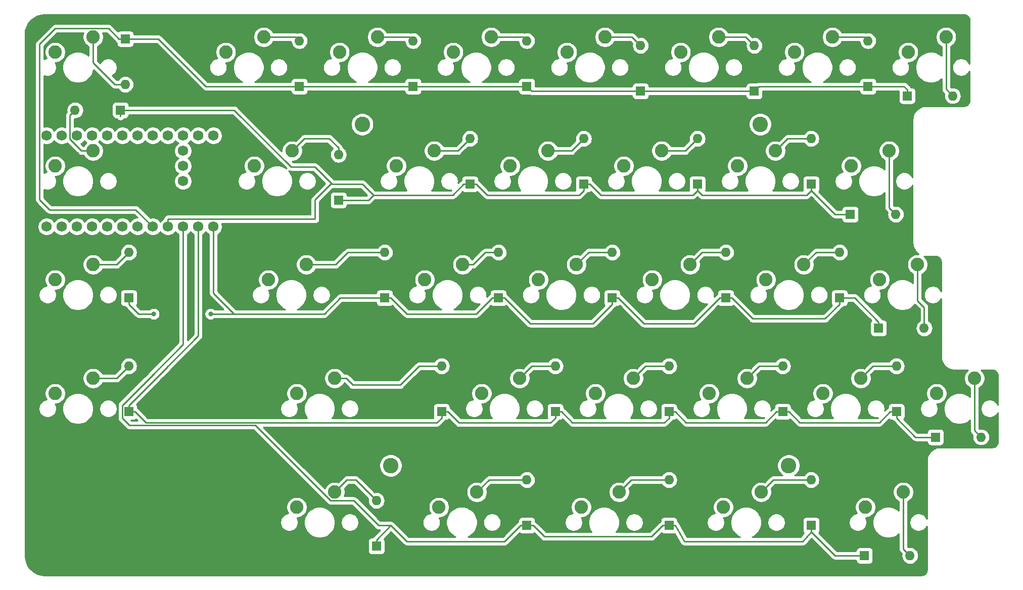
<source format=gbr>
G04 #@! TF.GenerationSoftware,KiCad,Pcbnew,(5.1.4-0)*
G04 #@! TF.CreationDate,2022-08-11T17:02:43-05:00*
G04 #@! TF.ProjectId,keyboard,6b657962-6f61-4726-942e-6b696361645f,rev?*
G04 #@! TF.SameCoordinates,Original*
G04 #@! TF.FileFunction,Copper,L1,Top*
G04 #@! TF.FilePolarity,Positive*
%FSLAX46Y46*%
G04 Gerber Fmt 4.6, Leading zero omitted, Abs format (unit mm)*
G04 Created by KiCad (PCBNEW (5.1.4-0)) date 2022-08-11 17:02:43*
%MOMM*%
%LPD*%
G04 APERTURE LIST*
%ADD10C,2.250000*%
%ADD11C,1.752600*%
%ADD12O,1.600000X1.600000*%
%ADD13R,1.600000X1.600000*%
%ADD14C,2.600000*%
%ADD15C,0.800000*%
%ADD16C,0.250000*%
%ADD17C,0.254000*%
G04 APERTURE END LIST*
D10*
X52546250Y-61595000D03*
X46196250Y-64135000D03*
X47783750Y-42545000D03*
X41433750Y-45085000D03*
X12065000Y-4445000D03*
X5715000Y-6985000D03*
D11*
X4286250Y-20955000D03*
X6826250Y-20955000D03*
X9366250Y-20955000D03*
X11906250Y-20955000D03*
X14446250Y-20955000D03*
X16986250Y-20955000D03*
X19526250Y-20955000D03*
X22066250Y-20955000D03*
X24606250Y-20955000D03*
X27146250Y-20955000D03*
X29686250Y-20955000D03*
X32226250Y-36195000D03*
X29686250Y-36195000D03*
X27146250Y-36195000D03*
X24606250Y-36195000D03*
X22066250Y-36195000D03*
X19526250Y-36195000D03*
X16986250Y-36195000D03*
X14446250Y-36195000D03*
X11906250Y-36195000D03*
X9366250Y-36195000D03*
X6826250Y-36195000D03*
X32226250Y-20955000D03*
X4286250Y-36195000D03*
X27146250Y-23495000D03*
X27146250Y-26035000D03*
X27146250Y-28575000D03*
D10*
X147796250Y-80645000D03*
X141446250Y-83185000D03*
X123983750Y-80645000D03*
X117633750Y-83185000D03*
X100171250Y-80645000D03*
X93821250Y-83185000D03*
X76358750Y-80645000D03*
X70008750Y-83185000D03*
X52546250Y-80645000D03*
X46196250Y-83185000D03*
X159702500Y-61595000D03*
X153352500Y-64135000D03*
X140652500Y-61595000D03*
X134302500Y-64135000D03*
X121602500Y-61595000D03*
X115252500Y-64135000D03*
X102552500Y-61595000D03*
X96202500Y-64135000D03*
X83502500Y-61595000D03*
X77152500Y-64135000D03*
X12065000Y-61595000D03*
X5715000Y-64135000D03*
X150177500Y-42545000D03*
X143827500Y-45085000D03*
X131127500Y-42545000D03*
X124777500Y-45085000D03*
X112077500Y-42545000D03*
X105727500Y-45085000D03*
X93027500Y-42545000D03*
X86677500Y-45085000D03*
X73977500Y-42545000D03*
X67627500Y-45085000D03*
X12065000Y-42545000D03*
X5715000Y-45085000D03*
X145415000Y-23495000D03*
X139065000Y-26035000D03*
X126365000Y-23495000D03*
X120015000Y-26035000D03*
X107315000Y-23495000D03*
X100965000Y-26035000D03*
X88265000Y-23495000D03*
X81915000Y-26035000D03*
X69215000Y-23495000D03*
X62865000Y-26035000D03*
X45402500Y-23495000D03*
X39052500Y-26035000D03*
X12065000Y-23495000D03*
X5715000Y-26035000D03*
X154940000Y-4445000D03*
X148590000Y-6985000D03*
X135890000Y-4445000D03*
X129540000Y-6985000D03*
X116840000Y-4445000D03*
X110490000Y-6985000D03*
X97790000Y-4445000D03*
X91440000Y-6985000D03*
X78740000Y-4445000D03*
X72390000Y-6985000D03*
X59690000Y-4445000D03*
X53340000Y-6985000D03*
X40640000Y-4445000D03*
X34290000Y-6985000D03*
D12*
X148907500Y-91281250D03*
D13*
X141287500Y-91281250D03*
D12*
X132350000Y-78605000D03*
D13*
X132350000Y-86225000D03*
D12*
X108537500Y-78605000D03*
D13*
X108537500Y-86225000D03*
D12*
X84725000Y-78605000D03*
D13*
X84725000Y-86225000D03*
D12*
X59531250Y-82073750D03*
D13*
X59531250Y-89693750D03*
D12*
X160813750Y-71437500D03*
D13*
X153193750Y-71437500D03*
D12*
X146637500Y-59555000D03*
D13*
X146637500Y-67175000D03*
D12*
X127587500Y-59555000D03*
D13*
X127587500Y-67175000D03*
D12*
X108537500Y-59555000D03*
D13*
X108537500Y-67175000D03*
D12*
X89487500Y-59555000D03*
D13*
X89487500Y-67175000D03*
D12*
X70437500Y-59555000D03*
D13*
X70437500Y-67175000D03*
D12*
X18050000Y-59555000D03*
D13*
X18050000Y-67175000D03*
D12*
X151288750Y-53181250D03*
D13*
X143668750Y-53181250D03*
D12*
X137112500Y-40505000D03*
D13*
X137112500Y-48125000D03*
D12*
X118062500Y-40505000D03*
D13*
X118062500Y-48125000D03*
D12*
X99012500Y-40505000D03*
D13*
X99012500Y-48125000D03*
D12*
X79962500Y-40505000D03*
D13*
X79962500Y-48125000D03*
D12*
X60912500Y-40505000D03*
D13*
X60912500Y-48125000D03*
D12*
X18050000Y-40505000D03*
D13*
X18050000Y-48125000D03*
D12*
X146526250Y-34131250D03*
D13*
X138906250Y-34131250D03*
D12*
X132350000Y-21455000D03*
D13*
X132350000Y-29075000D03*
D12*
X113300000Y-21455000D03*
D13*
X113300000Y-29075000D03*
D12*
X94250000Y-21455000D03*
D13*
X94250000Y-29075000D03*
D12*
X75200000Y-21455000D03*
D13*
X75200000Y-29075000D03*
D12*
X53181250Y-24130000D03*
D13*
X53181250Y-31750000D03*
D12*
X9048750Y-16668750D03*
D13*
X16668750Y-16668750D03*
D12*
X156051250Y-14287500D03*
D13*
X148431250Y-14287500D03*
D12*
X141875000Y-5080000D03*
D13*
X141875000Y-12700000D03*
D12*
X122825000Y-5873750D03*
D13*
X122825000Y-13493750D03*
D12*
X103775000Y-5873750D03*
D13*
X103775000Y-13493750D03*
D12*
X84725000Y-5080000D03*
D13*
X84725000Y-12700000D03*
D12*
X65675000Y-5080000D03*
D13*
X65675000Y-12700000D03*
D12*
X46625000Y-5080000D03*
D13*
X46625000Y-12700000D03*
D12*
X17462500Y-12382500D03*
D13*
X17462500Y-4762500D03*
D14*
X57150000Y-19050000D03*
X123825000Y-19050000D03*
X128587500Y-76200000D03*
X61912500Y-76200000D03*
D15*
X22225000Y-50800000D03*
X31750000Y-50800000D03*
D16*
X142925000Y-12700000D02*
X141875000Y-12700000D01*
X148431250Y-13237500D02*
X147893750Y-12700000D01*
X147893750Y-12700000D02*
X142925000Y-12700000D01*
X148431250Y-14287500D02*
X148431250Y-13237500D01*
X123618750Y-12700000D02*
X122825000Y-13493750D01*
X141875000Y-12700000D02*
X123618750Y-12700000D01*
X122825000Y-13493750D02*
X103775000Y-13493750D01*
X85518750Y-13493750D02*
X84725000Y-12700000D01*
X103775000Y-13493750D02*
X85518750Y-13493750D01*
X84725000Y-12700000D02*
X65675000Y-12700000D01*
X65675000Y-12700000D02*
X46625000Y-12700000D01*
X23018750Y-4762500D02*
X17462500Y-4762500D01*
X30956250Y-12700000D02*
X23018750Y-4762500D01*
X34131250Y-12700000D02*
X30956250Y-12700000D01*
X46625000Y-12700000D02*
X34131250Y-12700000D01*
X14644999Y-2994999D02*
X5736251Y-2994999D01*
X16412500Y-4762500D02*
X14644999Y-2994999D01*
X17462500Y-4762500D02*
X16412500Y-4762500D01*
X3084949Y-5646301D02*
X3084949Y-31659949D01*
X5736251Y-2994999D02*
X3084949Y-5646301D01*
X3084949Y-31659949D02*
X4762500Y-33337500D01*
X19208750Y-33337500D02*
X22066250Y-36195000D01*
X4762500Y-33337500D02*
X19208750Y-33337500D01*
X132350000Y-30125000D02*
X132350000Y-29075000D01*
X136356250Y-34131250D02*
X132350000Y-30125000D01*
X138906250Y-34131250D02*
X136356250Y-34131250D01*
X131581099Y-30893901D02*
X114068901Y-30893901D01*
X114068901Y-30893901D02*
X113300000Y-30125000D01*
X132350000Y-30125000D02*
X131581099Y-30893901D01*
X95300000Y-29075000D02*
X94250000Y-29075000D01*
X97118901Y-30893901D02*
X95300000Y-29075000D01*
X113300000Y-30125000D02*
X112531099Y-30893901D01*
X112531099Y-30893901D02*
X97118901Y-30893901D01*
X113300000Y-29075000D02*
X113300000Y-30125000D01*
X78068901Y-30893901D02*
X76250000Y-29075000D01*
X76250000Y-29075000D02*
X75200000Y-29075000D01*
X93481099Y-30893901D02*
X78068901Y-30893901D01*
X94250000Y-30125000D02*
X93481099Y-30893901D01*
X94250000Y-29075000D02*
X94250000Y-30125000D01*
X59018901Y-30893901D02*
X57200000Y-29075000D01*
X72331099Y-30893901D02*
X59018901Y-30893901D01*
X74150000Y-29075000D02*
X72331099Y-30893901D01*
X57200000Y-29075000D02*
X56150000Y-29075000D01*
X75200000Y-29075000D02*
X74150000Y-29075000D01*
X49250000Y-34925000D02*
X49212500Y-34925000D01*
X16668750Y-16668750D02*
X16668750Y-17718750D01*
X55100000Y-29075000D02*
X56150000Y-29075000D01*
X24606250Y-36195000D02*
X24606250Y-34925000D01*
X24606250Y-34925000D02*
X49250000Y-34925000D01*
X58162802Y-31750000D02*
X59018901Y-30893901D01*
X53181250Y-31750000D02*
X58162802Y-31750000D01*
X49250000Y-31712500D02*
X49250000Y-34925000D01*
X51887500Y-29075000D02*
X49250000Y-31712500D01*
X55100000Y-29075000D02*
X51887500Y-29075000D01*
X52093750Y-29075000D02*
X55100000Y-29075000D01*
X49212500Y-26193750D02*
X52093750Y-29075000D01*
X35718750Y-16668750D02*
X45243750Y-26193750D01*
X45243750Y-26193750D02*
X49212500Y-26193750D01*
X16668750Y-16668750D02*
X35718750Y-16668750D01*
X143668750Y-52131250D02*
X143668750Y-53181250D01*
X139662500Y-48125000D02*
X143668750Y-52131250D01*
X137112500Y-48125000D02*
X139662500Y-48125000D01*
X137112500Y-49175000D02*
X134693750Y-51593750D01*
X137112500Y-48125000D02*
X137112500Y-49175000D01*
X119112500Y-48125000D02*
X118062500Y-48125000D01*
X122581250Y-51593750D02*
X119112500Y-48125000D01*
X134693750Y-51593750D02*
X122581250Y-51593750D01*
X117012500Y-48125000D02*
X112750000Y-52387500D01*
X118062500Y-48125000D02*
X117012500Y-48125000D01*
X100062500Y-48125000D02*
X99012500Y-48125000D01*
X104325000Y-52387500D02*
X100062500Y-48125000D01*
X112750000Y-52387500D02*
X104325000Y-52387500D01*
X78912500Y-48125000D02*
X76237500Y-50800000D01*
X79962500Y-48125000D02*
X78912500Y-48125000D01*
X61962500Y-48125000D02*
X60912500Y-48125000D01*
X64637500Y-50800000D02*
X61962500Y-48125000D01*
X76237500Y-50800000D02*
X64637500Y-50800000D01*
X60912500Y-48125000D02*
X59862500Y-48125000D01*
X32226250Y-47307500D02*
X32226250Y-36195000D01*
X35718750Y-50800000D02*
X32226250Y-47307500D01*
X50800000Y-50800000D02*
X35718750Y-50800000D01*
X53475000Y-48125000D02*
X50800000Y-50800000D01*
X60912500Y-48125000D02*
X53475000Y-48125000D01*
X18050000Y-49175000D02*
X19675000Y-50800000D01*
X18050000Y-48125000D02*
X18050000Y-49175000D01*
X19675000Y-50800000D02*
X22225000Y-50800000D01*
X31750000Y-50800000D02*
X35718750Y-50800000D01*
X95800000Y-52387500D02*
X85275000Y-52387500D01*
X81012500Y-48125000D02*
X79962500Y-48125000D01*
X85275000Y-52387500D02*
X81012500Y-48125000D01*
X99012500Y-49175000D02*
X95800000Y-52387500D01*
X99012500Y-48125000D02*
X99012500Y-49175000D01*
X146637500Y-68225000D02*
X146637500Y-67175000D01*
X149850000Y-71437500D02*
X146637500Y-68225000D01*
X153193750Y-71437500D02*
X149850000Y-71437500D01*
X128637500Y-67175000D02*
X127587500Y-67175000D01*
X130456401Y-68993901D02*
X128637500Y-67175000D01*
X145587500Y-67175000D02*
X143768599Y-68993901D01*
X143768599Y-68993901D02*
X130456401Y-68993901D01*
X146637500Y-67175000D02*
X145587500Y-67175000D01*
X109587500Y-67175000D02*
X108537500Y-67175000D01*
X111406401Y-68993901D02*
X109587500Y-67175000D01*
X124718599Y-68993901D02*
X111406401Y-68993901D01*
X126537500Y-67175000D02*
X124718599Y-68993901D01*
X127587500Y-67175000D02*
X126537500Y-67175000D01*
X90537500Y-67175000D02*
X89487500Y-67175000D01*
X92356401Y-68993901D02*
X90537500Y-67175000D01*
X107768599Y-68993901D02*
X92356401Y-68993901D01*
X108537500Y-68225000D02*
X107768599Y-68993901D01*
X108537500Y-67175000D02*
X108537500Y-68225000D01*
X73368750Y-69056250D02*
X71487500Y-67175000D01*
X88656250Y-69056250D02*
X73368750Y-69056250D01*
X71487500Y-67175000D02*
X70437500Y-67175000D01*
X89487500Y-68225000D02*
X88656250Y-69056250D01*
X89487500Y-67175000D02*
X89487500Y-68225000D01*
X19100000Y-67175000D02*
X18050000Y-67175000D01*
X69668599Y-68993901D02*
X20918901Y-68993901D01*
X20918901Y-68993901D02*
X19100000Y-67175000D01*
X70437500Y-68225000D02*
X69668599Y-68993901D01*
X70437500Y-67175000D02*
X70437500Y-68225000D01*
X18050000Y-67175000D02*
X18050000Y-66125000D01*
X29686250Y-54488750D02*
X23831250Y-60343750D01*
X29686250Y-36195000D02*
X29686250Y-54488750D01*
X23831250Y-60343750D02*
X24606250Y-59568750D01*
X18050000Y-66125000D02*
X23831250Y-60343750D01*
X136356250Y-91281250D02*
X132350000Y-87275000D01*
X141287500Y-91281250D02*
X136356250Y-91281250D01*
X132350000Y-86225000D02*
X132350000Y-87275000D01*
X107487500Y-86225000D02*
X105606250Y-88106250D01*
X108537500Y-86225000D02*
X107487500Y-86225000D01*
X85775000Y-86225000D02*
X84725000Y-86225000D01*
X87656250Y-88106250D02*
X85775000Y-86225000D01*
X105606250Y-88106250D02*
X87656250Y-88106250D01*
X83675000Y-86225000D02*
X81000000Y-88900000D01*
X84725000Y-86225000D02*
X83675000Y-86225000D01*
X61962500Y-86225000D02*
X60912500Y-86225000D01*
X64637500Y-88900000D02*
X61962500Y-86225000D01*
X81000000Y-88900000D02*
X64637500Y-88900000D01*
X109587500Y-86225000D02*
X108537500Y-86225000D01*
X111125000Y-88900000D02*
X109587500Y-86225000D01*
X130933504Y-88900000D02*
X111125000Y-88900000D01*
X132350000Y-87275000D02*
X130933504Y-88900000D01*
X59862500Y-86225000D02*
X55732501Y-82095001D01*
X51850249Y-82095001D02*
X39199159Y-69443911D01*
X39199159Y-69443911D02*
X18133909Y-69443911D01*
X18133909Y-69443911D02*
X16924999Y-68235001D01*
X60912500Y-86225000D02*
X59862500Y-86225000D01*
X55732501Y-82095001D02*
X51850249Y-82095001D01*
X16924999Y-68235001D02*
X16924999Y-66114999D01*
X21676249Y-61363749D02*
X22066250Y-60973748D01*
X27146250Y-55893748D02*
X21676249Y-61363749D01*
X27146250Y-36195000D02*
X27146250Y-55893748D01*
X16924999Y-66114999D02*
X21676249Y-61363749D01*
X61950000Y-86225000D02*
X61962500Y-86225000D01*
X59531250Y-88643750D02*
X61950000Y-86225000D01*
X59531250Y-89693750D02*
X59531250Y-88643750D01*
X12065000Y-6035990D02*
X12065000Y-4445000D01*
X12065000Y-8761002D02*
X12065000Y-6035990D01*
X15686498Y-12382500D02*
X12065000Y-8761002D01*
X17462500Y-12382500D02*
X15686498Y-12382500D01*
X45990000Y-4445000D02*
X46625000Y-5080000D01*
X40640000Y-4445000D02*
X45990000Y-4445000D01*
X65040000Y-4445000D02*
X65675000Y-5080000D01*
X59690000Y-4445000D02*
X65040000Y-4445000D01*
X84090000Y-4445000D02*
X84725000Y-5080000D01*
X78740000Y-4445000D02*
X84090000Y-4445000D01*
X102346250Y-4445000D02*
X103775000Y-5873750D01*
X97790000Y-4445000D02*
X102346250Y-4445000D01*
X121396250Y-4445000D02*
X122825000Y-5873750D01*
X116840000Y-4445000D02*
X121396250Y-4445000D01*
X141240000Y-4445000D02*
X141875000Y-5080000D01*
X135890000Y-4445000D02*
X141240000Y-4445000D01*
X154940000Y-13176250D02*
X156051250Y-14287500D01*
X154940000Y-4445000D02*
X154940000Y-13176250D01*
X10128324Y-23495000D02*
X10474010Y-23495000D01*
X8164949Y-21531625D02*
X10128324Y-23495000D01*
X10474010Y-23495000D02*
X12065000Y-23495000D01*
X8164949Y-17552551D02*
X8164949Y-21531625D01*
X9048750Y-16668750D02*
X8164949Y-17552551D01*
X47442500Y-21455000D02*
X45402500Y-23495000D01*
X53181250Y-22998630D02*
X51613870Y-21431250D01*
X53181250Y-24130000D02*
X53181250Y-22998630D01*
X47466250Y-21431250D02*
X47442500Y-21455000D01*
X51613870Y-21431250D02*
X47466250Y-21431250D01*
X73160000Y-23495000D02*
X75200000Y-21455000D01*
X69215000Y-23495000D02*
X73160000Y-23495000D01*
X92210000Y-23495000D02*
X94250000Y-21455000D01*
X88265000Y-23495000D02*
X92210000Y-23495000D01*
X111260000Y-23495000D02*
X113300000Y-21455000D01*
X107315000Y-23495000D02*
X111260000Y-23495000D01*
X128405000Y-21455000D02*
X126365000Y-23495000D01*
X132350000Y-21455000D02*
X128405000Y-21455000D01*
X145415000Y-33020000D02*
X146526250Y-34131250D01*
X145415000Y-23495000D02*
X145415000Y-33020000D01*
X16010000Y-42545000D02*
X18050000Y-40505000D01*
X12065000Y-42545000D02*
X16010000Y-42545000D01*
X47783750Y-42545000D02*
X52705000Y-42545000D01*
X54745000Y-40505000D02*
X60912500Y-40505000D01*
X52705000Y-42545000D02*
X54745000Y-40505000D01*
X73977500Y-42545000D02*
X75723750Y-42545000D01*
X77763750Y-40505000D02*
X79962500Y-40505000D01*
X75723750Y-42545000D02*
X77763750Y-40505000D01*
X93027500Y-42545000D02*
X95091250Y-40481250D01*
X95115000Y-40505000D02*
X99012500Y-40505000D01*
X95091250Y-40481250D02*
X95115000Y-40505000D01*
X114117500Y-40505000D02*
X118062500Y-40505000D01*
X112077500Y-42545000D02*
X114117500Y-40505000D01*
X131127500Y-42545000D02*
X133191250Y-40481250D01*
X133215000Y-40505000D02*
X137112500Y-40505000D01*
X133191250Y-40481250D02*
X133215000Y-40505000D01*
X150177500Y-42545000D02*
X150177500Y-48577500D01*
X151288750Y-49688750D02*
X151288750Y-53181250D01*
X150177500Y-48577500D02*
X151288750Y-49688750D01*
X16010000Y-61595000D02*
X18050000Y-59555000D01*
X12065000Y-61595000D02*
X16010000Y-61595000D01*
X70437500Y-59555000D02*
X66651250Y-59555000D01*
X66651250Y-59555000D02*
X63500000Y-62706250D01*
X63500000Y-62706250D02*
X55562500Y-62706250D01*
X54451250Y-61595000D02*
X52546250Y-61595000D01*
X55562500Y-62706250D02*
X54451250Y-61595000D01*
X85542500Y-59555000D02*
X83502500Y-61595000D01*
X89487500Y-59555000D02*
X85542500Y-59555000D01*
X104592500Y-59555000D02*
X102552500Y-61595000D01*
X108537500Y-59555000D02*
X104592500Y-59555000D01*
X123642500Y-59555000D02*
X121602500Y-61595000D01*
X127587500Y-59555000D02*
X123642500Y-59555000D01*
X142692500Y-59555000D02*
X140652500Y-61595000D01*
X146637500Y-59555000D02*
X142692500Y-59555000D01*
X159702500Y-70326250D02*
X160813750Y-71437500D01*
X159702500Y-61595000D02*
X159702500Y-70326250D01*
X54586250Y-78605000D02*
X52546250Y-80645000D01*
X56062500Y-78605000D02*
X59531250Y-82073750D01*
X54586250Y-78605000D02*
X56062500Y-78605000D01*
X78398750Y-78605000D02*
X76358750Y-80645000D01*
X84725000Y-78605000D02*
X78398750Y-78605000D01*
X102211250Y-78605000D02*
X100171250Y-80645000D01*
X108537500Y-78605000D02*
X102211250Y-78605000D01*
X126023750Y-78605000D02*
X123983750Y-80645000D01*
X132350000Y-78605000D02*
X126023750Y-78605000D01*
X147796250Y-90170000D02*
X148907500Y-91281250D01*
X147796250Y-80645000D02*
X147796250Y-90170000D01*
D17*
G36*
X158130910Y-705411D02*
G01*
X158298912Y-756133D01*
X158453869Y-838526D01*
X158589868Y-949444D01*
X158701733Y-1084665D01*
X158785203Y-1239039D01*
X158837099Y-1406687D01*
X158858750Y-1612691D01*
X158858751Y-8907780D01*
X158818144Y-8809747D01*
X158652893Y-8562431D01*
X158442569Y-8352107D01*
X158195253Y-8186856D01*
X157920451Y-8073029D01*
X157628722Y-8015000D01*
X157331278Y-8015000D01*
X157039549Y-8073029D01*
X156764747Y-8186856D01*
X156517431Y-8352107D01*
X156307107Y-8562431D01*
X156141856Y-8809747D01*
X156028029Y-9084549D01*
X155970000Y-9376278D01*
X155970000Y-9673722D01*
X156028029Y-9965451D01*
X156141856Y-10240253D01*
X156307107Y-10487569D01*
X156517431Y-10697893D01*
X156764747Y-10863144D01*
X157039549Y-10976971D01*
X157331278Y-11035000D01*
X157628722Y-11035000D01*
X157920451Y-10976971D01*
X158195253Y-10863144D01*
X158442569Y-10697893D01*
X158652893Y-10487569D01*
X158818144Y-10240253D01*
X158858751Y-10142220D01*
X158858751Y-15047734D01*
X158838339Y-15255910D01*
X158787617Y-15423912D01*
X158705223Y-15578872D01*
X158594307Y-15714868D01*
X158459085Y-15826733D01*
X158304711Y-15910203D01*
X158137063Y-15962099D01*
X157931059Y-15983750D01*
X151572603Y-15983750D01*
X151542890Y-15986677D01*
X151533085Y-15986608D01*
X151523566Y-15987541D01*
X151215438Y-16019926D01*
X151154608Y-16032413D01*
X151093635Y-16044044D01*
X151084479Y-16046808D01*
X150788509Y-16138426D01*
X150731255Y-16162494D01*
X150673711Y-16185743D01*
X150665266Y-16190233D01*
X150392728Y-16337594D01*
X150341250Y-16372316D01*
X150289308Y-16406306D01*
X150281896Y-16412351D01*
X150043171Y-16609841D01*
X149999422Y-16653896D01*
X149955064Y-16697335D01*
X149948973Y-16704699D01*
X149948969Y-16704703D01*
X149948968Y-16704705D01*
X149753150Y-16944802D01*
X149718779Y-16996536D01*
X149683719Y-17047739D01*
X149679169Y-17056152D01*
X149533714Y-17329712D01*
X149510043Y-17387142D01*
X149485597Y-17444179D01*
X149482769Y-17453315D01*
X149393220Y-17749917D01*
X149381161Y-17810821D01*
X149368253Y-17871546D01*
X149367253Y-17881058D01*
X149337019Y-18189405D01*
X149337019Y-18189414D01*
X149333750Y-18222604D01*
X149333750Y-27957779D01*
X149293144Y-27859747D01*
X149127893Y-27612431D01*
X148917569Y-27402107D01*
X148670253Y-27236856D01*
X148395451Y-27123029D01*
X148103722Y-27065000D01*
X147806278Y-27065000D01*
X147514549Y-27123029D01*
X147239747Y-27236856D01*
X146992431Y-27402107D01*
X146782107Y-27612431D01*
X146616856Y-27859747D01*
X146503029Y-28134549D01*
X146445000Y-28426278D01*
X146445000Y-28723722D01*
X146503029Y-29015451D01*
X146616856Y-29290253D01*
X146782107Y-29537569D01*
X146992431Y-29747893D01*
X147239747Y-29913144D01*
X147514549Y-30026971D01*
X147806278Y-30085000D01*
X148103722Y-30085000D01*
X148395451Y-30026971D01*
X148670253Y-29913144D01*
X148917569Y-29747893D01*
X149127893Y-29537569D01*
X149293144Y-29290253D01*
X149333751Y-29192220D01*
X149333751Y-38927397D01*
X149336677Y-38957100D01*
X149336608Y-38966915D01*
X149337541Y-38976434D01*
X149369926Y-39284562D01*
X149382413Y-39345392D01*
X149394044Y-39406365D01*
X149396808Y-39415521D01*
X149488426Y-39711491D01*
X149512494Y-39768745D01*
X149535743Y-39826289D01*
X149540233Y-39834734D01*
X149687594Y-40107272D01*
X149722306Y-40158735D01*
X149756306Y-40210692D01*
X149762351Y-40218104D01*
X149959841Y-40456829D01*
X150003879Y-40500561D01*
X150047335Y-40544936D01*
X150054704Y-40551032D01*
X150294802Y-40746850D01*
X150346536Y-40781221D01*
X150352549Y-40785339D01*
X150350845Y-40785000D01*
X150004155Y-40785000D01*
X149664127Y-40852636D01*
X149343827Y-40985308D01*
X149055565Y-41177919D01*
X148810419Y-41423065D01*
X148617808Y-41711327D01*
X148485136Y-42031627D01*
X148417500Y-42371655D01*
X148417500Y-42718345D01*
X148485136Y-43058373D01*
X148617808Y-43378673D01*
X148810419Y-43666935D01*
X149055565Y-43912081D01*
X149343827Y-44104692D01*
X149417500Y-44135208D01*
X149417501Y-45687175D01*
X149313326Y-45583000D01*
X148882751Y-45295299D01*
X148404322Y-45097127D01*
X147896424Y-44996100D01*
X147378576Y-44996100D01*
X146870678Y-45097127D01*
X146392249Y-45295299D01*
X145961674Y-45583000D01*
X145595500Y-45949174D01*
X145307799Y-46379749D01*
X145109627Y-46858178D01*
X145008600Y-47366076D01*
X145008600Y-47883924D01*
X145109627Y-48391822D01*
X145307799Y-48870251D01*
X145595500Y-49300826D01*
X145961674Y-49667000D01*
X146392249Y-49954701D01*
X146870678Y-50152873D01*
X147378576Y-50253900D01*
X147896424Y-50253900D01*
X148404322Y-50152873D01*
X148882751Y-49954701D01*
X149313326Y-49667000D01*
X149679500Y-49300826D01*
X149738190Y-49212991D01*
X150528750Y-50003552D01*
X150528751Y-51960349D01*
X150487649Y-51982318D01*
X150269142Y-52161642D01*
X150089818Y-52380149D01*
X149956568Y-52629442D01*
X149874514Y-52899941D01*
X149846807Y-53181250D01*
X149874514Y-53462559D01*
X149956568Y-53733058D01*
X150089818Y-53982351D01*
X150269142Y-54200858D01*
X150487649Y-54380182D01*
X150736942Y-54513432D01*
X151007441Y-54595486D01*
X151218258Y-54616250D01*
X151359242Y-54616250D01*
X151570059Y-54595486D01*
X151840558Y-54513432D01*
X152089851Y-54380182D01*
X152308358Y-54200858D01*
X152487682Y-53982351D01*
X152620932Y-53733058D01*
X152702986Y-53462559D01*
X152730693Y-53181250D01*
X152702986Y-52899941D01*
X152620932Y-52629442D01*
X152487682Y-52380149D01*
X152308358Y-52161642D01*
X152089851Y-51982318D01*
X152048750Y-51960349D01*
X152048750Y-49726073D01*
X152052426Y-49688750D01*
X152048750Y-49651427D01*
X152048750Y-49651417D01*
X152037753Y-49539764D01*
X151994296Y-49396503D01*
X151923724Y-49264474D01*
X151828751Y-49148749D01*
X151799754Y-49124952D01*
X150937500Y-48262699D01*
X150937500Y-44135208D01*
X151011173Y-44104692D01*
X151299435Y-43912081D01*
X151544581Y-43666935D01*
X151737192Y-43378673D01*
X151869864Y-43058373D01*
X151937500Y-42718345D01*
X151937500Y-42371655D01*
X151869864Y-42031627D01*
X151737192Y-41711327D01*
X151544581Y-41423065D01*
X151299435Y-41177919D01*
X151231963Y-41132836D01*
X151539405Y-41162981D01*
X151539413Y-41162981D01*
X151572603Y-41166250D01*
X153160244Y-41166250D01*
X153368410Y-41186661D01*
X153536412Y-41237383D01*
X153691369Y-41319776D01*
X153827368Y-41430694D01*
X153939233Y-41565915D01*
X154022703Y-41720289D01*
X154074599Y-41887937D01*
X154096250Y-42093941D01*
X154096250Y-47007779D01*
X154055644Y-46909747D01*
X153890393Y-46662431D01*
X153680069Y-46452107D01*
X153432753Y-46286856D01*
X153157951Y-46173029D01*
X152866222Y-46115000D01*
X152568778Y-46115000D01*
X152277049Y-46173029D01*
X152002247Y-46286856D01*
X151754931Y-46452107D01*
X151544607Y-46662431D01*
X151379356Y-46909747D01*
X151265529Y-47184549D01*
X151207500Y-47476278D01*
X151207500Y-47773722D01*
X151265529Y-48065451D01*
X151379356Y-48340253D01*
X151544607Y-48587569D01*
X151754931Y-48797893D01*
X152002247Y-48963144D01*
X152277049Y-49076971D01*
X152568778Y-49135000D01*
X152866222Y-49135000D01*
X153157951Y-49076971D01*
X153432753Y-48963144D01*
X153680069Y-48797893D01*
X153890393Y-48587569D01*
X154055644Y-48340253D01*
X154096250Y-48242221D01*
X154096251Y-57977397D01*
X154099177Y-58007100D01*
X154099108Y-58016915D01*
X154100041Y-58026434D01*
X154132426Y-58334562D01*
X154144913Y-58395392D01*
X154156544Y-58456365D01*
X154159308Y-58465521D01*
X154250926Y-58761491D01*
X154274994Y-58818745D01*
X154298243Y-58876289D01*
X154302733Y-58884734D01*
X154450094Y-59157272D01*
X154484806Y-59208735D01*
X154518806Y-59260692D01*
X154524851Y-59268104D01*
X154722341Y-59506829D01*
X154766379Y-59550561D01*
X154809835Y-59594936D01*
X154817204Y-59601032D01*
X155057302Y-59796850D01*
X155109036Y-59831221D01*
X155160239Y-59866281D01*
X155168652Y-59870831D01*
X155442212Y-60016286D01*
X155499613Y-60039945D01*
X155556679Y-60064403D01*
X155565815Y-60067231D01*
X155862417Y-60156780D01*
X155923321Y-60168839D01*
X155984046Y-60181747D01*
X155993558Y-60182747D01*
X156301905Y-60212981D01*
X156301913Y-60212981D01*
X156335103Y-60216250D01*
X158598029Y-60216250D01*
X158580565Y-60227919D01*
X158335419Y-60473065D01*
X158142808Y-60761327D01*
X158010136Y-61081627D01*
X157942500Y-61421655D01*
X157942500Y-61768345D01*
X158010136Y-62108373D01*
X158142808Y-62428673D01*
X158335419Y-62716935D01*
X158580565Y-62962081D01*
X158868827Y-63154692D01*
X158942500Y-63185208D01*
X158942500Y-64737174D01*
X158838326Y-64633000D01*
X158407751Y-64345299D01*
X157929322Y-64147127D01*
X157421424Y-64046100D01*
X156903576Y-64046100D01*
X156395678Y-64147127D01*
X155917249Y-64345299D01*
X155486674Y-64633000D01*
X155120500Y-64999174D01*
X154832799Y-65429749D01*
X154634627Y-65908178D01*
X154533600Y-66416076D01*
X154533600Y-66933924D01*
X154634627Y-67441822D01*
X154832799Y-67920251D01*
X155120500Y-68350826D01*
X155486674Y-68717000D01*
X155917249Y-69004701D01*
X156395678Y-69202873D01*
X156903576Y-69303900D01*
X157421424Y-69303900D01*
X157929322Y-69202873D01*
X158407751Y-69004701D01*
X158838326Y-68717000D01*
X158942501Y-68612825D01*
X158942501Y-70288918D01*
X158938824Y-70326250D01*
X158953498Y-70475235D01*
X158996954Y-70618496D01*
X159067526Y-70750526D01*
X159110202Y-70802526D01*
X159162500Y-70866251D01*
X159191498Y-70890049D01*
X159413042Y-71111594D01*
X159399514Y-71156191D01*
X159371807Y-71437500D01*
X159399514Y-71718809D01*
X159481568Y-71989308D01*
X159614818Y-72238601D01*
X159794142Y-72457108D01*
X160012649Y-72636432D01*
X160261942Y-72769682D01*
X160532441Y-72851736D01*
X160743258Y-72872500D01*
X160884242Y-72872500D01*
X161095059Y-72851736D01*
X161365558Y-72769682D01*
X161614851Y-72636432D01*
X161833358Y-72457108D01*
X162012682Y-72238601D01*
X162145932Y-71989308D01*
X162227986Y-71718809D01*
X162255693Y-71437500D01*
X162227986Y-71156191D01*
X162145932Y-70885692D01*
X162012682Y-70636399D01*
X161833358Y-70417892D01*
X161614851Y-70238568D01*
X161365558Y-70105318D01*
X161095059Y-70023264D01*
X160884242Y-70002500D01*
X160743258Y-70002500D01*
X160532441Y-70023264D01*
X160487844Y-70036792D01*
X160462500Y-70011449D01*
X160462500Y-63185208D01*
X160536173Y-63154692D01*
X160824435Y-62962081D01*
X161069581Y-62716935D01*
X161262192Y-62428673D01*
X161394864Y-62108373D01*
X161462500Y-61768345D01*
X161462500Y-61421655D01*
X161394864Y-61081627D01*
X161262192Y-60761327D01*
X161069581Y-60473065D01*
X160824435Y-60227919D01*
X160806971Y-60216250D01*
X162685244Y-60216250D01*
X162893410Y-60236661D01*
X163061412Y-60287383D01*
X163216369Y-60369776D01*
X163352368Y-60480694D01*
X163464233Y-60615915D01*
X163547703Y-60770289D01*
X163599599Y-60937937D01*
X163621250Y-61143941D01*
X163621250Y-66057779D01*
X163580644Y-65959747D01*
X163415393Y-65712431D01*
X163205069Y-65502107D01*
X162957753Y-65336856D01*
X162682951Y-65223029D01*
X162391222Y-65165000D01*
X162093778Y-65165000D01*
X161802049Y-65223029D01*
X161527247Y-65336856D01*
X161279931Y-65502107D01*
X161069607Y-65712431D01*
X160904356Y-65959747D01*
X160790529Y-66234549D01*
X160732500Y-66526278D01*
X160732500Y-66823722D01*
X160790529Y-67115451D01*
X160904356Y-67390253D01*
X161069607Y-67637569D01*
X161279931Y-67847893D01*
X161527247Y-68013144D01*
X161802049Y-68126971D01*
X162093778Y-68185000D01*
X162391222Y-68185000D01*
X162682951Y-68126971D01*
X162957753Y-68013144D01*
X163205069Y-67847893D01*
X163415393Y-67637569D01*
X163580644Y-67390253D01*
X163621251Y-67292220D01*
X163621251Y-72197734D01*
X163600839Y-72405910D01*
X163550117Y-72573912D01*
X163467723Y-72728872D01*
X163356807Y-72864868D01*
X163221585Y-72976733D01*
X163067211Y-73060203D01*
X162899563Y-73112099D01*
X162693559Y-73133750D01*
X153953853Y-73133750D01*
X153924140Y-73136677D01*
X153914335Y-73136608D01*
X153904816Y-73137541D01*
X153596688Y-73169926D01*
X153535858Y-73182413D01*
X153474885Y-73194044D01*
X153465729Y-73196808D01*
X153169759Y-73288426D01*
X153112505Y-73312494D01*
X153054961Y-73335743D01*
X153046516Y-73340233D01*
X152773978Y-73487594D01*
X152722500Y-73522316D01*
X152670558Y-73556306D01*
X152663146Y-73562351D01*
X152424421Y-73759841D01*
X152380672Y-73803896D01*
X152336314Y-73847335D01*
X152330223Y-73854699D01*
X152330219Y-73854703D01*
X152330218Y-73854705D01*
X152134400Y-74094802D01*
X152100029Y-74146536D01*
X152064969Y-74197739D01*
X152060419Y-74206152D01*
X151914964Y-74479712D01*
X151891293Y-74537142D01*
X151866847Y-74594179D01*
X151864019Y-74603315D01*
X151774470Y-74899917D01*
X151762411Y-74960821D01*
X151749503Y-75021546D01*
X151748503Y-75031058D01*
X151718269Y-75339405D01*
X151718269Y-75339414D01*
X151715000Y-75372604D01*
X151715001Y-85107780D01*
X151674394Y-85009747D01*
X151509143Y-84762431D01*
X151298819Y-84552107D01*
X151051503Y-84386856D01*
X150776701Y-84273029D01*
X150484972Y-84215000D01*
X150187528Y-84215000D01*
X149895799Y-84273029D01*
X149620997Y-84386856D01*
X149373681Y-84552107D01*
X149163357Y-84762431D01*
X148998106Y-85009747D01*
X148884279Y-85284549D01*
X148826250Y-85576278D01*
X148826250Y-85873722D01*
X148884279Y-86165451D01*
X148998106Y-86440253D01*
X149163357Y-86687569D01*
X149373681Y-86897893D01*
X149620997Y-87063144D01*
X149895799Y-87176971D01*
X150187528Y-87235000D01*
X150484972Y-87235000D01*
X150776701Y-87176971D01*
X151051503Y-87063144D01*
X151298819Y-86897893D01*
X151509143Y-86687569D01*
X151674394Y-86440253D01*
X151715001Y-86342220D01*
X151715001Y-93628984D01*
X151694589Y-93837160D01*
X151643867Y-94005162D01*
X151561473Y-94160122D01*
X151450557Y-94296118D01*
X151315335Y-94407983D01*
X151160961Y-94491453D01*
X150993313Y-94543349D01*
X150787309Y-94565000D01*
X4002254Y-94565000D01*
X3331571Y-94499239D01*
X2718661Y-94314190D01*
X2153368Y-94013619D01*
X1657222Y-93608972D01*
X1249123Y-93115665D01*
X944611Y-92552481D01*
X755287Y-91940875D01*
X685000Y-91272140D01*
X685000Y-85576278D01*
X43416250Y-85576278D01*
X43416250Y-85873722D01*
X43474279Y-86165451D01*
X43588106Y-86440253D01*
X43753357Y-86687569D01*
X43963681Y-86897893D01*
X44210997Y-87063144D01*
X44485799Y-87176971D01*
X44777528Y-87235000D01*
X45074972Y-87235000D01*
X45366701Y-87176971D01*
X45641503Y-87063144D01*
X45888819Y-86897893D01*
X46099143Y-86687569D01*
X46264394Y-86440253D01*
X46378221Y-86165451D01*
X46436250Y-85873722D01*
X46436250Y-85576278D01*
X46414330Y-85466076D01*
X47377350Y-85466076D01*
X47377350Y-85983924D01*
X47478377Y-86491822D01*
X47676549Y-86970251D01*
X47964250Y-87400826D01*
X48330424Y-87767000D01*
X48760999Y-88054701D01*
X49239428Y-88252873D01*
X49747326Y-88353900D01*
X50265174Y-88353900D01*
X50773072Y-88252873D01*
X51251501Y-88054701D01*
X51682076Y-87767000D01*
X52048250Y-87400826D01*
X52335951Y-86970251D01*
X52534123Y-86491822D01*
X52635150Y-85983924D01*
X52635150Y-85576278D01*
X53576250Y-85576278D01*
X53576250Y-85873722D01*
X53634279Y-86165451D01*
X53748106Y-86440253D01*
X53913357Y-86687569D01*
X54123681Y-86897893D01*
X54370997Y-87063144D01*
X54645799Y-87176971D01*
X54937528Y-87235000D01*
X55234972Y-87235000D01*
X55526701Y-87176971D01*
X55801503Y-87063144D01*
X56048819Y-86897893D01*
X56259143Y-86687569D01*
X56424394Y-86440253D01*
X56538221Y-86165451D01*
X56596250Y-85873722D01*
X56596250Y-85576278D01*
X56538221Y-85284549D01*
X56424394Y-85009747D01*
X56259143Y-84762431D01*
X56048819Y-84552107D01*
X55801503Y-84386856D01*
X55526701Y-84273029D01*
X55234972Y-84215000D01*
X54937528Y-84215000D01*
X54645799Y-84273029D01*
X54370997Y-84386856D01*
X54123681Y-84552107D01*
X53913357Y-84762431D01*
X53748106Y-85009747D01*
X53634279Y-85284549D01*
X53576250Y-85576278D01*
X52635150Y-85576278D01*
X52635150Y-85466076D01*
X52534123Y-84958178D01*
X52335951Y-84479749D01*
X52048250Y-84049174D01*
X51682076Y-83683000D01*
X51251501Y-83395299D01*
X50773072Y-83197127D01*
X50265174Y-83096100D01*
X49747326Y-83096100D01*
X49239428Y-83197127D01*
X48760999Y-83395299D01*
X48330424Y-83683000D01*
X47964250Y-84049174D01*
X47676549Y-84479749D01*
X47478377Y-84958178D01*
X47377350Y-85466076D01*
X46414330Y-85466076D01*
X46378221Y-85284549D01*
X46264394Y-85009747D01*
X46221132Y-84945000D01*
X46369595Y-84945000D01*
X46709623Y-84877364D01*
X47029923Y-84744692D01*
X47318185Y-84552081D01*
X47563331Y-84306935D01*
X47755942Y-84018673D01*
X47888614Y-83698373D01*
X47956250Y-83358345D01*
X47956250Y-83011655D01*
X47888614Y-82671627D01*
X47755942Y-82351327D01*
X47563331Y-82063065D01*
X47318185Y-81817919D01*
X47029923Y-81625308D01*
X46709623Y-81492636D01*
X46369595Y-81425000D01*
X46022905Y-81425000D01*
X45682877Y-81492636D01*
X45362577Y-81625308D01*
X45074315Y-81817919D01*
X44829169Y-82063065D01*
X44636558Y-82351327D01*
X44503886Y-82671627D01*
X44436250Y-83011655D01*
X44436250Y-83358345D01*
X44503886Y-83698373D01*
X44636558Y-84018673D01*
X44768888Y-84216719D01*
X44485799Y-84273029D01*
X44210997Y-84386856D01*
X43963681Y-84552107D01*
X43753357Y-84762431D01*
X43588106Y-85009747D01*
X43474279Y-85284549D01*
X43416250Y-85576278D01*
X685000Y-85576278D01*
X685000Y-66526278D01*
X2935000Y-66526278D01*
X2935000Y-66823722D01*
X2993029Y-67115451D01*
X3106856Y-67390253D01*
X3272107Y-67637569D01*
X3482431Y-67847893D01*
X3729747Y-68013144D01*
X4004549Y-68126971D01*
X4296278Y-68185000D01*
X4593722Y-68185000D01*
X4885451Y-68126971D01*
X5160253Y-68013144D01*
X5407569Y-67847893D01*
X5617893Y-67637569D01*
X5783144Y-67390253D01*
X5896971Y-67115451D01*
X5955000Y-66823722D01*
X5955000Y-66526278D01*
X5933080Y-66416076D01*
X6896100Y-66416076D01*
X6896100Y-66933924D01*
X6997127Y-67441822D01*
X7195299Y-67920251D01*
X7483000Y-68350826D01*
X7849174Y-68717000D01*
X8279749Y-69004701D01*
X8758178Y-69202873D01*
X9266076Y-69303900D01*
X9783924Y-69303900D01*
X10291822Y-69202873D01*
X10770251Y-69004701D01*
X11200826Y-68717000D01*
X11567000Y-68350826D01*
X11854701Y-67920251D01*
X12052873Y-67441822D01*
X12153900Y-66933924D01*
X12153900Y-66526278D01*
X13095000Y-66526278D01*
X13095000Y-66823722D01*
X13153029Y-67115451D01*
X13266856Y-67390253D01*
X13432107Y-67637569D01*
X13642431Y-67847893D01*
X13889747Y-68013144D01*
X14164549Y-68126971D01*
X14456278Y-68185000D01*
X14753722Y-68185000D01*
X15045451Y-68126971D01*
X15320253Y-68013144D01*
X15567569Y-67847893D01*
X15777893Y-67637569D01*
X15943144Y-67390253D01*
X16056971Y-67115451D01*
X16115000Y-66823722D01*
X16115000Y-66526278D01*
X16056971Y-66234549D01*
X15943144Y-65959747D01*
X15777893Y-65712431D01*
X15567569Y-65502107D01*
X15320253Y-65336856D01*
X15045451Y-65223029D01*
X14753722Y-65165000D01*
X14456278Y-65165000D01*
X14164549Y-65223029D01*
X13889747Y-65336856D01*
X13642431Y-65502107D01*
X13432107Y-65712431D01*
X13266856Y-65959747D01*
X13153029Y-66234549D01*
X13095000Y-66526278D01*
X12153900Y-66526278D01*
X12153900Y-66416076D01*
X12052873Y-65908178D01*
X11854701Y-65429749D01*
X11567000Y-64999174D01*
X11200826Y-64633000D01*
X10770251Y-64345299D01*
X10291822Y-64147127D01*
X9783924Y-64046100D01*
X9266076Y-64046100D01*
X8758178Y-64147127D01*
X8279749Y-64345299D01*
X7849174Y-64633000D01*
X7483000Y-64999174D01*
X7195299Y-65429749D01*
X6997127Y-65908178D01*
X6896100Y-66416076D01*
X5933080Y-66416076D01*
X5896971Y-66234549D01*
X5783144Y-65959747D01*
X5739882Y-65895000D01*
X5888345Y-65895000D01*
X6228373Y-65827364D01*
X6548673Y-65694692D01*
X6836935Y-65502081D01*
X7082081Y-65256935D01*
X7274692Y-64968673D01*
X7407364Y-64648373D01*
X7475000Y-64308345D01*
X7475000Y-63961655D01*
X7407364Y-63621627D01*
X7274692Y-63301327D01*
X7082081Y-63013065D01*
X6836935Y-62767919D01*
X6548673Y-62575308D01*
X6228373Y-62442636D01*
X5888345Y-62375000D01*
X5541655Y-62375000D01*
X5201627Y-62442636D01*
X4881327Y-62575308D01*
X4593065Y-62767919D01*
X4347919Y-63013065D01*
X4155308Y-63301327D01*
X4022636Y-63621627D01*
X3955000Y-63961655D01*
X3955000Y-64308345D01*
X4022636Y-64648373D01*
X4155308Y-64968673D01*
X4287638Y-65166719D01*
X4004549Y-65223029D01*
X3729747Y-65336856D01*
X3482431Y-65502107D01*
X3272107Y-65712431D01*
X3106856Y-65959747D01*
X2993029Y-66234549D01*
X2935000Y-66526278D01*
X685000Y-66526278D01*
X685000Y-61421655D01*
X10305000Y-61421655D01*
X10305000Y-61768345D01*
X10372636Y-62108373D01*
X10505308Y-62428673D01*
X10697919Y-62716935D01*
X10943065Y-62962081D01*
X11231327Y-63154692D01*
X11551627Y-63287364D01*
X11891655Y-63355000D01*
X12238345Y-63355000D01*
X12578373Y-63287364D01*
X12898673Y-63154692D01*
X13186935Y-62962081D01*
X13432081Y-62716935D01*
X13624692Y-62428673D01*
X13655208Y-62355000D01*
X15972678Y-62355000D01*
X16010000Y-62358676D01*
X16047322Y-62355000D01*
X16047333Y-62355000D01*
X16158986Y-62344003D01*
X16302247Y-62300546D01*
X16434276Y-62229974D01*
X16550001Y-62135001D01*
X16573804Y-62105997D01*
X17724094Y-60955708D01*
X17768691Y-60969236D01*
X17979508Y-60990000D01*
X18120492Y-60990000D01*
X18331309Y-60969236D01*
X18601808Y-60887182D01*
X18851101Y-60753932D01*
X19069608Y-60574608D01*
X19248932Y-60356101D01*
X19382182Y-60106808D01*
X19464236Y-59836309D01*
X19491943Y-59555000D01*
X19464236Y-59273691D01*
X19382182Y-59003192D01*
X19248932Y-58753899D01*
X19069608Y-58535392D01*
X18851101Y-58356068D01*
X18601808Y-58222818D01*
X18331309Y-58140764D01*
X18120492Y-58120000D01*
X17979508Y-58120000D01*
X17768691Y-58140764D01*
X17498192Y-58222818D01*
X17248899Y-58356068D01*
X17030392Y-58535392D01*
X16851068Y-58753899D01*
X16717818Y-59003192D01*
X16635764Y-59273691D01*
X16608057Y-59555000D01*
X16635764Y-59836309D01*
X16649292Y-59880906D01*
X15695199Y-60835000D01*
X13655208Y-60835000D01*
X13624692Y-60761327D01*
X13432081Y-60473065D01*
X13186935Y-60227919D01*
X12898673Y-60035308D01*
X12578373Y-59902636D01*
X12238345Y-59835000D01*
X11891655Y-59835000D01*
X11551627Y-59902636D01*
X11231327Y-60035308D01*
X10943065Y-60227919D01*
X10697919Y-60473065D01*
X10505308Y-60761327D01*
X10372636Y-61081627D01*
X10305000Y-61421655D01*
X685000Y-61421655D01*
X685000Y-47476278D01*
X2935000Y-47476278D01*
X2935000Y-47773722D01*
X2993029Y-48065451D01*
X3106856Y-48340253D01*
X3272107Y-48587569D01*
X3482431Y-48797893D01*
X3729747Y-48963144D01*
X4004549Y-49076971D01*
X4296278Y-49135000D01*
X4593722Y-49135000D01*
X4885451Y-49076971D01*
X5160253Y-48963144D01*
X5407569Y-48797893D01*
X5617893Y-48587569D01*
X5783144Y-48340253D01*
X5896971Y-48065451D01*
X5955000Y-47773722D01*
X5955000Y-47476278D01*
X5933080Y-47366076D01*
X6896100Y-47366076D01*
X6896100Y-47883924D01*
X6997127Y-48391822D01*
X7195299Y-48870251D01*
X7483000Y-49300826D01*
X7849174Y-49667000D01*
X8279749Y-49954701D01*
X8758178Y-50152873D01*
X9266076Y-50253900D01*
X9783924Y-50253900D01*
X10291822Y-50152873D01*
X10770251Y-49954701D01*
X11200826Y-49667000D01*
X11567000Y-49300826D01*
X11854701Y-48870251D01*
X12052873Y-48391822D01*
X12153900Y-47883924D01*
X12153900Y-47476278D01*
X13095000Y-47476278D01*
X13095000Y-47773722D01*
X13153029Y-48065451D01*
X13266856Y-48340253D01*
X13432107Y-48587569D01*
X13642431Y-48797893D01*
X13889747Y-48963144D01*
X14164549Y-49076971D01*
X14456278Y-49135000D01*
X14753722Y-49135000D01*
X15045451Y-49076971D01*
X15320253Y-48963144D01*
X15567569Y-48797893D01*
X15777893Y-48587569D01*
X15943144Y-48340253D01*
X16056971Y-48065451D01*
X16115000Y-47773722D01*
X16115000Y-47476278D01*
X16084909Y-47325000D01*
X16611928Y-47325000D01*
X16611928Y-48925000D01*
X16624188Y-49049482D01*
X16660498Y-49169180D01*
X16719463Y-49279494D01*
X16798815Y-49376185D01*
X16895506Y-49455537D01*
X17005820Y-49514502D01*
X17125518Y-49550812D01*
X17250000Y-49563072D01*
X17395674Y-49563072D01*
X17415026Y-49599276D01*
X17486201Y-49686002D01*
X17510000Y-49715001D01*
X17538998Y-49738799D01*
X19111201Y-51311003D01*
X19134999Y-51340001D01*
X19163997Y-51363799D01*
X19250723Y-51434974D01*
X19365410Y-51496276D01*
X19382753Y-51505546D01*
X19526014Y-51549003D01*
X19637667Y-51560000D01*
X19637676Y-51560000D01*
X19674999Y-51563676D01*
X19712322Y-51560000D01*
X21521289Y-51560000D01*
X21565226Y-51603937D01*
X21734744Y-51717205D01*
X21923102Y-51795226D01*
X22123061Y-51835000D01*
X22326939Y-51835000D01*
X22526898Y-51795226D01*
X22715256Y-51717205D01*
X22884774Y-51603937D01*
X23028937Y-51459774D01*
X23142205Y-51290256D01*
X23220226Y-51101898D01*
X23260000Y-50901939D01*
X23260000Y-50698061D01*
X23220226Y-50498102D01*
X23142205Y-50309744D01*
X23028937Y-50140226D01*
X22884774Y-49996063D01*
X22715256Y-49882795D01*
X22526898Y-49804774D01*
X22326939Y-49765000D01*
X22123061Y-49765000D01*
X21923102Y-49804774D01*
X21734744Y-49882795D01*
X21565226Y-49996063D01*
X21521289Y-50040000D01*
X19989802Y-50040000D01*
X19312364Y-49362563D01*
X19380537Y-49279494D01*
X19439502Y-49169180D01*
X19475812Y-49049482D01*
X19488072Y-48925000D01*
X19488072Y-47325000D01*
X19475812Y-47200518D01*
X19439502Y-47080820D01*
X19380537Y-46970506D01*
X19301185Y-46873815D01*
X19204494Y-46794463D01*
X19094180Y-46735498D01*
X18974482Y-46699188D01*
X18850000Y-46686928D01*
X17250000Y-46686928D01*
X17125518Y-46699188D01*
X17005820Y-46735498D01*
X16895506Y-46794463D01*
X16798815Y-46873815D01*
X16719463Y-46970506D01*
X16660498Y-47080820D01*
X16624188Y-47200518D01*
X16611928Y-47325000D01*
X16084909Y-47325000D01*
X16056971Y-47184549D01*
X15943144Y-46909747D01*
X15777893Y-46662431D01*
X15567569Y-46452107D01*
X15320253Y-46286856D01*
X15045451Y-46173029D01*
X14753722Y-46115000D01*
X14456278Y-46115000D01*
X14164549Y-46173029D01*
X13889747Y-46286856D01*
X13642431Y-46452107D01*
X13432107Y-46662431D01*
X13266856Y-46909747D01*
X13153029Y-47184549D01*
X13095000Y-47476278D01*
X12153900Y-47476278D01*
X12153900Y-47366076D01*
X12052873Y-46858178D01*
X11854701Y-46379749D01*
X11567000Y-45949174D01*
X11200826Y-45583000D01*
X10770251Y-45295299D01*
X10291822Y-45097127D01*
X9783924Y-44996100D01*
X9266076Y-44996100D01*
X8758178Y-45097127D01*
X8279749Y-45295299D01*
X7849174Y-45583000D01*
X7483000Y-45949174D01*
X7195299Y-46379749D01*
X6997127Y-46858178D01*
X6896100Y-47366076D01*
X5933080Y-47366076D01*
X5896971Y-47184549D01*
X5783144Y-46909747D01*
X5739882Y-46845000D01*
X5888345Y-46845000D01*
X6228373Y-46777364D01*
X6548673Y-46644692D01*
X6836935Y-46452081D01*
X7082081Y-46206935D01*
X7274692Y-45918673D01*
X7407364Y-45598373D01*
X7475000Y-45258345D01*
X7475000Y-44911655D01*
X7407364Y-44571627D01*
X7274692Y-44251327D01*
X7082081Y-43963065D01*
X6836935Y-43717919D01*
X6548673Y-43525308D01*
X6228373Y-43392636D01*
X5888345Y-43325000D01*
X5541655Y-43325000D01*
X5201627Y-43392636D01*
X4881327Y-43525308D01*
X4593065Y-43717919D01*
X4347919Y-43963065D01*
X4155308Y-44251327D01*
X4022636Y-44571627D01*
X3955000Y-44911655D01*
X3955000Y-45258345D01*
X4022636Y-45598373D01*
X4155308Y-45918673D01*
X4287638Y-46116719D01*
X4004549Y-46173029D01*
X3729747Y-46286856D01*
X3482431Y-46452107D01*
X3272107Y-46662431D01*
X3106856Y-46909747D01*
X2993029Y-47184549D01*
X2935000Y-47476278D01*
X685000Y-47476278D01*
X685000Y-42371655D01*
X10305000Y-42371655D01*
X10305000Y-42718345D01*
X10372636Y-43058373D01*
X10505308Y-43378673D01*
X10697919Y-43666935D01*
X10943065Y-43912081D01*
X11231327Y-44104692D01*
X11551627Y-44237364D01*
X11891655Y-44305000D01*
X12238345Y-44305000D01*
X12578373Y-44237364D01*
X12898673Y-44104692D01*
X13186935Y-43912081D01*
X13432081Y-43666935D01*
X13624692Y-43378673D01*
X13655208Y-43305000D01*
X15972678Y-43305000D01*
X16010000Y-43308676D01*
X16047322Y-43305000D01*
X16047333Y-43305000D01*
X16158986Y-43294003D01*
X16302247Y-43250546D01*
X16434276Y-43179974D01*
X16550001Y-43085001D01*
X16573804Y-43055997D01*
X17724094Y-41905708D01*
X17768691Y-41919236D01*
X17979508Y-41940000D01*
X18120492Y-41940000D01*
X18331309Y-41919236D01*
X18601808Y-41837182D01*
X18851101Y-41703932D01*
X19069608Y-41524608D01*
X19248932Y-41306101D01*
X19382182Y-41056808D01*
X19464236Y-40786309D01*
X19491943Y-40505000D01*
X19464236Y-40223691D01*
X19382182Y-39953192D01*
X19248932Y-39703899D01*
X19069608Y-39485392D01*
X18851101Y-39306068D01*
X18601808Y-39172818D01*
X18331309Y-39090764D01*
X18120492Y-39070000D01*
X17979508Y-39070000D01*
X17768691Y-39090764D01*
X17498192Y-39172818D01*
X17248899Y-39306068D01*
X17030392Y-39485392D01*
X16851068Y-39703899D01*
X16717818Y-39953192D01*
X16635764Y-40223691D01*
X16608057Y-40505000D01*
X16635764Y-40786309D01*
X16649292Y-40830906D01*
X15695199Y-41785000D01*
X13655208Y-41785000D01*
X13624692Y-41711327D01*
X13432081Y-41423065D01*
X13186935Y-41177919D01*
X12898673Y-40985308D01*
X12578373Y-40852636D01*
X12238345Y-40785000D01*
X11891655Y-40785000D01*
X11551627Y-40852636D01*
X11231327Y-40985308D01*
X10943065Y-41177919D01*
X10697919Y-41423065D01*
X10505308Y-41711327D01*
X10372636Y-42031627D01*
X10305000Y-42371655D01*
X685000Y-42371655D01*
X685000Y-5646301D01*
X2321273Y-5646301D01*
X2324949Y-5683623D01*
X2324950Y-31622616D01*
X2321273Y-31659949D01*
X2335947Y-31808934D01*
X2379403Y-31952195D01*
X2449975Y-32084225D01*
X2493103Y-32136776D01*
X2544949Y-32199950D01*
X2573947Y-32223748D01*
X4198705Y-33848508D01*
X4222499Y-33877501D01*
X4251492Y-33901295D01*
X4251496Y-33901299D01*
X4322185Y-33959311D01*
X4338224Y-33972474D01*
X4470253Y-34043046D01*
X4613514Y-34086503D01*
X4725167Y-34097500D01*
X4725176Y-34097500D01*
X4762499Y-34101176D01*
X4799822Y-34097500D01*
X18893949Y-34097500D01*
X19480149Y-34683700D01*
X19377400Y-34683700D01*
X19085420Y-34741778D01*
X18810381Y-34855703D01*
X18562852Y-35021096D01*
X18352346Y-35231602D01*
X18256250Y-35375420D01*
X18160154Y-35231602D01*
X17949648Y-35021096D01*
X17702119Y-34855703D01*
X17427080Y-34741778D01*
X17135100Y-34683700D01*
X16837400Y-34683700D01*
X16545420Y-34741778D01*
X16270381Y-34855703D01*
X16022852Y-35021096D01*
X15812346Y-35231602D01*
X15716250Y-35375420D01*
X15620154Y-35231602D01*
X15409648Y-35021096D01*
X15162119Y-34855703D01*
X14887080Y-34741778D01*
X14595100Y-34683700D01*
X14297400Y-34683700D01*
X14005420Y-34741778D01*
X13730381Y-34855703D01*
X13482852Y-35021096D01*
X13272346Y-35231602D01*
X13176250Y-35375420D01*
X13080154Y-35231602D01*
X12869648Y-35021096D01*
X12622119Y-34855703D01*
X12347080Y-34741778D01*
X12055100Y-34683700D01*
X11757400Y-34683700D01*
X11465420Y-34741778D01*
X11190381Y-34855703D01*
X10942852Y-35021096D01*
X10732346Y-35231602D01*
X10636250Y-35375420D01*
X10540154Y-35231602D01*
X10329648Y-35021096D01*
X10082119Y-34855703D01*
X9807080Y-34741778D01*
X9515100Y-34683700D01*
X9217400Y-34683700D01*
X8925420Y-34741778D01*
X8650381Y-34855703D01*
X8402852Y-35021096D01*
X8192346Y-35231602D01*
X8096250Y-35375420D01*
X8000154Y-35231602D01*
X7789648Y-35021096D01*
X7542119Y-34855703D01*
X7267080Y-34741778D01*
X6975100Y-34683700D01*
X6677400Y-34683700D01*
X6385420Y-34741778D01*
X6110381Y-34855703D01*
X5862852Y-35021096D01*
X5652346Y-35231602D01*
X5556250Y-35375420D01*
X5460154Y-35231602D01*
X5249648Y-35021096D01*
X5002119Y-34855703D01*
X4727080Y-34741778D01*
X4435100Y-34683700D01*
X4137400Y-34683700D01*
X3845420Y-34741778D01*
X3570381Y-34855703D01*
X3322852Y-35021096D01*
X3112346Y-35231602D01*
X2946953Y-35479131D01*
X2833028Y-35754170D01*
X2774950Y-36046150D01*
X2774950Y-36343850D01*
X2833028Y-36635830D01*
X2946953Y-36910869D01*
X3112346Y-37158398D01*
X3322852Y-37368904D01*
X3570381Y-37534297D01*
X3845420Y-37648222D01*
X4137400Y-37706300D01*
X4435100Y-37706300D01*
X4727080Y-37648222D01*
X5002119Y-37534297D01*
X5249648Y-37368904D01*
X5460154Y-37158398D01*
X5556250Y-37014580D01*
X5652346Y-37158398D01*
X5862852Y-37368904D01*
X6110381Y-37534297D01*
X6385420Y-37648222D01*
X6677400Y-37706300D01*
X6975100Y-37706300D01*
X7267080Y-37648222D01*
X7542119Y-37534297D01*
X7789648Y-37368904D01*
X8000154Y-37158398D01*
X8096250Y-37014580D01*
X8192346Y-37158398D01*
X8402852Y-37368904D01*
X8650381Y-37534297D01*
X8925420Y-37648222D01*
X9217400Y-37706300D01*
X9515100Y-37706300D01*
X9807080Y-37648222D01*
X10082119Y-37534297D01*
X10329648Y-37368904D01*
X10540154Y-37158398D01*
X10636250Y-37014580D01*
X10732346Y-37158398D01*
X10942852Y-37368904D01*
X11190381Y-37534297D01*
X11465420Y-37648222D01*
X11757400Y-37706300D01*
X12055100Y-37706300D01*
X12347080Y-37648222D01*
X12622119Y-37534297D01*
X12869648Y-37368904D01*
X13080154Y-37158398D01*
X13176250Y-37014580D01*
X13272346Y-37158398D01*
X13482852Y-37368904D01*
X13730381Y-37534297D01*
X14005420Y-37648222D01*
X14297400Y-37706300D01*
X14595100Y-37706300D01*
X14887080Y-37648222D01*
X15162119Y-37534297D01*
X15409648Y-37368904D01*
X15620154Y-37158398D01*
X15716250Y-37014580D01*
X15812346Y-37158398D01*
X16022852Y-37368904D01*
X16270381Y-37534297D01*
X16545420Y-37648222D01*
X16837400Y-37706300D01*
X17135100Y-37706300D01*
X17427080Y-37648222D01*
X17702119Y-37534297D01*
X17949648Y-37368904D01*
X18160154Y-37158398D01*
X18256250Y-37014580D01*
X18352346Y-37158398D01*
X18562852Y-37368904D01*
X18810381Y-37534297D01*
X19085420Y-37648222D01*
X19377400Y-37706300D01*
X19675100Y-37706300D01*
X19967080Y-37648222D01*
X20242119Y-37534297D01*
X20489648Y-37368904D01*
X20700154Y-37158398D01*
X20796250Y-37014580D01*
X20892346Y-37158398D01*
X21102852Y-37368904D01*
X21350381Y-37534297D01*
X21625420Y-37648222D01*
X21917400Y-37706300D01*
X22215100Y-37706300D01*
X22507080Y-37648222D01*
X22782119Y-37534297D01*
X23029648Y-37368904D01*
X23240154Y-37158398D01*
X23336250Y-37014580D01*
X23432346Y-37158398D01*
X23642852Y-37368904D01*
X23890381Y-37534297D01*
X24165420Y-37648222D01*
X24457400Y-37706300D01*
X24755100Y-37706300D01*
X25047080Y-37648222D01*
X25322119Y-37534297D01*
X25569648Y-37368904D01*
X25780154Y-37158398D01*
X25876250Y-37014580D01*
X25972346Y-37158398D01*
X26182852Y-37368904D01*
X26386250Y-37504810D01*
X26386251Y-55578945D01*
X21555248Y-60409949D01*
X21165252Y-60799945D01*
X21165246Y-60799950D01*
X16413997Y-65551200D01*
X16384999Y-65574998D01*
X16361201Y-65603996D01*
X16361200Y-65603997D01*
X16290025Y-65690723D01*
X16219453Y-65822753D01*
X16175997Y-65966014D01*
X16161323Y-66114999D01*
X16165000Y-66152331D01*
X16164999Y-68197678D01*
X16161323Y-68235001D01*
X16164999Y-68272323D01*
X16164999Y-68272333D01*
X16175996Y-68383986D01*
X16216117Y-68516249D01*
X16219453Y-68527247D01*
X16290025Y-68659277D01*
X16307225Y-68680235D01*
X16384998Y-68775002D01*
X16414002Y-68798805D01*
X17570109Y-69954913D01*
X17593908Y-69983912D01*
X17622906Y-70007710D01*
X17709632Y-70078885D01*
X17762162Y-70106963D01*
X17841662Y-70149457D01*
X17984923Y-70192914D01*
X18096576Y-70203911D01*
X18096586Y-70203911D01*
X18133909Y-70207587D01*
X18171232Y-70203911D01*
X38884358Y-70203911D01*
X51286449Y-82606003D01*
X51310248Y-82635002D01*
X51339246Y-82658800D01*
X51425972Y-82729975D01*
X51518243Y-82779295D01*
X51558002Y-82800547D01*
X51701263Y-82844004D01*
X51812916Y-82855001D01*
X51812925Y-82855001D01*
X51850248Y-82858677D01*
X51887571Y-82855001D01*
X55417700Y-82855001D01*
X59298700Y-86736002D01*
X59322499Y-86765001D01*
X59351497Y-86788799D01*
X59438224Y-86859974D01*
X59570253Y-86930546D01*
X59713514Y-86974003D01*
X59862500Y-86988677D01*
X59899833Y-86985000D01*
X60115199Y-86985000D01*
X59020248Y-88079951D01*
X58991250Y-88103749D01*
X58967452Y-88132747D01*
X58967451Y-88132748D01*
X58896276Y-88219474D01*
X58876924Y-88255678D01*
X58731250Y-88255678D01*
X58606768Y-88267938D01*
X58487070Y-88304248D01*
X58376756Y-88363213D01*
X58280065Y-88442565D01*
X58200713Y-88539256D01*
X58141748Y-88649570D01*
X58105438Y-88769268D01*
X58093178Y-88893750D01*
X58093178Y-90493750D01*
X58105438Y-90618232D01*
X58141748Y-90737930D01*
X58200713Y-90848244D01*
X58280065Y-90944935D01*
X58376756Y-91024287D01*
X58487070Y-91083252D01*
X58606768Y-91119562D01*
X58731250Y-91131822D01*
X60331250Y-91131822D01*
X60455732Y-91119562D01*
X60575430Y-91083252D01*
X60685744Y-91024287D01*
X60782435Y-90944935D01*
X60861787Y-90848244D01*
X60920752Y-90737930D01*
X60957062Y-90618232D01*
X60969322Y-90493750D01*
X60969322Y-88893750D01*
X60957062Y-88769268D01*
X60920752Y-88649570D01*
X60861787Y-88539256D01*
X60793614Y-88456187D01*
X61956250Y-87293551D01*
X64073701Y-89411003D01*
X64097499Y-89440001D01*
X64213224Y-89534974D01*
X64345253Y-89605546D01*
X64488514Y-89649003D01*
X64600167Y-89660000D01*
X64600176Y-89660000D01*
X64637499Y-89663676D01*
X64674822Y-89660000D01*
X80962678Y-89660000D01*
X81000000Y-89663676D01*
X81037322Y-89660000D01*
X81037333Y-89660000D01*
X81148986Y-89649003D01*
X81292247Y-89605546D01*
X81424276Y-89534974D01*
X81540001Y-89440001D01*
X81563804Y-89410997D01*
X83487437Y-87487364D01*
X83570506Y-87555537D01*
X83680820Y-87614502D01*
X83800518Y-87650812D01*
X83925000Y-87663072D01*
X85525000Y-87663072D01*
X85649482Y-87650812D01*
X85769180Y-87614502D01*
X85879494Y-87555537D01*
X85962563Y-87487364D01*
X87092451Y-88617253D01*
X87116249Y-88646251D01*
X87231974Y-88741224D01*
X87364003Y-88811796D01*
X87507264Y-88855253D01*
X87618917Y-88866250D01*
X87618926Y-88866250D01*
X87656249Y-88869926D01*
X87693572Y-88866250D01*
X105568928Y-88866250D01*
X105606250Y-88869926D01*
X105643572Y-88866250D01*
X105643583Y-88866250D01*
X105755236Y-88855253D01*
X105898497Y-88811796D01*
X106030526Y-88741224D01*
X106146251Y-88646251D01*
X106170054Y-88617247D01*
X107299937Y-87487364D01*
X107383006Y-87555537D01*
X107493320Y-87614502D01*
X107613018Y-87650812D01*
X107737500Y-87663072D01*
X109337500Y-87663072D01*
X109461982Y-87650812D01*
X109520256Y-87633135D01*
X110460265Y-89268598D01*
X110490026Y-89324276D01*
X110521256Y-89362329D01*
X110549861Y-89402412D01*
X110568646Y-89420074D01*
X110584999Y-89440001D01*
X110623051Y-89471230D01*
X110658928Y-89504963D01*
X110680799Y-89518622D01*
X110700724Y-89534974D01*
X110744147Y-89558184D01*
X110785906Y-89584264D01*
X110810011Y-89593390D01*
X110832753Y-89605546D01*
X110879879Y-89619841D01*
X110925915Y-89637270D01*
X110951340Y-89641518D01*
X110976014Y-89649003D01*
X111025018Y-89653829D01*
X111073574Y-89661943D01*
X111136683Y-89660000D01*
X130922246Y-89660000D01*
X130985733Y-89661888D01*
X131033879Y-89653791D01*
X131082490Y-89649003D01*
X131107553Y-89641400D01*
X131133367Y-89637059D01*
X131179006Y-89619726D01*
X131225751Y-89605546D01*
X131248848Y-89593200D01*
X131273320Y-89583906D01*
X131314707Y-89557998D01*
X131357780Y-89534974D01*
X131378024Y-89518360D01*
X131400214Y-89504469D01*
X131435747Y-89470988D01*
X131473505Y-89440001D01*
X131513835Y-89390859D01*
X132388102Y-88387903D01*
X135792451Y-91792253D01*
X135816249Y-91821251D01*
X135845247Y-91845049D01*
X135931973Y-91916224D01*
X136052119Y-91980444D01*
X136064003Y-91986796D01*
X136207264Y-92030253D01*
X136318917Y-92041250D01*
X136318926Y-92041250D01*
X136356249Y-92044926D01*
X136393572Y-92041250D01*
X139849428Y-92041250D01*
X139849428Y-92081250D01*
X139861688Y-92205732D01*
X139897998Y-92325430D01*
X139956963Y-92435744D01*
X140036315Y-92532435D01*
X140133006Y-92611787D01*
X140243320Y-92670752D01*
X140363018Y-92707062D01*
X140487500Y-92719322D01*
X142087500Y-92719322D01*
X142211982Y-92707062D01*
X142331680Y-92670752D01*
X142441994Y-92611787D01*
X142538685Y-92532435D01*
X142618037Y-92435744D01*
X142677002Y-92325430D01*
X142713312Y-92205732D01*
X142725572Y-92081250D01*
X142725572Y-90481250D01*
X142713312Y-90356768D01*
X142677002Y-90237070D01*
X142618037Y-90126756D01*
X142538685Y-90030065D01*
X142441994Y-89950713D01*
X142331680Y-89891748D01*
X142211982Y-89855438D01*
X142087500Y-89843178D01*
X140487500Y-89843178D01*
X140363018Y-89855438D01*
X140243320Y-89891748D01*
X140133006Y-89950713D01*
X140036315Y-90030065D01*
X139956963Y-90126756D01*
X139897998Y-90237070D01*
X139861688Y-90356768D01*
X139849428Y-90481250D01*
X139849428Y-90521250D01*
X136671052Y-90521250D01*
X133612364Y-87462563D01*
X133680537Y-87379494D01*
X133739502Y-87269180D01*
X133775812Y-87149482D01*
X133788072Y-87025000D01*
X133788072Y-85576278D01*
X138666250Y-85576278D01*
X138666250Y-85873722D01*
X138724279Y-86165451D01*
X138838106Y-86440253D01*
X139003357Y-86687569D01*
X139213681Y-86897893D01*
X139460997Y-87063144D01*
X139735799Y-87176971D01*
X140027528Y-87235000D01*
X140324972Y-87235000D01*
X140616701Y-87176971D01*
X140891503Y-87063144D01*
X141138819Y-86897893D01*
X141349143Y-86687569D01*
X141514394Y-86440253D01*
X141628221Y-86165451D01*
X141686250Y-85873722D01*
X141686250Y-85576278D01*
X141664330Y-85466076D01*
X142627350Y-85466076D01*
X142627350Y-85983924D01*
X142728377Y-86491822D01*
X142926549Y-86970251D01*
X143214250Y-87400826D01*
X143580424Y-87767000D01*
X144010999Y-88054701D01*
X144489428Y-88252873D01*
X144997326Y-88353900D01*
X145515174Y-88353900D01*
X146023072Y-88252873D01*
X146501501Y-88054701D01*
X146932076Y-87767000D01*
X147036251Y-87662825D01*
X147036251Y-90132668D01*
X147032574Y-90170000D01*
X147047248Y-90318985D01*
X147090704Y-90462246D01*
X147161276Y-90594276D01*
X147232451Y-90681002D01*
X147256250Y-90710001D01*
X147285248Y-90733799D01*
X147506792Y-90955344D01*
X147493264Y-90999941D01*
X147465557Y-91281250D01*
X147493264Y-91562559D01*
X147575318Y-91833058D01*
X147708568Y-92082351D01*
X147887892Y-92300858D01*
X148106399Y-92480182D01*
X148355692Y-92613432D01*
X148626191Y-92695486D01*
X148837008Y-92716250D01*
X148977992Y-92716250D01*
X149188809Y-92695486D01*
X149459308Y-92613432D01*
X149708601Y-92480182D01*
X149927108Y-92300858D01*
X150106432Y-92082351D01*
X150239682Y-91833058D01*
X150321736Y-91562559D01*
X150349443Y-91281250D01*
X150321736Y-90999941D01*
X150239682Y-90729442D01*
X150106432Y-90480149D01*
X149927108Y-90261642D01*
X149708601Y-90082318D01*
X149459308Y-89949068D01*
X149188809Y-89867014D01*
X148977992Y-89846250D01*
X148837008Y-89846250D01*
X148626191Y-89867014D01*
X148581594Y-89880542D01*
X148556250Y-89855199D01*
X148556250Y-82235208D01*
X148629923Y-82204692D01*
X148918185Y-82012081D01*
X149163331Y-81766935D01*
X149355942Y-81478673D01*
X149488614Y-81158373D01*
X149556250Y-80818345D01*
X149556250Y-80471655D01*
X149488614Y-80131627D01*
X149355942Y-79811327D01*
X149163331Y-79523065D01*
X148918185Y-79277919D01*
X148629923Y-79085308D01*
X148309623Y-78952636D01*
X147969595Y-78885000D01*
X147622905Y-78885000D01*
X147282877Y-78952636D01*
X146962577Y-79085308D01*
X146674315Y-79277919D01*
X146429169Y-79523065D01*
X146236558Y-79811327D01*
X146103886Y-80131627D01*
X146036250Y-80471655D01*
X146036250Y-80818345D01*
X146103886Y-81158373D01*
X146236558Y-81478673D01*
X146429169Y-81766935D01*
X146674315Y-82012081D01*
X146962577Y-82204692D01*
X147036250Y-82235208D01*
X147036250Y-83787174D01*
X146932076Y-83683000D01*
X146501501Y-83395299D01*
X146023072Y-83197127D01*
X145515174Y-83096100D01*
X144997326Y-83096100D01*
X144489428Y-83197127D01*
X144010999Y-83395299D01*
X143580424Y-83683000D01*
X143214250Y-84049174D01*
X142926549Y-84479749D01*
X142728377Y-84958178D01*
X142627350Y-85466076D01*
X141664330Y-85466076D01*
X141628221Y-85284549D01*
X141514394Y-85009747D01*
X141471132Y-84945000D01*
X141619595Y-84945000D01*
X141959623Y-84877364D01*
X142279923Y-84744692D01*
X142568185Y-84552081D01*
X142813331Y-84306935D01*
X143005942Y-84018673D01*
X143138614Y-83698373D01*
X143206250Y-83358345D01*
X143206250Y-83011655D01*
X143138614Y-82671627D01*
X143005942Y-82351327D01*
X142813331Y-82063065D01*
X142568185Y-81817919D01*
X142279923Y-81625308D01*
X141959623Y-81492636D01*
X141619595Y-81425000D01*
X141272905Y-81425000D01*
X140932877Y-81492636D01*
X140612577Y-81625308D01*
X140324315Y-81817919D01*
X140079169Y-82063065D01*
X139886558Y-82351327D01*
X139753886Y-82671627D01*
X139686250Y-83011655D01*
X139686250Y-83358345D01*
X139753886Y-83698373D01*
X139886558Y-84018673D01*
X140018888Y-84216719D01*
X139735799Y-84273029D01*
X139460997Y-84386856D01*
X139213681Y-84552107D01*
X139003357Y-84762431D01*
X138838106Y-85009747D01*
X138724279Y-85284549D01*
X138666250Y-85576278D01*
X133788072Y-85576278D01*
X133788072Y-85425000D01*
X133775812Y-85300518D01*
X133739502Y-85180820D01*
X133680537Y-85070506D01*
X133601185Y-84973815D01*
X133504494Y-84894463D01*
X133394180Y-84835498D01*
X133274482Y-84799188D01*
X133150000Y-84786928D01*
X131550000Y-84786928D01*
X131425518Y-84799188D01*
X131305820Y-84835498D01*
X131195506Y-84894463D01*
X131098815Y-84973815D01*
X131019463Y-85070506D01*
X130960498Y-85180820D01*
X130924188Y-85300518D01*
X130911928Y-85425000D01*
X130911928Y-87025000D01*
X130924188Y-87149482D01*
X130960498Y-87269180D01*
X131019463Y-87379494D01*
X131098815Y-87476185D01*
X131138227Y-87508529D01*
X130587780Y-88140000D01*
X122483071Y-88140000D01*
X122689001Y-88054701D01*
X123119576Y-87767000D01*
X123485750Y-87400826D01*
X123773451Y-86970251D01*
X123971623Y-86491822D01*
X124072650Y-85983924D01*
X124072650Y-85576278D01*
X125013750Y-85576278D01*
X125013750Y-85873722D01*
X125071779Y-86165451D01*
X125185606Y-86440253D01*
X125350857Y-86687569D01*
X125561181Y-86897893D01*
X125808497Y-87063144D01*
X126083299Y-87176971D01*
X126375028Y-87235000D01*
X126672472Y-87235000D01*
X126964201Y-87176971D01*
X127239003Y-87063144D01*
X127486319Y-86897893D01*
X127696643Y-86687569D01*
X127861894Y-86440253D01*
X127975721Y-86165451D01*
X128033750Y-85873722D01*
X128033750Y-85576278D01*
X127975721Y-85284549D01*
X127861894Y-85009747D01*
X127696643Y-84762431D01*
X127486319Y-84552107D01*
X127239003Y-84386856D01*
X126964201Y-84273029D01*
X126672472Y-84215000D01*
X126375028Y-84215000D01*
X126083299Y-84273029D01*
X125808497Y-84386856D01*
X125561181Y-84552107D01*
X125350857Y-84762431D01*
X125185606Y-85009747D01*
X125071779Y-85284549D01*
X125013750Y-85576278D01*
X124072650Y-85576278D01*
X124072650Y-85466076D01*
X123971623Y-84958178D01*
X123773451Y-84479749D01*
X123485750Y-84049174D01*
X123119576Y-83683000D01*
X122689001Y-83395299D01*
X122210572Y-83197127D01*
X121702674Y-83096100D01*
X121184826Y-83096100D01*
X120676928Y-83197127D01*
X120198499Y-83395299D01*
X119767924Y-83683000D01*
X119401750Y-84049174D01*
X119114049Y-84479749D01*
X118915877Y-84958178D01*
X118814850Y-85466076D01*
X118814850Y-85983924D01*
X118915877Y-86491822D01*
X119114049Y-86970251D01*
X119401750Y-87400826D01*
X119767924Y-87767000D01*
X120198499Y-88054701D01*
X120404429Y-88140000D01*
X111564770Y-88140000D01*
X110252255Y-85856440D01*
X110222474Y-85800724D01*
X110191234Y-85762658D01*
X110162638Y-85722588D01*
X110143858Y-85704930D01*
X110127501Y-85684999D01*
X110089441Y-85653764D01*
X110053571Y-85620037D01*
X110031704Y-85606381D01*
X110011776Y-85590026D01*
X109986057Y-85576278D01*
X114853750Y-85576278D01*
X114853750Y-85873722D01*
X114911779Y-86165451D01*
X115025606Y-86440253D01*
X115190857Y-86687569D01*
X115401181Y-86897893D01*
X115648497Y-87063144D01*
X115923299Y-87176971D01*
X116215028Y-87235000D01*
X116512472Y-87235000D01*
X116804201Y-87176971D01*
X117079003Y-87063144D01*
X117326319Y-86897893D01*
X117536643Y-86687569D01*
X117701894Y-86440253D01*
X117815721Y-86165451D01*
X117873750Y-85873722D01*
X117873750Y-85576278D01*
X117815721Y-85284549D01*
X117701894Y-85009747D01*
X117658632Y-84945000D01*
X117807095Y-84945000D01*
X118147123Y-84877364D01*
X118467423Y-84744692D01*
X118755685Y-84552081D01*
X119000831Y-84306935D01*
X119193442Y-84018673D01*
X119326114Y-83698373D01*
X119393750Y-83358345D01*
X119393750Y-83011655D01*
X119326114Y-82671627D01*
X119193442Y-82351327D01*
X119000831Y-82063065D01*
X118755685Y-81817919D01*
X118467423Y-81625308D01*
X118147123Y-81492636D01*
X117807095Y-81425000D01*
X117460405Y-81425000D01*
X117120377Y-81492636D01*
X116800077Y-81625308D01*
X116511815Y-81817919D01*
X116266669Y-82063065D01*
X116074058Y-82351327D01*
X115941386Y-82671627D01*
X115873750Y-83011655D01*
X115873750Y-83358345D01*
X115941386Y-83698373D01*
X116074058Y-84018673D01*
X116206388Y-84216719D01*
X115923299Y-84273029D01*
X115648497Y-84386856D01*
X115401181Y-84552107D01*
X115190857Y-84762431D01*
X115025606Y-85009747D01*
X114911779Y-85284549D01*
X114853750Y-85576278D01*
X109986057Y-85576278D01*
X109975572Y-85570674D01*
X109975572Y-85425000D01*
X109963312Y-85300518D01*
X109927002Y-85180820D01*
X109868037Y-85070506D01*
X109788685Y-84973815D01*
X109691994Y-84894463D01*
X109581680Y-84835498D01*
X109461982Y-84799188D01*
X109337500Y-84786928D01*
X107737500Y-84786928D01*
X107613018Y-84799188D01*
X107493320Y-84835498D01*
X107383006Y-84894463D01*
X107286315Y-84973815D01*
X107206963Y-85070506D01*
X107147998Y-85180820D01*
X107111688Y-85300518D01*
X107099428Y-85425000D01*
X107099428Y-85570674D01*
X107063224Y-85590026D01*
X106947499Y-85684999D01*
X106923701Y-85713997D01*
X105291449Y-87346250D01*
X99709717Y-87346250D01*
X99960951Y-86970251D01*
X100159123Y-86491822D01*
X100260150Y-85983924D01*
X100260150Y-85576278D01*
X101201250Y-85576278D01*
X101201250Y-85873722D01*
X101259279Y-86165451D01*
X101373106Y-86440253D01*
X101538357Y-86687569D01*
X101748681Y-86897893D01*
X101995997Y-87063144D01*
X102270799Y-87176971D01*
X102562528Y-87235000D01*
X102859972Y-87235000D01*
X103151701Y-87176971D01*
X103426503Y-87063144D01*
X103673819Y-86897893D01*
X103884143Y-86687569D01*
X104049394Y-86440253D01*
X104163221Y-86165451D01*
X104221250Y-85873722D01*
X104221250Y-85576278D01*
X104163221Y-85284549D01*
X104049394Y-85009747D01*
X103884143Y-84762431D01*
X103673819Y-84552107D01*
X103426503Y-84386856D01*
X103151701Y-84273029D01*
X102859972Y-84215000D01*
X102562528Y-84215000D01*
X102270799Y-84273029D01*
X101995997Y-84386856D01*
X101748681Y-84552107D01*
X101538357Y-84762431D01*
X101373106Y-85009747D01*
X101259279Y-85284549D01*
X101201250Y-85576278D01*
X100260150Y-85576278D01*
X100260150Y-85466076D01*
X100159123Y-84958178D01*
X99960951Y-84479749D01*
X99673250Y-84049174D01*
X99307076Y-83683000D01*
X98876501Y-83395299D01*
X98398072Y-83197127D01*
X97890174Y-83096100D01*
X97372326Y-83096100D01*
X96864428Y-83197127D01*
X96385999Y-83395299D01*
X95955424Y-83683000D01*
X95589250Y-84049174D01*
X95301549Y-84479749D01*
X95103377Y-84958178D01*
X95002350Y-85466076D01*
X95002350Y-85983924D01*
X95103377Y-86491822D01*
X95301549Y-86970251D01*
X95552783Y-87346250D01*
X87971052Y-87346250D01*
X86338804Y-85714003D01*
X86315001Y-85684999D01*
X86199276Y-85590026D01*
X86173557Y-85576278D01*
X91041250Y-85576278D01*
X91041250Y-85873722D01*
X91099279Y-86165451D01*
X91213106Y-86440253D01*
X91378357Y-86687569D01*
X91588681Y-86897893D01*
X91835997Y-87063144D01*
X92110799Y-87176971D01*
X92402528Y-87235000D01*
X92699972Y-87235000D01*
X92991701Y-87176971D01*
X93266503Y-87063144D01*
X93513819Y-86897893D01*
X93724143Y-86687569D01*
X93889394Y-86440253D01*
X94003221Y-86165451D01*
X94061250Y-85873722D01*
X94061250Y-85576278D01*
X94003221Y-85284549D01*
X93889394Y-85009747D01*
X93846132Y-84945000D01*
X93994595Y-84945000D01*
X94334623Y-84877364D01*
X94654923Y-84744692D01*
X94943185Y-84552081D01*
X95188331Y-84306935D01*
X95380942Y-84018673D01*
X95513614Y-83698373D01*
X95581250Y-83358345D01*
X95581250Y-83011655D01*
X95513614Y-82671627D01*
X95380942Y-82351327D01*
X95188331Y-82063065D01*
X94943185Y-81817919D01*
X94654923Y-81625308D01*
X94334623Y-81492636D01*
X93994595Y-81425000D01*
X93647905Y-81425000D01*
X93307877Y-81492636D01*
X92987577Y-81625308D01*
X92699315Y-81817919D01*
X92454169Y-82063065D01*
X92261558Y-82351327D01*
X92128886Y-82671627D01*
X92061250Y-83011655D01*
X92061250Y-83358345D01*
X92128886Y-83698373D01*
X92261558Y-84018673D01*
X92393888Y-84216719D01*
X92110799Y-84273029D01*
X91835997Y-84386856D01*
X91588681Y-84552107D01*
X91378357Y-84762431D01*
X91213106Y-85009747D01*
X91099279Y-85284549D01*
X91041250Y-85576278D01*
X86173557Y-85576278D01*
X86163072Y-85570674D01*
X86163072Y-85425000D01*
X86150812Y-85300518D01*
X86114502Y-85180820D01*
X86055537Y-85070506D01*
X85976185Y-84973815D01*
X85879494Y-84894463D01*
X85769180Y-84835498D01*
X85649482Y-84799188D01*
X85525000Y-84786928D01*
X83925000Y-84786928D01*
X83800518Y-84799188D01*
X83680820Y-84835498D01*
X83570506Y-84894463D01*
X83473815Y-84973815D01*
X83394463Y-85070506D01*
X83335498Y-85180820D01*
X83299188Y-85300518D01*
X83286928Y-85425000D01*
X83286928Y-85570674D01*
X83250724Y-85590026D01*
X83134999Y-85684999D01*
X83111201Y-85713997D01*
X80685199Y-88140000D01*
X74858071Y-88140000D01*
X75064001Y-88054701D01*
X75494576Y-87767000D01*
X75860750Y-87400826D01*
X76148451Y-86970251D01*
X76346623Y-86491822D01*
X76447650Y-85983924D01*
X76447650Y-85576278D01*
X77388750Y-85576278D01*
X77388750Y-85873722D01*
X77446779Y-86165451D01*
X77560606Y-86440253D01*
X77725857Y-86687569D01*
X77936181Y-86897893D01*
X78183497Y-87063144D01*
X78458299Y-87176971D01*
X78750028Y-87235000D01*
X79047472Y-87235000D01*
X79339201Y-87176971D01*
X79614003Y-87063144D01*
X79861319Y-86897893D01*
X80071643Y-86687569D01*
X80236894Y-86440253D01*
X80350721Y-86165451D01*
X80408750Y-85873722D01*
X80408750Y-85576278D01*
X80350721Y-85284549D01*
X80236894Y-85009747D01*
X80071643Y-84762431D01*
X79861319Y-84552107D01*
X79614003Y-84386856D01*
X79339201Y-84273029D01*
X79047472Y-84215000D01*
X78750028Y-84215000D01*
X78458299Y-84273029D01*
X78183497Y-84386856D01*
X77936181Y-84552107D01*
X77725857Y-84762431D01*
X77560606Y-85009747D01*
X77446779Y-85284549D01*
X77388750Y-85576278D01*
X76447650Y-85576278D01*
X76447650Y-85466076D01*
X76346623Y-84958178D01*
X76148451Y-84479749D01*
X75860750Y-84049174D01*
X75494576Y-83683000D01*
X75064001Y-83395299D01*
X74585572Y-83197127D01*
X74077674Y-83096100D01*
X73559826Y-83096100D01*
X73051928Y-83197127D01*
X72573499Y-83395299D01*
X72142924Y-83683000D01*
X71776750Y-84049174D01*
X71489049Y-84479749D01*
X71290877Y-84958178D01*
X71189850Y-85466076D01*
X71189850Y-85983924D01*
X71290877Y-86491822D01*
X71489049Y-86970251D01*
X71776750Y-87400826D01*
X72142924Y-87767000D01*
X72573499Y-88054701D01*
X72779429Y-88140000D01*
X64952302Y-88140000D01*
X62526304Y-85714003D01*
X62502501Y-85684999D01*
X62386776Y-85590026D01*
X62361056Y-85576278D01*
X67228750Y-85576278D01*
X67228750Y-85873722D01*
X67286779Y-86165451D01*
X67400606Y-86440253D01*
X67565857Y-86687569D01*
X67776181Y-86897893D01*
X68023497Y-87063144D01*
X68298299Y-87176971D01*
X68590028Y-87235000D01*
X68887472Y-87235000D01*
X69179201Y-87176971D01*
X69454003Y-87063144D01*
X69701319Y-86897893D01*
X69911643Y-86687569D01*
X70076894Y-86440253D01*
X70190721Y-86165451D01*
X70248750Y-85873722D01*
X70248750Y-85576278D01*
X70190721Y-85284549D01*
X70076894Y-85009747D01*
X70033632Y-84945000D01*
X70182095Y-84945000D01*
X70522123Y-84877364D01*
X70842423Y-84744692D01*
X71130685Y-84552081D01*
X71375831Y-84306935D01*
X71568442Y-84018673D01*
X71701114Y-83698373D01*
X71768750Y-83358345D01*
X71768750Y-83011655D01*
X71701114Y-82671627D01*
X71568442Y-82351327D01*
X71375831Y-82063065D01*
X71130685Y-81817919D01*
X70842423Y-81625308D01*
X70522123Y-81492636D01*
X70182095Y-81425000D01*
X69835405Y-81425000D01*
X69495377Y-81492636D01*
X69175077Y-81625308D01*
X68886815Y-81817919D01*
X68641669Y-82063065D01*
X68449058Y-82351327D01*
X68316386Y-82671627D01*
X68248750Y-83011655D01*
X68248750Y-83358345D01*
X68316386Y-83698373D01*
X68449058Y-84018673D01*
X68581388Y-84216719D01*
X68298299Y-84273029D01*
X68023497Y-84386856D01*
X67776181Y-84552107D01*
X67565857Y-84762431D01*
X67400606Y-85009747D01*
X67286779Y-85284549D01*
X67228750Y-85576278D01*
X62361056Y-85576278D01*
X62254747Y-85519454D01*
X62111486Y-85475997D01*
X61999833Y-85465000D01*
X61999822Y-85465000D01*
X61962500Y-85461324D01*
X61956250Y-85461940D01*
X61949999Y-85461324D01*
X61912676Y-85465000D01*
X60177302Y-85465000D01*
X56296305Y-81584004D01*
X56272502Y-81555000D01*
X56156777Y-81460027D01*
X56024748Y-81389455D01*
X55881487Y-81345998D01*
X55769834Y-81335001D01*
X55769823Y-81335001D01*
X55732501Y-81331325D01*
X55695179Y-81335001D01*
X54165453Y-81335001D01*
X54238614Y-81158373D01*
X54306250Y-80818345D01*
X54306250Y-80471655D01*
X54238614Y-80131627D01*
X54208098Y-80057954D01*
X54901052Y-79365000D01*
X55747699Y-79365000D01*
X58130542Y-81747844D01*
X58117014Y-81792441D01*
X58089307Y-82073750D01*
X58117014Y-82355059D01*
X58199068Y-82625558D01*
X58332318Y-82874851D01*
X58511642Y-83093358D01*
X58730149Y-83272682D01*
X58979442Y-83405932D01*
X59249941Y-83487986D01*
X59460758Y-83508750D01*
X59601742Y-83508750D01*
X59812559Y-83487986D01*
X60083058Y-83405932D01*
X60332351Y-83272682D01*
X60550858Y-83093358D01*
X60730182Y-82874851D01*
X60863432Y-82625558D01*
X60945486Y-82355059D01*
X60973193Y-82073750D01*
X60945486Y-81792441D01*
X60863432Y-81521942D01*
X60730182Y-81272649D01*
X60550858Y-81054142D01*
X60332351Y-80874818D01*
X60083058Y-80741568D01*
X59812559Y-80659514D01*
X59601742Y-80638750D01*
X59460758Y-80638750D01*
X59249941Y-80659514D01*
X59205344Y-80673042D01*
X59003957Y-80471655D01*
X74598750Y-80471655D01*
X74598750Y-80818345D01*
X74666386Y-81158373D01*
X74799058Y-81478673D01*
X74991669Y-81766935D01*
X75236815Y-82012081D01*
X75525077Y-82204692D01*
X75845377Y-82337364D01*
X76185405Y-82405000D01*
X76532095Y-82405000D01*
X76872123Y-82337364D01*
X77192423Y-82204692D01*
X77480685Y-82012081D01*
X77725831Y-81766935D01*
X77918442Y-81478673D01*
X78051114Y-81158373D01*
X78118750Y-80818345D01*
X78118750Y-80471655D01*
X98411250Y-80471655D01*
X98411250Y-80818345D01*
X98478886Y-81158373D01*
X98611558Y-81478673D01*
X98804169Y-81766935D01*
X99049315Y-82012081D01*
X99337577Y-82204692D01*
X99657877Y-82337364D01*
X99997905Y-82405000D01*
X100344595Y-82405000D01*
X100684623Y-82337364D01*
X101004923Y-82204692D01*
X101293185Y-82012081D01*
X101538331Y-81766935D01*
X101730942Y-81478673D01*
X101863614Y-81158373D01*
X101931250Y-80818345D01*
X101931250Y-80471655D01*
X122223750Y-80471655D01*
X122223750Y-80818345D01*
X122291386Y-81158373D01*
X122424058Y-81478673D01*
X122616669Y-81766935D01*
X122861815Y-82012081D01*
X123150077Y-82204692D01*
X123470377Y-82337364D01*
X123810405Y-82405000D01*
X124157095Y-82405000D01*
X124497123Y-82337364D01*
X124817423Y-82204692D01*
X125105685Y-82012081D01*
X125350831Y-81766935D01*
X125543442Y-81478673D01*
X125676114Y-81158373D01*
X125743750Y-80818345D01*
X125743750Y-80471655D01*
X125676114Y-80131627D01*
X125645598Y-80057954D01*
X126338552Y-79365000D01*
X131129099Y-79365000D01*
X131151068Y-79406101D01*
X131330392Y-79624608D01*
X131548899Y-79803932D01*
X131798192Y-79937182D01*
X132068691Y-80019236D01*
X132279508Y-80040000D01*
X132420492Y-80040000D01*
X132631309Y-80019236D01*
X132901808Y-79937182D01*
X133151101Y-79803932D01*
X133369608Y-79624608D01*
X133548932Y-79406101D01*
X133682182Y-79156808D01*
X133764236Y-78886309D01*
X133791943Y-78605000D01*
X133764236Y-78323691D01*
X133682182Y-78053192D01*
X133548932Y-77803899D01*
X133369608Y-77585392D01*
X133151101Y-77406068D01*
X132901808Y-77272818D01*
X132631309Y-77190764D01*
X132420492Y-77170000D01*
X132279508Y-77170000D01*
X132068691Y-77190764D01*
X131798192Y-77272818D01*
X131548899Y-77406068D01*
X131330392Y-77585392D01*
X131151068Y-77803899D01*
X131129099Y-77845000D01*
X129608492Y-77845000D01*
X129820991Y-77703013D01*
X130090513Y-77433491D01*
X130302275Y-77116566D01*
X130448139Y-76764419D01*
X130522500Y-76390581D01*
X130522500Y-76009419D01*
X130448139Y-75635581D01*
X130302275Y-75283434D01*
X130090513Y-74966509D01*
X129820991Y-74696987D01*
X129504066Y-74485225D01*
X129151919Y-74339361D01*
X128778081Y-74265000D01*
X128396919Y-74265000D01*
X128023081Y-74339361D01*
X127670934Y-74485225D01*
X127354009Y-74696987D01*
X127084487Y-74966509D01*
X126872725Y-75283434D01*
X126726861Y-75635581D01*
X126652500Y-76009419D01*
X126652500Y-76390581D01*
X126726861Y-76764419D01*
X126872725Y-77116566D01*
X127084487Y-77433491D01*
X127354009Y-77703013D01*
X127566508Y-77845000D01*
X126061075Y-77845000D01*
X126023750Y-77841324D01*
X125986425Y-77845000D01*
X125986417Y-77845000D01*
X125874764Y-77855997D01*
X125731503Y-77899454D01*
X125599474Y-77970026D01*
X125483749Y-78064999D01*
X125459951Y-78093997D01*
X124570796Y-78983152D01*
X124497123Y-78952636D01*
X124157095Y-78885000D01*
X123810405Y-78885000D01*
X123470377Y-78952636D01*
X123150077Y-79085308D01*
X122861815Y-79277919D01*
X122616669Y-79523065D01*
X122424058Y-79811327D01*
X122291386Y-80131627D01*
X122223750Y-80471655D01*
X101931250Y-80471655D01*
X101863614Y-80131627D01*
X101833098Y-80057954D01*
X102526052Y-79365000D01*
X107316599Y-79365000D01*
X107338568Y-79406101D01*
X107517892Y-79624608D01*
X107736399Y-79803932D01*
X107985692Y-79937182D01*
X108256191Y-80019236D01*
X108467008Y-80040000D01*
X108607992Y-80040000D01*
X108818809Y-80019236D01*
X109089308Y-79937182D01*
X109338601Y-79803932D01*
X109557108Y-79624608D01*
X109736432Y-79406101D01*
X109869682Y-79156808D01*
X109951736Y-78886309D01*
X109979443Y-78605000D01*
X109951736Y-78323691D01*
X109869682Y-78053192D01*
X109736432Y-77803899D01*
X109557108Y-77585392D01*
X109338601Y-77406068D01*
X109089308Y-77272818D01*
X108818809Y-77190764D01*
X108607992Y-77170000D01*
X108467008Y-77170000D01*
X108256191Y-77190764D01*
X107985692Y-77272818D01*
X107736399Y-77406068D01*
X107517892Y-77585392D01*
X107338568Y-77803899D01*
X107316599Y-77845000D01*
X102248575Y-77845000D01*
X102211250Y-77841324D01*
X102173925Y-77845000D01*
X102173917Y-77845000D01*
X102062264Y-77855997D01*
X101919003Y-77899454D01*
X101786974Y-77970026D01*
X101671249Y-78064999D01*
X101647451Y-78093997D01*
X100758296Y-78983152D01*
X100684623Y-78952636D01*
X100344595Y-78885000D01*
X99997905Y-78885000D01*
X99657877Y-78952636D01*
X99337577Y-79085308D01*
X99049315Y-79277919D01*
X98804169Y-79523065D01*
X98611558Y-79811327D01*
X98478886Y-80131627D01*
X98411250Y-80471655D01*
X78118750Y-80471655D01*
X78051114Y-80131627D01*
X78020598Y-80057954D01*
X78713552Y-79365000D01*
X83504099Y-79365000D01*
X83526068Y-79406101D01*
X83705392Y-79624608D01*
X83923899Y-79803932D01*
X84173192Y-79937182D01*
X84443691Y-80019236D01*
X84654508Y-80040000D01*
X84795492Y-80040000D01*
X85006309Y-80019236D01*
X85276808Y-79937182D01*
X85526101Y-79803932D01*
X85744608Y-79624608D01*
X85923932Y-79406101D01*
X86057182Y-79156808D01*
X86139236Y-78886309D01*
X86166943Y-78605000D01*
X86139236Y-78323691D01*
X86057182Y-78053192D01*
X85923932Y-77803899D01*
X85744608Y-77585392D01*
X85526101Y-77406068D01*
X85276808Y-77272818D01*
X85006309Y-77190764D01*
X84795492Y-77170000D01*
X84654508Y-77170000D01*
X84443691Y-77190764D01*
X84173192Y-77272818D01*
X83923899Y-77406068D01*
X83705392Y-77585392D01*
X83526068Y-77803899D01*
X83504099Y-77845000D01*
X78436075Y-77845000D01*
X78398750Y-77841324D01*
X78361425Y-77845000D01*
X78361417Y-77845000D01*
X78249764Y-77855997D01*
X78106503Y-77899454D01*
X77974474Y-77970026D01*
X77858749Y-78064999D01*
X77834951Y-78093997D01*
X76945796Y-78983152D01*
X76872123Y-78952636D01*
X76532095Y-78885000D01*
X76185405Y-78885000D01*
X75845377Y-78952636D01*
X75525077Y-79085308D01*
X75236815Y-79277919D01*
X74991669Y-79523065D01*
X74799058Y-79811327D01*
X74666386Y-80131627D01*
X74598750Y-80471655D01*
X59003957Y-80471655D01*
X56626304Y-78094003D01*
X56602501Y-78064999D01*
X56486776Y-77970026D01*
X56354747Y-77899454D01*
X56211486Y-77855997D01*
X56099833Y-77845000D01*
X56099822Y-77845000D01*
X56062500Y-77841324D01*
X56025178Y-77845000D01*
X54623575Y-77845000D01*
X54586250Y-77841324D01*
X54548925Y-77845000D01*
X54548917Y-77845000D01*
X54437264Y-77855997D01*
X54294003Y-77899454D01*
X54161974Y-77970026D01*
X54046249Y-78064999D01*
X54022451Y-78093997D01*
X53133296Y-78983152D01*
X53059623Y-78952636D01*
X52719595Y-78885000D01*
X52372905Y-78885000D01*
X52032877Y-78952636D01*
X51712577Y-79085308D01*
X51424315Y-79277919D01*
X51179169Y-79523065D01*
X50986558Y-79811327D01*
X50885457Y-80055407D01*
X46839469Y-76009419D01*
X59977500Y-76009419D01*
X59977500Y-76390581D01*
X60051861Y-76764419D01*
X60197725Y-77116566D01*
X60409487Y-77433491D01*
X60679009Y-77703013D01*
X60995934Y-77914775D01*
X61348081Y-78060639D01*
X61721919Y-78135000D01*
X62103081Y-78135000D01*
X62476919Y-78060639D01*
X62829066Y-77914775D01*
X63145991Y-77703013D01*
X63415513Y-77433491D01*
X63627275Y-77116566D01*
X63773139Y-76764419D01*
X63847500Y-76390581D01*
X63847500Y-76009419D01*
X63773139Y-75635581D01*
X63627275Y-75283434D01*
X63415513Y-74966509D01*
X63145991Y-74696987D01*
X62829066Y-74485225D01*
X62476919Y-74339361D01*
X62103081Y-74265000D01*
X61721919Y-74265000D01*
X61348081Y-74339361D01*
X60995934Y-74485225D01*
X60679009Y-74696987D01*
X60409487Y-74966509D01*
X60197725Y-75283434D01*
X60051861Y-75635581D01*
X59977500Y-76009419D01*
X46839469Y-76009419D01*
X40583950Y-69753901D01*
X69631277Y-69753901D01*
X69668599Y-69757577D01*
X69705921Y-69753901D01*
X69705932Y-69753901D01*
X69817585Y-69742904D01*
X69960846Y-69699447D01*
X70092875Y-69628875D01*
X70208600Y-69533902D01*
X70232402Y-69504899D01*
X70948502Y-68788799D01*
X70977501Y-68765001D01*
X71072474Y-68649276D01*
X71091826Y-68613072D01*
X71237500Y-68613072D01*
X71361982Y-68600812D01*
X71481680Y-68564502D01*
X71591994Y-68505537D01*
X71675063Y-68437364D01*
X72804951Y-69567253D01*
X72828749Y-69596251D01*
X72944474Y-69691224D01*
X73076503Y-69761796D01*
X73219764Y-69805253D01*
X73331417Y-69816250D01*
X73331426Y-69816250D01*
X73368749Y-69819926D01*
X73406072Y-69816250D01*
X88618928Y-69816250D01*
X88656250Y-69819926D01*
X88693572Y-69816250D01*
X88693583Y-69816250D01*
X88805236Y-69805253D01*
X88948497Y-69761796D01*
X89080526Y-69691224D01*
X89196251Y-69596251D01*
X89220053Y-69567248D01*
X89998502Y-68788799D01*
X90027501Y-68765001D01*
X90053832Y-68732917D01*
X90122474Y-68649277D01*
X90141826Y-68613072D01*
X90287500Y-68613072D01*
X90411982Y-68600812D01*
X90531680Y-68564502D01*
X90641994Y-68505537D01*
X90725063Y-68437364D01*
X91792606Y-69504909D01*
X91816400Y-69533902D01*
X91845393Y-69557696D01*
X91845397Y-69557700D01*
X91916086Y-69615712D01*
X91932125Y-69628875D01*
X92064154Y-69699447D01*
X92207415Y-69742904D01*
X92319068Y-69753901D01*
X92319077Y-69753901D01*
X92356400Y-69757577D01*
X92393723Y-69753901D01*
X107731277Y-69753901D01*
X107768599Y-69757577D01*
X107805921Y-69753901D01*
X107805932Y-69753901D01*
X107917585Y-69742904D01*
X108060846Y-69699447D01*
X108192875Y-69628875D01*
X108308600Y-69533902D01*
X108332402Y-69504899D01*
X109048502Y-68788799D01*
X109077501Y-68765001D01*
X109172474Y-68649276D01*
X109191826Y-68613072D01*
X109337500Y-68613072D01*
X109461982Y-68600812D01*
X109581680Y-68564502D01*
X109691994Y-68505537D01*
X109775063Y-68437364D01*
X110842606Y-69504909D01*
X110866400Y-69533902D01*
X110895393Y-69557696D01*
X110895397Y-69557700D01*
X110966086Y-69615712D01*
X110982125Y-69628875D01*
X111114154Y-69699447D01*
X111257415Y-69742904D01*
X111369068Y-69753901D01*
X111369077Y-69753901D01*
X111406400Y-69757577D01*
X111443723Y-69753901D01*
X124681277Y-69753901D01*
X124718599Y-69757577D01*
X124755921Y-69753901D01*
X124755932Y-69753901D01*
X124867585Y-69742904D01*
X125010846Y-69699447D01*
X125142875Y-69628875D01*
X125258600Y-69533902D01*
X125282402Y-69504899D01*
X126349938Y-68437365D01*
X126433006Y-68505537D01*
X126543320Y-68564502D01*
X126663018Y-68600812D01*
X126787500Y-68613072D01*
X128387500Y-68613072D01*
X128511982Y-68600812D01*
X128631680Y-68564502D01*
X128741994Y-68505537D01*
X128825063Y-68437364D01*
X129892606Y-69504909D01*
X129916400Y-69533902D01*
X129945393Y-69557696D01*
X129945397Y-69557700D01*
X130016086Y-69615712D01*
X130032125Y-69628875D01*
X130164154Y-69699447D01*
X130307415Y-69742904D01*
X130419068Y-69753901D01*
X130419077Y-69753901D01*
X130456400Y-69757577D01*
X130493723Y-69753901D01*
X143731277Y-69753901D01*
X143768599Y-69757577D01*
X143805921Y-69753901D01*
X143805932Y-69753901D01*
X143917585Y-69742904D01*
X144060846Y-69699447D01*
X144192875Y-69628875D01*
X144308600Y-69533902D01*
X144332402Y-69504899D01*
X145399938Y-68437365D01*
X145483006Y-68505537D01*
X145593320Y-68564502D01*
X145713018Y-68600812D01*
X145837500Y-68613072D01*
X145983174Y-68613072D01*
X146002526Y-68649276D01*
X146042371Y-68697826D01*
X146097499Y-68765001D01*
X146126503Y-68788804D01*
X149286201Y-71948503D01*
X149309999Y-71977501D01*
X149338997Y-72001299D01*
X149425723Y-72072474D01*
X149489673Y-72106656D01*
X149557753Y-72143046D01*
X149701014Y-72186503D01*
X149812667Y-72197500D01*
X149812676Y-72197500D01*
X149849999Y-72201176D01*
X149887322Y-72197500D01*
X151755678Y-72197500D01*
X151755678Y-72237500D01*
X151767938Y-72361982D01*
X151804248Y-72481680D01*
X151863213Y-72591994D01*
X151942565Y-72688685D01*
X152039256Y-72768037D01*
X152149570Y-72827002D01*
X152269268Y-72863312D01*
X152393750Y-72875572D01*
X153993750Y-72875572D01*
X154118232Y-72863312D01*
X154237930Y-72827002D01*
X154348244Y-72768037D01*
X154444935Y-72688685D01*
X154524287Y-72591994D01*
X154583252Y-72481680D01*
X154619562Y-72361982D01*
X154631822Y-72237500D01*
X154631822Y-70637500D01*
X154619562Y-70513018D01*
X154583252Y-70393320D01*
X154524287Y-70283006D01*
X154444935Y-70186315D01*
X154348244Y-70106963D01*
X154237930Y-70047998D01*
X154118232Y-70011688D01*
X153993750Y-69999428D01*
X152393750Y-69999428D01*
X152269268Y-70011688D01*
X152149570Y-70047998D01*
X152039256Y-70106963D01*
X151942565Y-70186315D01*
X151863213Y-70283006D01*
X151804248Y-70393320D01*
X151767938Y-70513018D01*
X151755678Y-70637500D01*
X151755678Y-70677500D01*
X150164802Y-70677500D01*
X147899864Y-68412563D01*
X147968037Y-68329494D01*
X148027002Y-68219180D01*
X148063312Y-68099482D01*
X148075572Y-67975000D01*
X148075572Y-66526278D01*
X150572500Y-66526278D01*
X150572500Y-66823722D01*
X150630529Y-67115451D01*
X150744356Y-67390253D01*
X150909607Y-67637569D01*
X151119931Y-67847893D01*
X151367247Y-68013144D01*
X151642049Y-68126971D01*
X151933778Y-68185000D01*
X152231222Y-68185000D01*
X152522951Y-68126971D01*
X152797753Y-68013144D01*
X153045069Y-67847893D01*
X153255393Y-67637569D01*
X153420644Y-67390253D01*
X153534471Y-67115451D01*
X153592500Y-66823722D01*
X153592500Y-66526278D01*
X153534471Y-66234549D01*
X153420644Y-65959747D01*
X153377382Y-65895000D01*
X153525845Y-65895000D01*
X153865873Y-65827364D01*
X154186173Y-65694692D01*
X154474435Y-65502081D01*
X154719581Y-65256935D01*
X154912192Y-64968673D01*
X155044864Y-64648373D01*
X155112500Y-64308345D01*
X155112500Y-63961655D01*
X155044864Y-63621627D01*
X154912192Y-63301327D01*
X154719581Y-63013065D01*
X154474435Y-62767919D01*
X154186173Y-62575308D01*
X153865873Y-62442636D01*
X153525845Y-62375000D01*
X153179155Y-62375000D01*
X152839127Y-62442636D01*
X152518827Y-62575308D01*
X152230565Y-62767919D01*
X151985419Y-63013065D01*
X151792808Y-63301327D01*
X151660136Y-63621627D01*
X151592500Y-63961655D01*
X151592500Y-64308345D01*
X151660136Y-64648373D01*
X151792808Y-64968673D01*
X151925138Y-65166719D01*
X151642049Y-65223029D01*
X151367247Y-65336856D01*
X151119931Y-65502107D01*
X150909607Y-65712431D01*
X150744356Y-65959747D01*
X150630529Y-66234549D01*
X150572500Y-66526278D01*
X148075572Y-66526278D01*
X148075572Y-66375000D01*
X148063312Y-66250518D01*
X148027002Y-66130820D01*
X147968037Y-66020506D01*
X147888685Y-65923815D01*
X147791994Y-65844463D01*
X147681680Y-65785498D01*
X147561982Y-65749188D01*
X147437500Y-65736928D01*
X145837500Y-65736928D01*
X145713018Y-65749188D01*
X145593320Y-65785498D01*
X145483006Y-65844463D01*
X145386315Y-65923815D01*
X145306963Y-66020506D01*
X145247998Y-66130820D01*
X145211688Y-66250518D01*
X145199428Y-66375000D01*
X145199428Y-66520674D01*
X145163224Y-66540026D01*
X145163222Y-66540027D01*
X145163223Y-66540027D01*
X145076496Y-66611201D01*
X145076492Y-66611205D01*
X145047499Y-66634999D01*
X145023705Y-66663992D01*
X144662405Y-67025293D01*
X144702500Y-66823722D01*
X144702500Y-66526278D01*
X144644471Y-66234549D01*
X144530644Y-65959747D01*
X144365393Y-65712431D01*
X144155069Y-65502107D01*
X143907753Y-65336856D01*
X143632951Y-65223029D01*
X143341222Y-65165000D01*
X143043778Y-65165000D01*
X142752049Y-65223029D01*
X142477247Y-65336856D01*
X142229931Y-65502107D01*
X142019607Y-65712431D01*
X141854356Y-65959747D01*
X141740529Y-66234549D01*
X141682500Y-66526278D01*
X141682500Y-66823722D01*
X141740529Y-67115451D01*
X141854356Y-67390253D01*
X142019607Y-67637569D01*
X142229931Y-67847893D01*
X142477247Y-68013144D01*
X142752049Y-68126971D01*
X143043778Y-68185000D01*
X143341222Y-68185000D01*
X143542794Y-68144904D01*
X143453798Y-68233901D01*
X140232627Y-68233901D01*
X140442201Y-67920251D01*
X140640373Y-67441822D01*
X140741400Y-66933924D01*
X140741400Y-66416076D01*
X140640373Y-65908178D01*
X140442201Y-65429749D01*
X140154500Y-64999174D01*
X139788326Y-64633000D01*
X139357751Y-64345299D01*
X138879322Y-64147127D01*
X138371424Y-64046100D01*
X137853576Y-64046100D01*
X137345678Y-64147127D01*
X136867249Y-64345299D01*
X136436674Y-64633000D01*
X136070500Y-64999174D01*
X135782799Y-65429749D01*
X135584627Y-65908178D01*
X135483600Y-66416076D01*
X135483600Y-66933924D01*
X135584627Y-67441822D01*
X135782799Y-67920251D01*
X135992373Y-68233901D01*
X130771204Y-68233901D01*
X129201303Y-66664002D01*
X129177501Y-66634999D01*
X129061776Y-66540026D01*
X129036057Y-66526278D01*
X131522500Y-66526278D01*
X131522500Y-66823722D01*
X131580529Y-67115451D01*
X131694356Y-67390253D01*
X131859607Y-67637569D01*
X132069931Y-67847893D01*
X132317247Y-68013144D01*
X132592049Y-68126971D01*
X132883778Y-68185000D01*
X133181222Y-68185000D01*
X133472951Y-68126971D01*
X133747753Y-68013144D01*
X133995069Y-67847893D01*
X134205393Y-67637569D01*
X134370644Y-67390253D01*
X134484471Y-67115451D01*
X134542500Y-66823722D01*
X134542500Y-66526278D01*
X134484471Y-66234549D01*
X134370644Y-65959747D01*
X134327382Y-65895000D01*
X134475845Y-65895000D01*
X134815873Y-65827364D01*
X135136173Y-65694692D01*
X135424435Y-65502081D01*
X135669581Y-65256935D01*
X135862192Y-64968673D01*
X135994864Y-64648373D01*
X136062500Y-64308345D01*
X136062500Y-63961655D01*
X135994864Y-63621627D01*
X135862192Y-63301327D01*
X135669581Y-63013065D01*
X135424435Y-62767919D01*
X135136173Y-62575308D01*
X134815873Y-62442636D01*
X134475845Y-62375000D01*
X134129155Y-62375000D01*
X133789127Y-62442636D01*
X133468827Y-62575308D01*
X133180565Y-62767919D01*
X132935419Y-63013065D01*
X132742808Y-63301327D01*
X132610136Y-63621627D01*
X132542500Y-63961655D01*
X132542500Y-64308345D01*
X132610136Y-64648373D01*
X132742808Y-64968673D01*
X132875138Y-65166719D01*
X132592049Y-65223029D01*
X132317247Y-65336856D01*
X132069931Y-65502107D01*
X131859607Y-65712431D01*
X131694356Y-65959747D01*
X131580529Y-66234549D01*
X131522500Y-66526278D01*
X129036057Y-66526278D01*
X129025572Y-66520674D01*
X129025572Y-66375000D01*
X129013312Y-66250518D01*
X128977002Y-66130820D01*
X128918037Y-66020506D01*
X128838685Y-65923815D01*
X128741994Y-65844463D01*
X128631680Y-65785498D01*
X128511982Y-65749188D01*
X128387500Y-65736928D01*
X126787500Y-65736928D01*
X126663018Y-65749188D01*
X126543320Y-65785498D01*
X126433006Y-65844463D01*
X126336315Y-65923815D01*
X126256963Y-66020506D01*
X126197998Y-66130820D01*
X126161688Y-66250518D01*
X126149428Y-66375000D01*
X126149428Y-66520674D01*
X126113224Y-66540026D01*
X126113222Y-66540027D01*
X126113223Y-66540027D01*
X126026496Y-66611201D01*
X126026492Y-66611205D01*
X125997499Y-66634999D01*
X125973705Y-66663992D01*
X125612405Y-67025293D01*
X125652500Y-66823722D01*
X125652500Y-66526278D01*
X125594471Y-66234549D01*
X125480644Y-65959747D01*
X125315393Y-65712431D01*
X125105069Y-65502107D01*
X124857753Y-65336856D01*
X124582951Y-65223029D01*
X124291222Y-65165000D01*
X123993778Y-65165000D01*
X123702049Y-65223029D01*
X123427247Y-65336856D01*
X123179931Y-65502107D01*
X122969607Y-65712431D01*
X122804356Y-65959747D01*
X122690529Y-66234549D01*
X122632500Y-66526278D01*
X122632500Y-66823722D01*
X122690529Y-67115451D01*
X122804356Y-67390253D01*
X122969607Y-67637569D01*
X123179931Y-67847893D01*
X123427247Y-68013144D01*
X123702049Y-68126971D01*
X123993778Y-68185000D01*
X124291222Y-68185000D01*
X124492794Y-68144904D01*
X124403798Y-68233901D01*
X121182627Y-68233901D01*
X121392201Y-67920251D01*
X121590373Y-67441822D01*
X121691400Y-66933924D01*
X121691400Y-66416076D01*
X121590373Y-65908178D01*
X121392201Y-65429749D01*
X121104500Y-64999174D01*
X120738326Y-64633000D01*
X120307751Y-64345299D01*
X119829322Y-64147127D01*
X119321424Y-64046100D01*
X118803576Y-64046100D01*
X118295678Y-64147127D01*
X117817249Y-64345299D01*
X117386674Y-64633000D01*
X117020500Y-64999174D01*
X116732799Y-65429749D01*
X116534627Y-65908178D01*
X116433600Y-66416076D01*
X116433600Y-66933924D01*
X116534627Y-67441822D01*
X116732799Y-67920251D01*
X116942373Y-68233901D01*
X111721204Y-68233901D01*
X110151303Y-66664002D01*
X110127501Y-66634999D01*
X110011776Y-66540026D01*
X109986057Y-66526278D01*
X112472500Y-66526278D01*
X112472500Y-66823722D01*
X112530529Y-67115451D01*
X112644356Y-67390253D01*
X112809607Y-67637569D01*
X113019931Y-67847893D01*
X113267247Y-68013144D01*
X113542049Y-68126971D01*
X113833778Y-68185000D01*
X114131222Y-68185000D01*
X114422951Y-68126971D01*
X114697753Y-68013144D01*
X114945069Y-67847893D01*
X115155393Y-67637569D01*
X115320644Y-67390253D01*
X115434471Y-67115451D01*
X115492500Y-66823722D01*
X115492500Y-66526278D01*
X115434471Y-66234549D01*
X115320644Y-65959747D01*
X115277382Y-65895000D01*
X115425845Y-65895000D01*
X115765873Y-65827364D01*
X116086173Y-65694692D01*
X116374435Y-65502081D01*
X116619581Y-65256935D01*
X116812192Y-64968673D01*
X116944864Y-64648373D01*
X117012500Y-64308345D01*
X117012500Y-63961655D01*
X116944864Y-63621627D01*
X116812192Y-63301327D01*
X116619581Y-63013065D01*
X116374435Y-62767919D01*
X116086173Y-62575308D01*
X115765873Y-62442636D01*
X115425845Y-62375000D01*
X115079155Y-62375000D01*
X114739127Y-62442636D01*
X114418827Y-62575308D01*
X114130565Y-62767919D01*
X113885419Y-63013065D01*
X113692808Y-63301327D01*
X113560136Y-63621627D01*
X113492500Y-63961655D01*
X113492500Y-64308345D01*
X113560136Y-64648373D01*
X113692808Y-64968673D01*
X113825138Y-65166719D01*
X113542049Y-65223029D01*
X113267247Y-65336856D01*
X113019931Y-65502107D01*
X112809607Y-65712431D01*
X112644356Y-65959747D01*
X112530529Y-66234549D01*
X112472500Y-66526278D01*
X109986057Y-66526278D01*
X109975572Y-66520674D01*
X109975572Y-66375000D01*
X109963312Y-66250518D01*
X109927002Y-66130820D01*
X109868037Y-66020506D01*
X109788685Y-65923815D01*
X109691994Y-65844463D01*
X109581680Y-65785498D01*
X109461982Y-65749188D01*
X109337500Y-65736928D01*
X107737500Y-65736928D01*
X107613018Y-65749188D01*
X107493320Y-65785498D01*
X107383006Y-65844463D01*
X107286315Y-65923815D01*
X107206963Y-66020506D01*
X107147998Y-66130820D01*
X107111688Y-66250518D01*
X107099428Y-66375000D01*
X107099428Y-67975000D01*
X107111688Y-68099482D01*
X107147998Y-68219180D01*
X107155867Y-68233901D01*
X102132627Y-68233901D01*
X102342201Y-67920251D01*
X102540373Y-67441822D01*
X102641400Y-66933924D01*
X102641400Y-66526278D01*
X103582500Y-66526278D01*
X103582500Y-66823722D01*
X103640529Y-67115451D01*
X103754356Y-67390253D01*
X103919607Y-67637569D01*
X104129931Y-67847893D01*
X104377247Y-68013144D01*
X104652049Y-68126971D01*
X104943778Y-68185000D01*
X105241222Y-68185000D01*
X105532951Y-68126971D01*
X105807753Y-68013144D01*
X106055069Y-67847893D01*
X106265393Y-67637569D01*
X106430644Y-67390253D01*
X106544471Y-67115451D01*
X106602500Y-66823722D01*
X106602500Y-66526278D01*
X106544471Y-66234549D01*
X106430644Y-65959747D01*
X106265393Y-65712431D01*
X106055069Y-65502107D01*
X105807753Y-65336856D01*
X105532951Y-65223029D01*
X105241222Y-65165000D01*
X104943778Y-65165000D01*
X104652049Y-65223029D01*
X104377247Y-65336856D01*
X104129931Y-65502107D01*
X103919607Y-65712431D01*
X103754356Y-65959747D01*
X103640529Y-66234549D01*
X103582500Y-66526278D01*
X102641400Y-66526278D01*
X102641400Y-66416076D01*
X102540373Y-65908178D01*
X102342201Y-65429749D01*
X102054500Y-64999174D01*
X101688326Y-64633000D01*
X101257751Y-64345299D01*
X100779322Y-64147127D01*
X100271424Y-64046100D01*
X99753576Y-64046100D01*
X99245678Y-64147127D01*
X98767249Y-64345299D01*
X98336674Y-64633000D01*
X97970500Y-64999174D01*
X97682799Y-65429749D01*
X97484627Y-65908178D01*
X97383600Y-66416076D01*
X97383600Y-66933924D01*
X97484627Y-67441822D01*
X97682799Y-67920251D01*
X97892373Y-68233901D01*
X92671204Y-68233901D01*
X91101303Y-66664002D01*
X91077501Y-66634999D01*
X90961776Y-66540026D01*
X90936057Y-66526278D01*
X93422500Y-66526278D01*
X93422500Y-66823722D01*
X93480529Y-67115451D01*
X93594356Y-67390253D01*
X93759607Y-67637569D01*
X93969931Y-67847893D01*
X94217247Y-68013144D01*
X94492049Y-68126971D01*
X94783778Y-68185000D01*
X95081222Y-68185000D01*
X95372951Y-68126971D01*
X95647753Y-68013144D01*
X95895069Y-67847893D01*
X96105393Y-67637569D01*
X96270644Y-67390253D01*
X96384471Y-67115451D01*
X96442500Y-66823722D01*
X96442500Y-66526278D01*
X96384471Y-66234549D01*
X96270644Y-65959747D01*
X96227382Y-65895000D01*
X96375845Y-65895000D01*
X96715873Y-65827364D01*
X97036173Y-65694692D01*
X97324435Y-65502081D01*
X97569581Y-65256935D01*
X97762192Y-64968673D01*
X97894864Y-64648373D01*
X97962500Y-64308345D01*
X97962500Y-63961655D01*
X97894864Y-63621627D01*
X97762192Y-63301327D01*
X97569581Y-63013065D01*
X97324435Y-62767919D01*
X97036173Y-62575308D01*
X96715873Y-62442636D01*
X96375845Y-62375000D01*
X96029155Y-62375000D01*
X95689127Y-62442636D01*
X95368827Y-62575308D01*
X95080565Y-62767919D01*
X94835419Y-63013065D01*
X94642808Y-63301327D01*
X94510136Y-63621627D01*
X94442500Y-63961655D01*
X94442500Y-64308345D01*
X94510136Y-64648373D01*
X94642808Y-64968673D01*
X94775138Y-65166719D01*
X94492049Y-65223029D01*
X94217247Y-65336856D01*
X93969931Y-65502107D01*
X93759607Y-65712431D01*
X93594356Y-65959747D01*
X93480529Y-66234549D01*
X93422500Y-66526278D01*
X90936057Y-66526278D01*
X90925572Y-66520674D01*
X90925572Y-66375000D01*
X90913312Y-66250518D01*
X90877002Y-66130820D01*
X90818037Y-66020506D01*
X90738685Y-65923815D01*
X90641994Y-65844463D01*
X90531680Y-65785498D01*
X90411982Y-65749188D01*
X90287500Y-65736928D01*
X88687500Y-65736928D01*
X88563018Y-65749188D01*
X88443320Y-65785498D01*
X88333006Y-65844463D01*
X88236315Y-65923815D01*
X88156963Y-66020506D01*
X88097998Y-66130820D01*
X88061688Y-66250518D01*
X88049428Y-66375000D01*
X88049428Y-67975000D01*
X88061688Y-68099482D01*
X88097998Y-68219180D01*
X88139193Y-68296250D01*
X83040967Y-68296250D01*
X83292201Y-67920251D01*
X83490373Y-67441822D01*
X83591400Y-66933924D01*
X83591400Y-66526278D01*
X84532500Y-66526278D01*
X84532500Y-66823722D01*
X84590529Y-67115451D01*
X84704356Y-67390253D01*
X84869607Y-67637569D01*
X85079931Y-67847893D01*
X85327247Y-68013144D01*
X85602049Y-68126971D01*
X85893778Y-68185000D01*
X86191222Y-68185000D01*
X86482951Y-68126971D01*
X86757753Y-68013144D01*
X87005069Y-67847893D01*
X87215393Y-67637569D01*
X87380644Y-67390253D01*
X87494471Y-67115451D01*
X87552500Y-66823722D01*
X87552500Y-66526278D01*
X87494471Y-66234549D01*
X87380644Y-65959747D01*
X87215393Y-65712431D01*
X87005069Y-65502107D01*
X86757753Y-65336856D01*
X86482951Y-65223029D01*
X86191222Y-65165000D01*
X85893778Y-65165000D01*
X85602049Y-65223029D01*
X85327247Y-65336856D01*
X85079931Y-65502107D01*
X84869607Y-65712431D01*
X84704356Y-65959747D01*
X84590529Y-66234549D01*
X84532500Y-66526278D01*
X83591400Y-66526278D01*
X83591400Y-66416076D01*
X83490373Y-65908178D01*
X83292201Y-65429749D01*
X83004500Y-64999174D01*
X82638326Y-64633000D01*
X82207751Y-64345299D01*
X81729322Y-64147127D01*
X81221424Y-64046100D01*
X80703576Y-64046100D01*
X80195678Y-64147127D01*
X79717249Y-64345299D01*
X79286674Y-64633000D01*
X78920500Y-64999174D01*
X78632799Y-65429749D01*
X78434627Y-65908178D01*
X78333600Y-66416076D01*
X78333600Y-66933924D01*
X78434627Y-67441822D01*
X78632799Y-67920251D01*
X78884033Y-68296250D01*
X73683552Y-68296250D01*
X72051304Y-66664003D01*
X72027501Y-66634999D01*
X71911776Y-66540026D01*
X71886057Y-66526278D01*
X74372500Y-66526278D01*
X74372500Y-66823722D01*
X74430529Y-67115451D01*
X74544356Y-67390253D01*
X74709607Y-67637569D01*
X74919931Y-67847893D01*
X75167247Y-68013144D01*
X75442049Y-68126971D01*
X75733778Y-68185000D01*
X76031222Y-68185000D01*
X76322951Y-68126971D01*
X76597753Y-68013144D01*
X76845069Y-67847893D01*
X77055393Y-67637569D01*
X77220644Y-67390253D01*
X77334471Y-67115451D01*
X77392500Y-66823722D01*
X77392500Y-66526278D01*
X77334471Y-66234549D01*
X77220644Y-65959747D01*
X77177382Y-65895000D01*
X77325845Y-65895000D01*
X77665873Y-65827364D01*
X77986173Y-65694692D01*
X78274435Y-65502081D01*
X78519581Y-65256935D01*
X78712192Y-64968673D01*
X78844864Y-64648373D01*
X78912500Y-64308345D01*
X78912500Y-63961655D01*
X78844864Y-63621627D01*
X78712192Y-63301327D01*
X78519581Y-63013065D01*
X78274435Y-62767919D01*
X77986173Y-62575308D01*
X77665873Y-62442636D01*
X77325845Y-62375000D01*
X76979155Y-62375000D01*
X76639127Y-62442636D01*
X76318827Y-62575308D01*
X76030565Y-62767919D01*
X75785419Y-63013065D01*
X75592808Y-63301327D01*
X75460136Y-63621627D01*
X75392500Y-63961655D01*
X75392500Y-64308345D01*
X75460136Y-64648373D01*
X75592808Y-64968673D01*
X75725138Y-65166719D01*
X75442049Y-65223029D01*
X75167247Y-65336856D01*
X74919931Y-65502107D01*
X74709607Y-65712431D01*
X74544356Y-65959747D01*
X74430529Y-66234549D01*
X74372500Y-66526278D01*
X71886057Y-66526278D01*
X71875572Y-66520674D01*
X71875572Y-66375000D01*
X71863312Y-66250518D01*
X71827002Y-66130820D01*
X71768037Y-66020506D01*
X71688685Y-65923815D01*
X71591994Y-65844463D01*
X71481680Y-65785498D01*
X71361982Y-65749188D01*
X71237500Y-65736928D01*
X69637500Y-65736928D01*
X69513018Y-65749188D01*
X69393320Y-65785498D01*
X69283006Y-65844463D01*
X69186315Y-65923815D01*
X69106963Y-66020506D01*
X69047998Y-66130820D01*
X69011688Y-66250518D01*
X68999428Y-66375000D01*
X68999428Y-67975000D01*
X69011688Y-68099482D01*
X69047998Y-68219180D01*
X69055867Y-68233901D01*
X52126377Y-68233901D01*
X52335951Y-67920251D01*
X52534123Y-67441822D01*
X52635150Y-66933924D01*
X52635150Y-66526278D01*
X53576250Y-66526278D01*
X53576250Y-66823722D01*
X53634279Y-67115451D01*
X53748106Y-67390253D01*
X53913357Y-67637569D01*
X54123681Y-67847893D01*
X54370997Y-68013144D01*
X54645799Y-68126971D01*
X54937528Y-68185000D01*
X55234972Y-68185000D01*
X55526701Y-68126971D01*
X55801503Y-68013144D01*
X56048819Y-67847893D01*
X56259143Y-67637569D01*
X56424394Y-67390253D01*
X56538221Y-67115451D01*
X56596250Y-66823722D01*
X56596250Y-66526278D01*
X56538221Y-66234549D01*
X56424394Y-65959747D01*
X56259143Y-65712431D01*
X56048819Y-65502107D01*
X55801503Y-65336856D01*
X55526701Y-65223029D01*
X55234972Y-65165000D01*
X54937528Y-65165000D01*
X54645799Y-65223029D01*
X54370997Y-65336856D01*
X54123681Y-65502107D01*
X53913357Y-65712431D01*
X53748106Y-65959747D01*
X53634279Y-66234549D01*
X53576250Y-66526278D01*
X52635150Y-66526278D01*
X52635150Y-66416076D01*
X52534123Y-65908178D01*
X52335951Y-65429749D01*
X52048250Y-64999174D01*
X51682076Y-64633000D01*
X51251501Y-64345299D01*
X50773072Y-64147127D01*
X50265174Y-64046100D01*
X49747326Y-64046100D01*
X49239428Y-64147127D01*
X48760999Y-64345299D01*
X48330424Y-64633000D01*
X47964250Y-64999174D01*
X47676549Y-65429749D01*
X47478377Y-65908178D01*
X47377350Y-66416076D01*
X47377350Y-66933924D01*
X47478377Y-67441822D01*
X47676549Y-67920251D01*
X47886123Y-68233901D01*
X21233704Y-68233901D01*
X19663803Y-66664002D01*
X19640001Y-66634999D01*
X19524276Y-66540026D01*
X19498557Y-66526278D01*
X43416250Y-66526278D01*
X43416250Y-66823722D01*
X43474279Y-67115451D01*
X43588106Y-67390253D01*
X43753357Y-67637569D01*
X43963681Y-67847893D01*
X44210997Y-68013144D01*
X44485799Y-68126971D01*
X44777528Y-68185000D01*
X45074972Y-68185000D01*
X45366701Y-68126971D01*
X45641503Y-68013144D01*
X45888819Y-67847893D01*
X46099143Y-67637569D01*
X46264394Y-67390253D01*
X46378221Y-67115451D01*
X46436250Y-66823722D01*
X46436250Y-66526278D01*
X46378221Y-66234549D01*
X46264394Y-65959747D01*
X46221132Y-65895000D01*
X46369595Y-65895000D01*
X46709623Y-65827364D01*
X47029923Y-65694692D01*
X47318185Y-65502081D01*
X47563331Y-65256935D01*
X47755942Y-64968673D01*
X47888614Y-64648373D01*
X47956250Y-64308345D01*
X47956250Y-63961655D01*
X47888614Y-63621627D01*
X47755942Y-63301327D01*
X47563331Y-63013065D01*
X47318185Y-62767919D01*
X47029923Y-62575308D01*
X46709623Y-62442636D01*
X46369595Y-62375000D01*
X46022905Y-62375000D01*
X45682877Y-62442636D01*
X45362577Y-62575308D01*
X45074315Y-62767919D01*
X44829169Y-63013065D01*
X44636558Y-63301327D01*
X44503886Y-63621627D01*
X44436250Y-63961655D01*
X44436250Y-64308345D01*
X44503886Y-64648373D01*
X44636558Y-64968673D01*
X44768888Y-65166719D01*
X44485799Y-65223029D01*
X44210997Y-65336856D01*
X43963681Y-65502107D01*
X43753357Y-65712431D01*
X43588106Y-65959747D01*
X43474279Y-66234549D01*
X43416250Y-66526278D01*
X19498557Y-66526278D01*
X19488072Y-66520674D01*
X19488072Y-66375000D01*
X19475812Y-66250518D01*
X19439502Y-66130820D01*
X19380537Y-66020506D01*
X19312364Y-65937437D01*
X23828146Y-61421655D01*
X50786250Y-61421655D01*
X50786250Y-61768345D01*
X50853886Y-62108373D01*
X50986558Y-62428673D01*
X51179169Y-62716935D01*
X51424315Y-62962081D01*
X51712577Y-63154692D01*
X52032877Y-63287364D01*
X52372905Y-63355000D01*
X52719595Y-63355000D01*
X53059623Y-63287364D01*
X53379923Y-63154692D01*
X53668185Y-62962081D01*
X53913331Y-62716935D01*
X54105942Y-62428673D01*
X54136455Y-62355007D01*
X54998701Y-63217253D01*
X55022499Y-63246251D01*
X55138224Y-63341224D01*
X55270253Y-63411796D01*
X55413514Y-63455253D01*
X55525167Y-63466250D01*
X55525177Y-63466250D01*
X55562500Y-63469926D01*
X55599823Y-63466250D01*
X63462678Y-63466250D01*
X63500000Y-63469926D01*
X63537322Y-63466250D01*
X63537333Y-63466250D01*
X63648986Y-63455253D01*
X63792247Y-63411796D01*
X63924276Y-63341224D01*
X64040001Y-63246251D01*
X64063804Y-63217247D01*
X65859397Y-61421655D01*
X81742500Y-61421655D01*
X81742500Y-61768345D01*
X81810136Y-62108373D01*
X81942808Y-62428673D01*
X82135419Y-62716935D01*
X82380565Y-62962081D01*
X82668827Y-63154692D01*
X82989127Y-63287364D01*
X83329155Y-63355000D01*
X83675845Y-63355000D01*
X84015873Y-63287364D01*
X84336173Y-63154692D01*
X84624435Y-62962081D01*
X84869581Y-62716935D01*
X85062192Y-62428673D01*
X85194864Y-62108373D01*
X85262500Y-61768345D01*
X85262500Y-61421655D01*
X100792500Y-61421655D01*
X100792500Y-61768345D01*
X100860136Y-62108373D01*
X100992808Y-62428673D01*
X101185419Y-62716935D01*
X101430565Y-62962081D01*
X101718827Y-63154692D01*
X102039127Y-63287364D01*
X102379155Y-63355000D01*
X102725845Y-63355000D01*
X103065873Y-63287364D01*
X103386173Y-63154692D01*
X103674435Y-62962081D01*
X103919581Y-62716935D01*
X104112192Y-62428673D01*
X104244864Y-62108373D01*
X104312500Y-61768345D01*
X104312500Y-61421655D01*
X119842500Y-61421655D01*
X119842500Y-61768345D01*
X119910136Y-62108373D01*
X120042808Y-62428673D01*
X120235419Y-62716935D01*
X120480565Y-62962081D01*
X120768827Y-63154692D01*
X121089127Y-63287364D01*
X121429155Y-63355000D01*
X121775845Y-63355000D01*
X122115873Y-63287364D01*
X122436173Y-63154692D01*
X122724435Y-62962081D01*
X122969581Y-62716935D01*
X123162192Y-62428673D01*
X123294864Y-62108373D01*
X123362500Y-61768345D01*
X123362500Y-61421655D01*
X138892500Y-61421655D01*
X138892500Y-61768345D01*
X138960136Y-62108373D01*
X139092808Y-62428673D01*
X139285419Y-62716935D01*
X139530565Y-62962081D01*
X139818827Y-63154692D01*
X140139127Y-63287364D01*
X140479155Y-63355000D01*
X140825845Y-63355000D01*
X141165873Y-63287364D01*
X141486173Y-63154692D01*
X141774435Y-62962081D01*
X142019581Y-62716935D01*
X142212192Y-62428673D01*
X142344864Y-62108373D01*
X142412500Y-61768345D01*
X142412500Y-61421655D01*
X142344864Y-61081627D01*
X142314348Y-61007954D01*
X143007302Y-60315000D01*
X145416599Y-60315000D01*
X145438568Y-60356101D01*
X145617892Y-60574608D01*
X145836399Y-60753932D01*
X146085692Y-60887182D01*
X146356191Y-60969236D01*
X146567008Y-60990000D01*
X146707992Y-60990000D01*
X146918809Y-60969236D01*
X147189308Y-60887182D01*
X147438601Y-60753932D01*
X147657108Y-60574608D01*
X147836432Y-60356101D01*
X147969682Y-60106808D01*
X148051736Y-59836309D01*
X148079443Y-59555000D01*
X148051736Y-59273691D01*
X147969682Y-59003192D01*
X147836432Y-58753899D01*
X147657108Y-58535392D01*
X147438601Y-58356068D01*
X147189308Y-58222818D01*
X146918809Y-58140764D01*
X146707992Y-58120000D01*
X146567008Y-58120000D01*
X146356191Y-58140764D01*
X146085692Y-58222818D01*
X145836399Y-58356068D01*
X145617892Y-58535392D01*
X145438568Y-58753899D01*
X145416599Y-58795000D01*
X142729825Y-58795000D01*
X142692500Y-58791324D01*
X142655175Y-58795000D01*
X142655167Y-58795000D01*
X142543514Y-58805997D01*
X142400253Y-58849454D01*
X142268224Y-58920026D01*
X142152499Y-59014999D01*
X142128701Y-59043997D01*
X141239546Y-59933152D01*
X141165873Y-59902636D01*
X140825845Y-59835000D01*
X140479155Y-59835000D01*
X140139127Y-59902636D01*
X139818827Y-60035308D01*
X139530565Y-60227919D01*
X139285419Y-60473065D01*
X139092808Y-60761327D01*
X138960136Y-61081627D01*
X138892500Y-61421655D01*
X123362500Y-61421655D01*
X123294864Y-61081627D01*
X123264348Y-61007954D01*
X123957302Y-60315000D01*
X126366599Y-60315000D01*
X126388568Y-60356101D01*
X126567892Y-60574608D01*
X126786399Y-60753932D01*
X127035692Y-60887182D01*
X127306191Y-60969236D01*
X127517008Y-60990000D01*
X127657992Y-60990000D01*
X127868809Y-60969236D01*
X128139308Y-60887182D01*
X128388601Y-60753932D01*
X128607108Y-60574608D01*
X128786432Y-60356101D01*
X128919682Y-60106808D01*
X129001736Y-59836309D01*
X129029443Y-59555000D01*
X129001736Y-59273691D01*
X128919682Y-59003192D01*
X128786432Y-58753899D01*
X128607108Y-58535392D01*
X128388601Y-58356068D01*
X128139308Y-58222818D01*
X127868809Y-58140764D01*
X127657992Y-58120000D01*
X127517008Y-58120000D01*
X127306191Y-58140764D01*
X127035692Y-58222818D01*
X126786399Y-58356068D01*
X126567892Y-58535392D01*
X126388568Y-58753899D01*
X126366599Y-58795000D01*
X123679825Y-58795000D01*
X123642500Y-58791324D01*
X123605175Y-58795000D01*
X123605167Y-58795000D01*
X123493514Y-58805997D01*
X123350253Y-58849454D01*
X123218224Y-58920026D01*
X123102499Y-59014999D01*
X123078701Y-59043997D01*
X122189546Y-59933152D01*
X122115873Y-59902636D01*
X121775845Y-59835000D01*
X121429155Y-59835000D01*
X121089127Y-59902636D01*
X120768827Y-60035308D01*
X120480565Y-60227919D01*
X120235419Y-60473065D01*
X120042808Y-60761327D01*
X119910136Y-61081627D01*
X119842500Y-61421655D01*
X104312500Y-61421655D01*
X104244864Y-61081627D01*
X104214348Y-61007954D01*
X104907302Y-60315000D01*
X107316599Y-60315000D01*
X107338568Y-60356101D01*
X107517892Y-60574608D01*
X107736399Y-60753932D01*
X107985692Y-60887182D01*
X108256191Y-60969236D01*
X108467008Y-60990000D01*
X108607992Y-60990000D01*
X108818809Y-60969236D01*
X109089308Y-60887182D01*
X109338601Y-60753932D01*
X109557108Y-60574608D01*
X109736432Y-60356101D01*
X109869682Y-60106808D01*
X109951736Y-59836309D01*
X109979443Y-59555000D01*
X109951736Y-59273691D01*
X109869682Y-59003192D01*
X109736432Y-58753899D01*
X109557108Y-58535392D01*
X109338601Y-58356068D01*
X109089308Y-58222818D01*
X108818809Y-58140764D01*
X108607992Y-58120000D01*
X108467008Y-58120000D01*
X108256191Y-58140764D01*
X107985692Y-58222818D01*
X107736399Y-58356068D01*
X107517892Y-58535392D01*
X107338568Y-58753899D01*
X107316599Y-58795000D01*
X104629825Y-58795000D01*
X104592500Y-58791324D01*
X104555175Y-58795000D01*
X104555167Y-58795000D01*
X104443514Y-58805997D01*
X104300253Y-58849454D01*
X104168224Y-58920026D01*
X104052499Y-59014999D01*
X104028701Y-59043997D01*
X103139546Y-59933152D01*
X103065873Y-59902636D01*
X102725845Y-59835000D01*
X102379155Y-59835000D01*
X102039127Y-59902636D01*
X101718827Y-60035308D01*
X101430565Y-60227919D01*
X101185419Y-60473065D01*
X100992808Y-60761327D01*
X100860136Y-61081627D01*
X100792500Y-61421655D01*
X85262500Y-61421655D01*
X85194864Y-61081627D01*
X85164348Y-61007954D01*
X85857302Y-60315000D01*
X88266599Y-60315000D01*
X88288568Y-60356101D01*
X88467892Y-60574608D01*
X88686399Y-60753932D01*
X88935692Y-60887182D01*
X89206191Y-60969236D01*
X89417008Y-60990000D01*
X89557992Y-60990000D01*
X89768809Y-60969236D01*
X90039308Y-60887182D01*
X90288601Y-60753932D01*
X90507108Y-60574608D01*
X90686432Y-60356101D01*
X90819682Y-60106808D01*
X90901736Y-59836309D01*
X90929443Y-59555000D01*
X90901736Y-59273691D01*
X90819682Y-59003192D01*
X90686432Y-58753899D01*
X90507108Y-58535392D01*
X90288601Y-58356068D01*
X90039308Y-58222818D01*
X89768809Y-58140764D01*
X89557992Y-58120000D01*
X89417008Y-58120000D01*
X89206191Y-58140764D01*
X88935692Y-58222818D01*
X88686399Y-58356068D01*
X88467892Y-58535392D01*
X88288568Y-58753899D01*
X88266599Y-58795000D01*
X85579825Y-58795000D01*
X85542500Y-58791324D01*
X85505175Y-58795000D01*
X85505167Y-58795000D01*
X85393514Y-58805997D01*
X85250253Y-58849454D01*
X85118224Y-58920026D01*
X85002499Y-59014999D01*
X84978701Y-59043997D01*
X84089546Y-59933152D01*
X84015873Y-59902636D01*
X83675845Y-59835000D01*
X83329155Y-59835000D01*
X82989127Y-59902636D01*
X82668827Y-60035308D01*
X82380565Y-60227919D01*
X82135419Y-60473065D01*
X81942808Y-60761327D01*
X81810136Y-61081627D01*
X81742500Y-61421655D01*
X65859397Y-61421655D01*
X66966053Y-60315000D01*
X69216599Y-60315000D01*
X69238568Y-60356101D01*
X69417892Y-60574608D01*
X69636399Y-60753932D01*
X69885692Y-60887182D01*
X70156191Y-60969236D01*
X70367008Y-60990000D01*
X70507992Y-60990000D01*
X70718809Y-60969236D01*
X70989308Y-60887182D01*
X71238601Y-60753932D01*
X71457108Y-60574608D01*
X71636432Y-60356101D01*
X71769682Y-60106808D01*
X71851736Y-59836309D01*
X71879443Y-59555000D01*
X71851736Y-59273691D01*
X71769682Y-59003192D01*
X71636432Y-58753899D01*
X71457108Y-58535392D01*
X71238601Y-58356068D01*
X70989308Y-58222818D01*
X70718809Y-58140764D01*
X70507992Y-58120000D01*
X70367008Y-58120000D01*
X70156191Y-58140764D01*
X69885692Y-58222818D01*
X69636399Y-58356068D01*
X69417892Y-58535392D01*
X69238568Y-58753899D01*
X69216599Y-58795000D01*
X66688572Y-58795000D01*
X66651249Y-58791324D01*
X66613926Y-58795000D01*
X66613917Y-58795000D01*
X66502264Y-58805997D01*
X66359003Y-58849454D01*
X66226974Y-58920026D01*
X66213627Y-58930980D01*
X66140246Y-58991201D01*
X66140242Y-58991205D01*
X66111249Y-59014999D01*
X66087455Y-59043992D01*
X63185199Y-61946250D01*
X55877302Y-61946250D01*
X55015054Y-61084002D01*
X54991251Y-61054999D01*
X54875526Y-60960026D01*
X54743497Y-60889454D01*
X54600236Y-60845997D01*
X54488583Y-60835000D01*
X54488572Y-60835000D01*
X54451250Y-60831324D01*
X54413928Y-60835000D01*
X54136458Y-60835000D01*
X54105942Y-60761327D01*
X53913331Y-60473065D01*
X53668185Y-60227919D01*
X53379923Y-60035308D01*
X53059623Y-59902636D01*
X52719595Y-59835000D01*
X52372905Y-59835000D01*
X52032877Y-59902636D01*
X51712577Y-60035308D01*
X51424315Y-60227919D01*
X51179169Y-60473065D01*
X50986558Y-60761327D01*
X50853886Y-61081627D01*
X50786250Y-61421655D01*
X23828146Y-61421655D01*
X24395049Y-60854753D01*
X24395053Y-60854748D01*
X25170049Y-60079753D01*
X25170052Y-60079749D01*
X30197258Y-55052545D01*
X30226251Y-55028751D01*
X30250045Y-54999758D01*
X30250049Y-54999754D01*
X30321223Y-54913027D01*
X30321224Y-54913026D01*
X30391796Y-54780997D01*
X30435253Y-54637736D01*
X30446250Y-54526083D01*
X30446250Y-54526074D01*
X30449926Y-54488751D01*
X30446250Y-54451428D01*
X30446250Y-37504810D01*
X30649648Y-37368904D01*
X30860154Y-37158398D01*
X30956250Y-37014580D01*
X31052346Y-37158398D01*
X31262852Y-37368904D01*
X31466251Y-37504810D01*
X31466250Y-47270178D01*
X31462574Y-47307500D01*
X31466250Y-47344822D01*
X31466250Y-47344832D01*
X31477247Y-47456485D01*
X31487422Y-47490027D01*
X31520704Y-47599746D01*
X31591276Y-47731776D01*
X31625701Y-47773722D01*
X31686249Y-47847501D01*
X31715253Y-47871304D01*
X33883948Y-50040000D01*
X32453711Y-50040000D01*
X32409774Y-49996063D01*
X32240256Y-49882795D01*
X32051898Y-49804774D01*
X31851939Y-49765000D01*
X31648061Y-49765000D01*
X31448102Y-49804774D01*
X31259744Y-49882795D01*
X31090226Y-49996063D01*
X30946063Y-50140226D01*
X30832795Y-50309744D01*
X30754774Y-50498102D01*
X30715000Y-50698061D01*
X30715000Y-50901939D01*
X30754774Y-51101898D01*
X30832795Y-51290256D01*
X30946063Y-51459774D01*
X31090226Y-51603937D01*
X31259744Y-51717205D01*
X31448102Y-51795226D01*
X31648061Y-51835000D01*
X31851939Y-51835000D01*
X32051898Y-51795226D01*
X32240256Y-51717205D01*
X32409774Y-51603937D01*
X32453711Y-51560000D01*
X35681427Y-51560000D01*
X35718750Y-51563676D01*
X35756073Y-51560000D01*
X50762678Y-51560000D01*
X50800000Y-51563676D01*
X50837322Y-51560000D01*
X50837333Y-51560000D01*
X50948986Y-51549003D01*
X51092247Y-51505546D01*
X51224276Y-51434974D01*
X51340001Y-51340001D01*
X51363804Y-51310997D01*
X53789802Y-48885000D01*
X59474428Y-48885000D01*
X59474428Y-48925000D01*
X59486688Y-49049482D01*
X59522998Y-49169180D01*
X59581963Y-49279494D01*
X59661315Y-49376185D01*
X59758006Y-49455537D01*
X59868320Y-49514502D01*
X59988018Y-49550812D01*
X60112500Y-49563072D01*
X61712500Y-49563072D01*
X61836982Y-49550812D01*
X61956680Y-49514502D01*
X62066994Y-49455537D01*
X62150063Y-49387364D01*
X64073701Y-51311003D01*
X64097499Y-51340001D01*
X64213224Y-51434974D01*
X64345253Y-51505546D01*
X64488514Y-51549003D01*
X64600167Y-51560000D01*
X64600176Y-51560000D01*
X64637499Y-51563676D01*
X64674822Y-51560000D01*
X76200178Y-51560000D01*
X76237500Y-51563676D01*
X76274822Y-51560000D01*
X76274833Y-51560000D01*
X76386486Y-51549003D01*
X76529747Y-51505546D01*
X76661776Y-51434974D01*
X76777501Y-51340001D01*
X76801304Y-51310997D01*
X78724937Y-49387364D01*
X78808006Y-49455537D01*
X78918320Y-49514502D01*
X79038018Y-49550812D01*
X79162500Y-49563072D01*
X80762500Y-49563072D01*
X80886982Y-49550812D01*
X81006680Y-49514502D01*
X81116994Y-49455537D01*
X81200063Y-49387364D01*
X84711201Y-52898503D01*
X84734999Y-52927501D01*
X84850724Y-53022474D01*
X84982753Y-53093046D01*
X85126014Y-53136503D01*
X85237667Y-53147500D01*
X85237676Y-53147500D01*
X85274999Y-53151176D01*
X85312322Y-53147500D01*
X95762678Y-53147500D01*
X95800000Y-53151176D01*
X95837322Y-53147500D01*
X95837333Y-53147500D01*
X95948986Y-53136503D01*
X96092247Y-53093046D01*
X96224276Y-53022474D01*
X96340001Y-52927501D01*
X96363804Y-52898497D01*
X99523503Y-49738799D01*
X99552501Y-49715001D01*
X99578832Y-49682917D01*
X99647474Y-49599277D01*
X99666826Y-49563072D01*
X99812500Y-49563072D01*
X99936982Y-49550812D01*
X100056680Y-49514502D01*
X100166994Y-49455537D01*
X100250063Y-49387364D01*
X103761201Y-52898503D01*
X103784999Y-52927501D01*
X103900724Y-53022474D01*
X104032753Y-53093046D01*
X104176014Y-53136503D01*
X104287667Y-53147500D01*
X104287676Y-53147500D01*
X104324999Y-53151176D01*
X104362322Y-53147500D01*
X112712678Y-53147500D01*
X112750000Y-53151176D01*
X112787322Y-53147500D01*
X112787333Y-53147500D01*
X112898986Y-53136503D01*
X113042247Y-53093046D01*
X113174276Y-53022474D01*
X113290001Y-52927501D01*
X113313804Y-52898497D01*
X116824937Y-49387365D01*
X116908006Y-49455537D01*
X117018320Y-49514502D01*
X117138018Y-49550812D01*
X117262500Y-49563072D01*
X118862500Y-49563072D01*
X118986982Y-49550812D01*
X119106680Y-49514502D01*
X119216994Y-49455537D01*
X119300063Y-49387364D01*
X122017451Y-52104753D01*
X122041249Y-52133751D01*
X122156974Y-52228724D01*
X122289003Y-52299296D01*
X122432264Y-52342753D01*
X122543917Y-52353750D01*
X122543926Y-52353750D01*
X122581249Y-52357426D01*
X122618572Y-52353750D01*
X134656428Y-52353750D01*
X134693750Y-52357426D01*
X134731072Y-52353750D01*
X134731083Y-52353750D01*
X134842736Y-52342753D01*
X134985997Y-52299296D01*
X135118026Y-52228724D01*
X135233751Y-52133751D01*
X135257554Y-52104747D01*
X137623503Y-49738799D01*
X137652501Y-49715001D01*
X137678832Y-49682917D01*
X137747474Y-49599277D01*
X137766826Y-49563072D01*
X137912500Y-49563072D01*
X138036982Y-49550812D01*
X138156680Y-49514502D01*
X138266994Y-49455537D01*
X138363685Y-49376185D01*
X138443037Y-49279494D01*
X138502002Y-49169180D01*
X138538312Y-49049482D01*
X138550572Y-48925000D01*
X138550572Y-48885000D01*
X139347699Y-48885000D01*
X142406385Y-51943687D01*
X142338213Y-52026756D01*
X142279248Y-52137070D01*
X142242938Y-52256768D01*
X142230678Y-52381250D01*
X142230678Y-53981250D01*
X142242938Y-54105732D01*
X142279248Y-54225430D01*
X142338213Y-54335744D01*
X142417565Y-54432435D01*
X142514256Y-54511787D01*
X142624570Y-54570752D01*
X142744268Y-54607062D01*
X142868750Y-54619322D01*
X144468750Y-54619322D01*
X144593232Y-54607062D01*
X144712930Y-54570752D01*
X144823244Y-54511787D01*
X144919935Y-54432435D01*
X144999287Y-54335744D01*
X145058252Y-54225430D01*
X145094562Y-54105732D01*
X145106822Y-53981250D01*
X145106822Y-52381250D01*
X145094562Y-52256768D01*
X145058252Y-52137070D01*
X144999287Y-52026756D01*
X144919935Y-51930065D01*
X144823244Y-51850713D01*
X144712930Y-51791748D01*
X144593232Y-51755438D01*
X144468750Y-51743178D01*
X144323076Y-51743178D01*
X144303724Y-51706973D01*
X144232549Y-51620247D01*
X144208751Y-51591249D01*
X144179754Y-51567452D01*
X140226304Y-47614003D01*
X140202501Y-47584999D01*
X140086776Y-47490026D01*
X140061056Y-47476278D01*
X141047500Y-47476278D01*
X141047500Y-47773722D01*
X141105529Y-48065451D01*
X141219356Y-48340253D01*
X141384607Y-48587569D01*
X141594931Y-48797893D01*
X141842247Y-48963144D01*
X142117049Y-49076971D01*
X142408778Y-49135000D01*
X142706222Y-49135000D01*
X142997951Y-49076971D01*
X143272753Y-48963144D01*
X143520069Y-48797893D01*
X143730393Y-48587569D01*
X143895644Y-48340253D01*
X144009471Y-48065451D01*
X144067500Y-47773722D01*
X144067500Y-47476278D01*
X144009471Y-47184549D01*
X143895644Y-46909747D01*
X143852382Y-46845000D01*
X144000845Y-46845000D01*
X144340873Y-46777364D01*
X144661173Y-46644692D01*
X144949435Y-46452081D01*
X145194581Y-46206935D01*
X145387192Y-45918673D01*
X145519864Y-45598373D01*
X145587500Y-45258345D01*
X145587500Y-44911655D01*
X145519864Y-44571627D01*
X145387192Y-44251327D01*
X145194581Y-43963065D01*
X144949435Y-43717919D01*
X144661173Y-43525308D01*
X144340873Y-43392636D01*
X144000845Y-43325000D01*
X143654155Y-43325000D01*
X143314127Y-43392636D01*
X142993827Y-43525308D01*
X142705565Y-43717919D01*
X142460419Y-43963065D01*
X142267808Y-44251327D01*
X142135136Y-44571627D01*
X142067500Y-44911655D01*
X142067500Y-45258345D01*
X142135136Y-45598373D01*
X142267808Y-45918673D01*
X142400138Y-46116719D01*
X142117049Y-46173029D01*
X141842247Y-46286856D01*
X141594931Y-46452107D01*
X141384607Y-46662431D01*
X141219356Y-46909747D01*
X141105529Y-47184549D01*
X141047500Y-47476278D01*
X140061056Y-47476278D01*
X139954747Y-47419454D01*
X139811486Y-47375997D01*
X139699833Y-47365000D01*
X139699822Y-47365000D01*
X139662500Y-47361324D01*
X139625178Y-47365000D01*
X138550572Y-47365000D01*
X138550572Y-47325000D01*
X138538312Y-47200518D01*
X138502002Y-47080820D01*
X138443037Y-46970506D01*
X138363685Y-46873815D01*
X138266994Y-46794463D01*
X138156680Y-46735498D01*
X138036982Y-46699188D01*
X137912500Y-46686928D01*
X136312500Y-46686928D01*
X136188018Y-46699188D01*
X136068320Y-46735498D01*
X135958006Y-46794463D01*
X135861315Y-46873815D01*
X135781963Y-46970506D01*
X135722998Y-47080820D01*
X135686688Y-47200518D01*
X135674428Y-47325000D01*
X135674428Y-48925000D01*
X135686688Y-49049482D01*
X135722998Y-49169180D01*
X135781963Y-49279494D01*
X135850136Y-49362563D01*
X134378949Y-50833750D01*
X122896052Y-50833750D01*
X119676304Y-47614003D01*
X119652501Y-47584999D01*
X119536776Y-47490026D01*
X119511057Y-47476278D01*
X121997500Y-47476278D01*
X121997500Y-47773722D01*
X122055529Y-48065451D01*
X122169356Y-48340253D01*
X122334607Y-48587569D01*
X122544931Y-48797893D01*
X122792247Y-48963144D01*
X123067049Y-49076971D01*
X123358778Y-49135000D01*
X123656222Y-49135000D01*
X123947951Y-49076971D01*
X124222753Y-48963144D01*
X124470069Y-48797893D01*
X124680393Y-48587569D01*
X124845644Y-48340253D01*
X124959471Y-48065451D01*
X125017500Y-47773722D01*
X125017500Y-47476278D01*
X124995580Y-47366076D01*
X125958600Y-47366076D01*
X125958600Y-47883924D01*
X126059627Y-48391822D01*
X126257799Y-48870251D01*
X126545500Y-49300826D01*
X126911674Y-49667000D01*
X127342249Y-49954701D01*
X127820678Y-50152873D01*
X128328576Y-50253900D01*
X128846424Y-50253900D01*
X129354322Y-50152873D01*
X129832751Y-49954701D01*
X130263326Y-49667000D01*
X130629500Y-49300826D01*
X130917201Y-48870251D01*
X131115373Y-48391822D01*
X131216400Y-47883924D01*
X131216400Y-47476278D01*
X132157500Y-47476278D01*
X132157500Y-47773722D01*
X132215529Y-48065451D01*
X132329356Y-48340253D01*
X132494607Y-48587569D01*
X132704931Y-48797893D01*
X132952247Y-48963144D01*
X133227049Y-49076971D01*
X133518778Y-49135000D01*
X133816222Y-49135000D01*
X134107951Y-49076971D01*
X134382753Y-48963144D01*
X134630069Y-48797893D01*
X134840393Y-48587569D01*
X135005644Y-48340253D01*
X135119471Y-48065451D01*
X135177500Y-47773722D01*
X135177500Y-47476278D01*
X135119471Y-47184549D01*
X135005644Y-46909747D01*
X134840393Y-46662431D01*
X134630069Y-46452107D01*
X134382753Y-46286856D01*
X134107951Y-46173029D01*
X133816222Y-46115000D01*
X133518778Y-46115000D01*
X133227049Y-46173029D01*
X132952247Y-46286856D01*
X132704931Y-46452107D01*
X132494607Y-46662431D01*
X132329356Y-46909747D01*
X132215529Y-47184549D01*
X132157500Y-47476278D01*
X131216400Y-47476278D01*
X131216400Y-47366076D01*
X131115373Y-46858178D01*
X130917201Y-46379749D01*
X130629500Y-45949174D01*
X130263326Y-45583000D01*
X129832751Y-45295299D01*
X129354322Y-45097127D01*
X128846424Y-44996100D01*
X128328576Y-44996100D01*
X127820678Y-45097127D01*
X127342249Y-45295299D01*
X126911674Y-45583000D01*
X126545500Y-45949174D01*
X126257799Y-46379749D01*
X126059627Y-46858178D01*
X125958600Y-47366076D01*
X124995580Y-47366076D01*
X124959471Y-47184549D01*
X124845644Y-46909747D01*
X124802382Y-46845000D01*
X124950845Y-46845000D01*
X125290873Y-46777364D01*
X125611173Y-46644692D01*
X125899435Y-46452081D01*
X126144581Y-46206935D01*
X126337192Y-45918673D01*
X126469864Y-45598373D01*
X126537500Y-45258345D01*
X126537500Y-44911655D01*
X126469864Y-44571627D01*
X126337192Y-44251327D01*
X126144581Y-43963065D01*
X125899435Y-43717919D01*
X125611173Y-43525308D01*
X125290873Y-43392636D01*
X124950845Y-43325000D01*
X124604155Y-43325000D01*
X124264127Y-43392636D01*
X123943827Y-43525308D01*
X123655565Y-43717919D01*
X123410419Y-43963065D01*
X123217808Y-44251327D01*
X123085136Y-44571627D01*
X123017500Y-44911655D01*
X123017500Y-45258345D01*
X123085136Y-45598373D01*
X123217808Y-45918673D01*
X123350138Y-46116719D01*
X123067049Y-46173029D01*
X122792247Y-46286856D01*
X122544931Y-46452107D01*
X122334607Y-46662431D01*
X122169356Y-46909747D01*
X122055529Y-47184549D01*
X121997500Y-47476278D01*
X119511057Y-47476278D01*
X119500572Y-47470674D01*
X119500572Y-47325000D01*
X119488312Y-47200518D01*
X119452002Y-47080820D01*
X119393037Y-46970506D01*
X119313685Y-46873815D01*
X119216994Y-46794463D01*
X119106680Y-46735498D01*
X118986982Y-46699188D01*
X118862500Y-46686928D01*
X117262500Y-46686928D01*
X117138018Y-46699188D01*
X117018320Y-46735498D01*
X116908006Y-46794463D01*
X116811315Y-46873815D01*
X116731963Y-46970506D01*
X116672998Y-47080820D01*
X116636688Y-47200518D01*
X116624428Y-47325000D01*
X116624428Y-47470674D01*
X116588224Y-47490026D01*
X116472499Y-47584999D01*
X116448701Y-47613997D01*
X116087405Y-47975294D01*
X116127500Y-47773722D01*
X116127500Y-47476278D01*
X116069471Y-47184549D01*
X115955644Y-46909747D01*
X115790393Y-46662431D01*
X115580069Y-46452107D01*
X115332753Y-46286856D01*
X115057951Y-46173029D01*
X114766222Y-46115000D01*
X114468778Y-46115000D01*
X114177049Y-46173029D01*
X113902247Y-46286856D01*
X113654931Y-46452107D01*
X113444607Y-46662431D01*
X113279356Y-46909747D01*
X113165529Y-47184549D01*
X113107500Y-47476278D01*
X113107500Y-47773722D01*
X113165529Y-48065451D01*
X113279356Y-48340253D01*
X113444607Y-48587569D01*
X113654931Y-48797893D01*
X113902247Y-48963144D01*
X114177049Y-49076971D01*
X114468778Y-49135000D01*
X114766222Y-49135000D01*
X114967794Y-49094905D01*
X112435199Y-51627500D01*
X104639802Y-51627500D01*
X100626304Y-47614003D01*
X100602501Y-47584999D01*
X100486776Y-47490026D01*
X100461057Y-47476278D01*
X102947500Y-47476278D01*
X102947500Y-47773722D01*
X103005529Y-48065451D01*
X103119356Y-48340253D01*
X103284607Y-48587569D01*
X103494931Y-48797893D01*
X103742247Y-48963144D01*
X104017049Y-49076971D01*
X104308778Y-49135000D01*
X104606222Y-49135000D01*
X104897951Y-49076971D01*
X105172753Y-48963144D01*
X105420069Y-48797893D01*
X105630393Y-48587569D01*
X105795644Y-48340253D01*
X105909471Y-48065451D01*
X105967500Y-47773722D01*
X105967500Y-47476278D01*
X105945580Y-47366076D01*
X106908600Y-47366076D01*
X106908600Y-47883924D01*
X107009627Y-48391822D01*
X107207799Y-48870251D01*
X107495500Y-49300826D01*
X107861674Y-49667000D01*
X108292249Y-49954701D01*
X108770678Y-50152873D01*
X109278576Y-50253900D01*
X109796424Y-50253900D01*
X110304322Y-50152873D01*
X110782751Y-49954701D01*
X111213326Y-49667000D01*
X111579500Y-49300826D01*
X111867201Y-48870251D01*
X112065373Y-48391822D01*
X112166400Y-47883924D01*
X112166400Y-47366076D01*
X112065373Y-46858178D01*
X111867201Y-46379749D01*
X111579500Y-45949174D01*
X111213326Y-45583000D01*
X110782751Y-45295299D01*
X110304322Y-45097127D01*
X109796424Y-44996100D01*
X109278576Y-44996100D01*
X108770678Y-45097127D01*
X108292249Y-45295299D01*
X107861674Y-45583000D01*
X107495500Y-45949174D01*
X107207799Y-46379749D01*
X107009627Y-46858178D01*
X106908600Y-47366076D01*
X105945580Y-47366076D01*
X105909471Y-47184549D01*
X105795644Y-46909747D01*
X105752382Y-46845000D01*
X105900845Y-46845000D01*
X106240873Y-46777364D01*
X106561173Y-46644692D01*
X106849435Y-46452081D01*
X107094581Y-46206935D01*
X107287192Y-45918673D01*
X107419864Y-45598373D01*
X107487500Y-45258345D01*
X107487500Y-44911655D01*
X107419864Y-44571627D01*
X107287192Y-44251327D01*
X107094581Y-43963065D01*
X106849435Y-43717919D01*
X106561173Y-43525308D01*
X106240873Y-43392636D01*
X105900845Y-43325000D01*
X105554155Y-43325000D01*
X105214127Y-43392636D01*
X104893827Y-43525308D01*
X104605565Y-43717919D01*
X104360419Y-43963065D01*
X104167808Y-44251327D01*
X104035136Y-44571627D01*
X103967500Y-44911655D01*
X103967500Y-45258345D01*
X104035136Y-45598373D01*
X104167808Y-45918673D01*
X104300138Y-46116719D01*
X104017049Y-46173029D01*
X103742247Y-46286856D01*
X103494931Y-46452107D01*
X103284607Y-46662431D01*
X103119356Y-46909747D01*
X103005529Y-47184549D01*
X102947500Y-47476278D01*
X100461057Y-47476278D01*
X100450572Y-47470674D01*
X100450572Y-47325000D01*
X100438312Y-47200518D01*
X100402002Y-47080820D01*
X100343037Y-46970506D01*
X100263685Y-46873815D01*
X100166994Y-46794463D01*
X100056680Y-46735498D01*
X99936982Y-46699188D01*
X99812500Y-46686928D01*
X98212500Y-46686928D01*
X98088018Y-46699188D01*
X97968320Y-46735498D01*
X97858006Y-46794463D01*
X97761315Y-46873815D01*
X97681963Y-46970506D01*
X97622998Y-47080820D01*
X97586688Y-47200518D01*
X97574428Y-47325000D01*
X97574428Y-48925000D01*
X97586688Y-49049482D01*
X97622998Y-49169180D01*
X97681963Y-49279494D01*
X97750136Y-49362563D01*
X95485199Y-51627500D01*
X85589802Y-51627500D01*
X81576304Y-47614003D01*
X81552501Y-47584999D01*
X81436776Y-47490026D01*
X81411057Y-47476278D01*
X83897500Y-47476278D01*
X83897500Y-47773722D01*
X83955529Y-48065451D01*
X84069356Y-48340253D01*
X84234607Y-48587569D01*
X84444931Y-48797893D01*
X84692247Y-48963144D01*
X84967049Y-49076971D01*
X85258778Y-49135000D01*
X85556222Y-49135000D01*
X85847951Y-49076971D01*
X86122753Y-48963144D01*
X86370069Y-48797893D01*
X86580393Y-48587569D01*
X86745644Y-48340253D01*
X86859471Y-48065451D01*
X86917500Y-47773722D01*
X86917500Y-47476278D01*
X86895580Y-47366076D01*
X87858600Y-47366076D01*
X87858600Y-47883924D01*
X87959627Y-48391822D01*
X88157799Y-48870251D01*
X88445500Y-49300826D01*
X88811674Y-49667000D01*
X89242249Y-49954701D01*
X89720678Y-50152873D01*
X90228576Y-50253900D01*
X90746424Y-50253900D01*
X91254322Y-50152873D01*
X91732751Y-49954701D01*
X92163326Y-49667000D01*
X92529500Y-49300826D01*
X92817201Y-48870251D01*
X93015373Y-48391822D01*
X93116400Y-47883924D01*
X93116400Y-47476278D01*
X94057500Y-47476278D01*
X94057500Y-47773722D01*
X94115529Y-48065451D01*
X94229356Y-48340253D01*
X94394607Y-48587569D01*
X94604931Y-48797893D01*
X94852247Y-48963144D01*
X95127049Y-49076971D01*
X95418778Y-49135000D01*
X95716222Y-49135000D01*
X96007951Y-49076971D01*
X96282753Y-48963144D01*
X96530069Y-48797893D01*
X96740393Y-48587569D01*
X96905644Y-48340253D01*
X97019471Y-48065451D01*
X97077500Y-47773722D01*
X97077500Y-47476278D01*
X97019471Y-47184549D01*
X96905644Y-46909747D01*
X96740393Y-46662431D01*
X96530069Y-46452107D01*
X96282753Y-46286856D01*
X96007951Y-46173029D01*
X95716222Y-46115000D01*
X95418778Y-46115000D01*
X95127049Y-46173029D01*
X94852247Y-46286856D01*
X94604931Y-46452107D01*
X94394607Y-46662431D01*
X94229356Y-46909747D01*
X94115529Y-47184549D01*
X94057500Y-47476278D01*
X93116400Y-47476278D01*
X93116400Y-47366076D01*
X93015373Y-46858178D01*
X92817201Y-46379749D01*
X92529500Y-45949174D01*
X92163326Y-45583000D01*
X91732751Y-45295299D01*
X91254322Y-45097127D01*
X90746424Y-44996100D01*
X90228576Y-44996100D01*
X89720678Y-45097127D01*
X89242249Y-45295299D01*
X88811674Y-45583000D01*
X88445500Y-45949174D01*
X88157799Y-46379749D01*
X87959627Y-46858178D01*
X87858600Y-47366076D01*
X86895580Y-47366076D01*
X86859471Y-47184549D01*
X86745644Y-46909747D01*
X86702382Y-46845000D01*
X86850845Y-46845000D01*
X87190873Y-46777364D01*
X87511173Y-46644692D01*
X87799435Y-46452081D01*
X88044581Y-46206935D01*
X88237192Y-45918673D01*
X88369864Y-45598373D01*
X88437500Y-45258345D01*
X88437500Y-44911655D01*
X88369864Y-44571627D01*
X88237192Y-44251327D01*
X88044581Y-43963065D01*
X87799435Y-43717919D01*
X87511173Y-43525308D01*
X87190873Y-43392636D01*
X86850845Y-43325000D01*
X86504155Y-43325000D01*
X86164127Y-43392636D01*
X85843827Y-43525308D01*
X85555565Y-43717919D01*
X85310419Y-43963065D01*
X85117808Y-44251327D01*
X84985136Y-44571627D01*
X84917500Y-44911655D01*
X84917500Y-45258345D01*
X84985136Y-45598373D01*
X85117808Y-45918673D01*
X85250138Y-46116719D01*
X84967049Y-46173029D01*
X84692247Y-46286856D01*
X84444931Y-46452107D01*
X84234607Y-46662431D01*
X84069356Y-46909747D01*
X83955529Y-47184549D01*
X83897500Y-47476278D01*
X81411057Y-47476278D01*
X81400572Y-47470674D01*
X81400572Y-47325000D01*
X81388312Y-47200518D01*
X81352002Y-47080820D01*
X81293037Y-46970506D01*
X81213685Y-46873815D01*
X81116994Y-46794463D01*
X81006680Y-46735498D01*
X80886982Y-46699188D01*
X80762500Y-46686928D01*
X79162500Y-46686928D01*
X79038018Y-46699188D01*
X78918320Y-46735498D01*
X78808006Y-46794463D01*
X78711315Y-46873815D01*
X78631963Y-46970506D01*
X78572998Y-47080820D01*
X78536688Y-47200518D01*
X78524428Y-47325000D01*
X78524428Y-47470674D01*
X78488224Y-47490026D01*
X78372499Y-47584999D01*
X78348701Y-47613997D01*
X77987405Y-47975294D01*
X78027500Y-47773722D01*
X78027500Y-47476278D01*
X77969471Y-47184549D01*
X77855644Y-46909747D01*
X77690393Y-46662431D01*
X77480069Y-46452107D01*
X77232753Y-46286856D01*
X76957951Y-46173029D01*
X76666222Y-46115000D01*
X76368778Y-46115000D01*
X76077049Y-46173029D01*
X75802247Y-46286856D01*
X75554931Y-46452107D01*
X75344607Y-46662431D01*
X75179356Y-46909747D01*
X75065529Y-47184549D01*
X75007500Y-47476278D01*
X75007500Y-47773722D01*
X75065529Y-48065451D01*
X75179356Y-48340253D01*
X75344607Y-48587569D01*
X75554931Y-48797893D01*
X75802247Y-48963144D01*
X76077049Y-49076971D01*
X76368778Y-49135000D01*
X76666222Y-49135000D01*
X76867794Y-49094904D01*
X75922699Y-50040000D01*
X72476821Y-50040000D01*
X72682751Y-49954701D01*
X73113326Y-49667000D01*
X73479500Y-49300826D01*
X73767201Y-48870251D01*
X73965373Y-48391822D01*
X74066400Y-47883924D01*
X74066400Y-47366076D01*
X73965373Y-46858178D01*
X73767201Y-46379749D01*
X73479500Y-45949174D01*
X73113326Y-45583000D01*
X72682751Y-45295299D01*
X72204322Y-45097127D01*
X71696424Y-44996100D01*
X71178576Y-44996100D01*
X70670678Y-45097127D01*
X70192249Y-45295299D01*
X69761674Y-45583000D01*
X69395500Y-45949174D01*
X69107799Y-46379749D01*
X68909627Y-46858178D01*
X68808600Y-47366076D01*
X68808600Y-47883924D01*
X68909627Y-48391822D01*
X69107799Y-48870251D01*
X69395500Y-49300826D01*
X69761674Y-49667000D01*
X70192249Y-49954701D01*
X70398179Y-50040000D01*
X64952302Y-50040000D01*
X62526304Y-47614003D01*
X62502501Y-47584999D01*
X62386776Y-47490026D01*
X62361057Y-47476278D01*
X64847500Y-47476278D01*
X64847500Y-47773722D01*
X64905529Y-48065451D01*
X65019356Y-48340253D01*
X65184607Y-48587569D01*
X65394931Y-48797893D01*
X65642247Y-48963144D01*
X65917049Y-49076971D01*
X66208778Y-49135000D01*
X66506222Y-49135000D01*
X66797951Y-49076971D01*
X67072753Y-48963144D01*
X67320069Y-48797893D01*
X67530393Y-48587569D01*
X67695644Y-48340253D01*
X67809471Y-48065451D01*
X67867500Y-47773722D01*
X67867500Y-47476278D01*
X67809471Y-47184549D01*
X67695644Y-46909747D01*
X67652382Y-46845000D01*
X67800845Y-46845000D01*
X68140873Y-46777364D01*
X68461173Y-46644692D01*
X68749435Y-46452081D01*
X68994581Y-46206935D01*
X69187192Y-45918673D01*
X69319864Y-45598373D01*
X69387500Y-45258345D01*
X69387500Y-44911655D01*
X69319864Y-44571627D01*
X69187192Y-44251327D01*
X68994581Y-43963065D01*
X68749435Y-43717919D01*
X68461173Y-43525308D01*
X68140873Y-43392636D01*
X67800845Y-43325000D01*
X67454155Y-43325000D01*
X67114127Y-43392636D01*
X66793827Y-43525308D01*
X66505565Y-43717919D01*
X66260419Y-43963065D01*
X66067808Y-44251327D01*
X65935136Y-44571627D01*
X65867500Y-44911655D01*
X65867500Y-45258345D01*
X65935136Y-45598373D01*
X66067808Y-45918673D01*
X66200138Y-46116719D01*
X65917049Y-46173029D01*
X65642247Y-46286856D01*
X65394931Y-46452107D01*
X65184607Y-46662431D01*
X65019356Y-46909747D01*
X64905529Y-47184549D01*
X64847500Y-47476278D01*
X62361057Y-47476278D01*
X62350572Y-47470674D01*
X62350572Y-47325000D01*
X62338312Y-47200518D01*
X62302002Y-47080820D01*
X62243037Y-46970506D01*
X62163685Y-46873815D01*
X62066994Y-46794463D01*
X61956680Y-46735498D01*
X61836982Y-46699188D01*
X61712500Y-46686928D01*
X60112500Y-46686928D01*
X59988018Y-46699188D01*
X59868320Y-46735498D01*
X59758006Y-46794463D01*
X59661315Y-46873815D01*
X59581963Y-46970506D01*
X59522998Y-47080820D01*
X59486688Y-47200518D01*
X59474428Y-47325000D01*
X59474428Y-47365000D01*
X53512322Y-47365000D01*
X53474999Y-47361324D01*
X53437676Y-47365000D01*
X53437667Y-47365000D01*
X53326014Y-47375997D01*
X53182753Y-47419454D01*
X53050724Y-47490026D01*
X52934999Y-47584999D01*
X52911201Y-47613997D01*
X50485199Y-50040000D01*
X46283071Y-50040000D01*
X46489001Y-49954701D01*
X46919576Y-49667000D01*
X47285750Y-49300826D01*
X47573451Y-48870251D01*
X47771623Y-48391822D01*
X47872650Y-47883924D01*
X47872650Y-47476278D01*
X48813750Y-47476278D01*
X48813750Y-47773722D01*
X48871779Y-48065451D01*
X48985606Y-48340253D01*
X49150857Y-48587569D01*
X49361181Y-48797893D01*
X49608497Y-48963144D01*
X49883299Y-49076971D01*
X50175028Y-49135000D01*
X50472472Y-49135000D01*
X50764201Y-49076971D01*
X51039003Y-48963144D01*
X51286319Y-48797893D01*
X51496643Y-48587569D01*
X51661894Y-48340253D01*
X51775721Y-48065451D01*
X51833750Y-47773722D01*
X51833750Y-47476278D01*
X51775721Y-47184549D01*
X51661894Y-46909747D01*
X51496643Y-46662431D01*
X51286319Y-46452107D01*
X51039003Y-46286856D01*
X50764201Y-46173029D01*
X50472472Y-46115000D01*
X50175028Y-46115000D01*
X49883299Y-46173029D01*
X49608497Y-46286856D01*
X49361181Y-46452107D01*
X49150857Y-46662431D01*
X48985606Y-46909747D01*
X48871779Y-47184549D01*
X48813750Y-47476278D01*
X47872650Y-47476278D01*
X47872650Y-47366076D01*
X47771623Y-46858178D01*
X47573451Y-46379749D01*
X47285750Y-45949174D01*
X46919576Y-45583000D01*
X46489001Y-45295299D01*
X46010572Y-45097127D01*
X45502674Y-44996100D01*
X44984826Y-44996100D01*
X44476928Y-45097127D01*
X43998499Y-45295299D01*
X43567924Y-45583000D01*
X43201750Y-45949174D01*
X42914049Y-46379749D01*
X42715877Y-46858178D01*
X42614850Y-47366076D01*
X42614850Y-47883924D01*
X42715877Y-48391822D01*
X42914049Y-48870251D01*
X43201750Y-49300826D01*
X43567924Y-49667000D01*
X43998499Y-49954701D01*
X44204429Y-50040000D01*
X36033552Y-50040000D01*
X33469830Y-47476278D01*
X38653750Y-47476278D01*
X38653750Y-47773722D01*
X38711779Y-48065451D01*
X38825606Y-48340253D01*
X38990857Y-48587569D01*
X39201181Y-48797893D01*
X39448497Y-48963144D01*
X39723299Y-49076971D01*
X40015028Y-49135000D01*
X40312472Y-49135000D01*
X40604201Y-49076971D01*
X40879003Y-48963144D01*
X41126319Y-48797893D01*
X41336643Y-48587569D01*
X41501894Y-48340253D01*
X41615721Y-48065451D01*
X41673750Y-47773722D01*
X41673750Y-47476278D01*
X41615721Y-47184549D01*
X41501894Y-46909747D01*
X41458632Y-46845000D01*
X41607095Y-46845000D01*
X41947123Y-46777364D01*
X42267423Y-46644692D01*
X42555685Y-46452081D01*
X42800831Y-46206935D01*
X42993442Y-45918673D01*
X43126114Y-45598373D01*
X43193750Y-45258345D01*
X43193750Y-44911655D01*
X43126114Y-44571627D01*
X42993442Y-44251327D01*
X42800831Y-43963065D01*
X42555685Y-43717919D01*
X42267423Y-43525308D01*
X41947123Y-43392636D01*
X41607095Y-43325000D01*
X41260405Y-43325000D01*
X40920377Y-43392636D01*
X40600077Y-43525308D01*
X40311815Y-43717919D01*
X40066669Y-43963065D01*
X39874058Y-44251327D01*
X39741386Y-44571627D01*
X39673750Y-44911655D01*
X39673750Y-45258345D01*
X39741386Y-45598373D01*
X39874058Y-45918673D01*
X40006388Y-46116719D01*
X39723299Y-46173029D01*
X39448497Y-46286856D01*
X39201181Y-46452107D01*
X38990857Y-46662431D01*
X38825606Y-46909747D01*
X38711779Y-47184549D01*
X38653750Y-47476278D01*
X33469830Y-47476278D01*
X32986250Y-46992699D01*
X32986250Y-42371655D01*
X46023750Y-42371655D01*
X46023750Y-42718345D01*
X46091386Y-43058373D01*
X46224058Y-43378673D01*
X46416669Y-43666935D01*
X46661815Y-43912081D01*
X46950077Y-44104692D01*
X47270377Y-44237364D01*
X47610405Y-44305000D01*
X47957095Y-44305000D01*
X48297123Y-44237364D01*
X48617423Y-44104692D01*
X48905685Y-43912081D01*
X49150831Y-43666935D01*
X49343442Y-43378673D01*
X49373958Y-43305000D01*
X52667678Y-43305000D01*
X52705000Y-43308676D01*
X52742322Y-43305000D01*
X52742333Y-43305000D01*
X52853986Y-43294003D01*
X52997247Y-43250546D01*
X53129276Y-43179974D01*
X53245001Y-43085001D01*
X53268804Y-43055997D01*
X53953146Y-42371655D01*
X72217500Y-42371655D01*
X72217500Y-42718345D01*
X72285136Y-43058373D01*
X72417808Y-43378673D01*
X72610419Y-43666935D01*
X72855565Y-43912081D01*
X73143827Y-44104692D01*
X73464127Y-44237364D01*
X73804155Y-44305000D01*
X74150845Y-44305000D01*
X74490873Y-44237364D01*
X74811173Y-44104692D01*
X75099435Y-43912081D01*
X75344581Y-43666935D01*
X75537192Y-43378673D01*
X75567708Y-43305000D01*
X75686428Y-43305000D01*
X75723750Y-43308676D01*
X75761072Y-43305000D01*
X75761083Y-43305000D01*
X75872736Y-43294003D01*
X76015997Y-43250546D01*
X76148026Y-43179974D01*
X76263751Y-43085001D01*
X76287554Y-43055997D01*
X76971896Y-42371655D01*
X91267500Y-42371655D01*
X91267500Y-42718345D01*
X91335136Y-43058373D01*
X91467808Y-43378673D01*
X91660419Y-43666935D01*
X91905565Y-43912081D01*
X92193827Y-44104692D01*
X92514127Y-44237364D01*
X92854155Y-44305000D01*
X93200845Y-44305000D01*
X93540873Y-44237364D01*
X93861173Y-44104692D01*
X94149435Y-43912081D01*
X94394581Y-43666935D01*
X94587192Y-43378673D01*
X94719864Y-43058373D01*
X94787500Y-42718345D01*
X94787500Y-42371655D01*
X110317500Y-42371655D01*
X110317500Y-42718345D01*
X110385136Y-43058373D01*
X110517808Y-43378673D01*
X110710419Y-43666935D01*
X110955565Y-43912081D01*
X111243827Y-44104692D01*
X111564127Y-44237364D01*
X111904155Y-44305000D01*
X112250845Y-44305000D01*
X112590873Y-44237364D01*
X112911173Y-44104692D01*
X113199435Y-43912081D01*
X113444581Y-43666935D01*
X113637192Y-43378673D01*
X113769864Y-43058373D01*
X113837500Y-42718345D01*
X113837500Y-42371655D01*
X129367500Y-42371655D01*
X129367500Y-42718345D01*
X129435136Y-43058373D01*
X129567808Y-43378673D01*
X129760419Y-43666935D01*
X130005565Y-43912081D01*
X130293827Y-44104692D01*
X130614127Y-44237364D01*
X130954155Y-44305000D01*
X131300845Y-44305000D01*
X131640873Y-44237364D01*
X131961173Y-44104692D01*
X132249435Y-43912081D01*
X132494581Y-43666935D01*
X132687192Y-43378673D01*
X132819864Y-43058373D01*
X132887500Y-42718345D01*
X132887500Y-42371655D01*
X132819864Y-42031627D01*
X132789348Y-41957954D01*
X133482302Y-41265000D01*
X135891599Y-41265000D01*
X135913568Y-41306101D01*
X136092892Y-41524608D01*
X136311399Y-41703932D01*
X136560692Y-41837182D01*
X136831191Y-41919236D01*
X137042008Y-41940000D01*
X137182992Y-41940000D01*
X137393809Y-41919236D01*
X137664308Y-41837182D01*
X137913601Y-41703932D01*
X138132108Y-41524608D01*
X138311432Y-41306101D01*
X138444682Y-41056808D01*
X138526736Y-40786309D01*
X138554443Y-40505000D01*
X138526736Y-40223691D01*
X138444682Y-39953192D01*
X138311432Y-39703899D01*
X138132108Y-39485392D01*
X137913601Y-39306068D01*
X137664308Y-39172818D01*
X137393809Y-39090764D01*
X137182992Y-39070000D01*
X137042008Y-39070000D01*
X136831191Y-39090764D01*
X136560692Y-39172818D01*
X136311399Y-39306068D01*
X136092892Y-39485392D01*
X135913568Y-39703899D01*
X135891599Y-39745000D01*
X133382274Y-39745000D01*
X133340235Y-39732248D01*
X133191250Y-39717574D01*
X133191249Y-39717574D01*
X133042263Y-39732248D01*
X132899003Y-39775704D01*
X132842021Y-39806162D01*
X132766974Y-39846276D01*
X132651249Y-39941249D01*
X132627451Y-39970247D01*
X131714546Y-40883152D01*
X131640873Y-40852636D01*
X131300845Y-40785000D01*
X130954155Y-40785000D01*
X130614127Y-40852636D01*
X130293827Y-40985308D01*
X130005565Y-41177919D01*
X129760419Y-41423065D01*
X129567808Y-41711327D01*
X129435136Y-42031627D01*
X129367500Y-42371655D01*
X113837500Y-42371655D01*
X113769864Y-42031627D01*
X113739348Y-41957954D01*
X114432302Y-41265000D01*
X116841599Y-41265000D01*
X116863568Y-41306101D01*
X117042892Y-41524608D01*
X117261399Y-41703932D01*
X117510692Y-41837182D01*
X117781191Y-41919236D01*
X117992008Y-41940000D01*
X118132992Y-41940000D01*
X118343809Y-41919236D01*
X118614308Y-41837182D01*
X118863601Y-41703932D01*
X119082108Y-41524608D01*
X119261432Y-41306101D01*
X119394682Y-41056808D01*
X119476736Y-40786309D01*
X119504443Y-40505000D01*
X119476736Y-40223691D01*
X119394682Y-39953192D01*
X119261432Y-39703899D01*
X119082108Y-39485392D01*
X118863601Y-39306068D01*
X118614308Y-39172818D01*
X118343809Y-39090764D01*
X118132992Y-39070000D01*
X117992008Y-39070000D01*
X117781191Y-39090764D01*
X117510692Y-39172818D01*
X117261399Y-39306068D01*
X117042892Y-39485392D01*
X116863568Y-39703899D01*
X116841599Y-39745000D01*
X114154825Y-39745000D01*
X114117500Y-39741324D01*
X114080175Y-39745000D01*
X114080167Y-39745000D01*
X113968514Y-39755997D01*
X113825253Y-39799454D01*
X113693224Y-39870026D01*
X113577499Y-39964999D01*
X113553701Y-39993997D01*
X112664546Y-40883152D01*
X112590873Y-40852636D01*
X112250845Y-40785000D01*
X111904155Y-40785000D01*
X111564127Y-40852636D01*
X111243827Y-40985308D01*
X110955565Y-41177919D01*
X110710419Y-41423065D01*
X110517808Y-41711327D01*
X110385136Y-42031627D01*
X110317500Y-42371655D01*
X94787500Y-42371655D01*
X94719864Y-42031627D01*
X94689348Y-41957954D01*
X95382302Y-41265000D01*
X97791599Y-41265000D01*
X97813568Y-41306101D01*
X97992892Y-41524608D01*
X98211399Y-41703932D01*
X98460692Y-41837182D01*
X98731191Y-41919236D01*
X98942008Y-41940000D01*
X99082992Y-41940000D01*
X99293809Y-41919236D01*
X99564308Y-41837182D01*
X99813601Y-41703932D01*
X100032108Y-41524608D01*
X100211432Y-41306101D01*
X100344682Y-41056808D01*
X100426736Y-40786309D01*
X100454443Y-40505000D01*
X100426736Y-40223691D01*
X100344682Y-39953192D01*
X100211432Y-39703899D01*
X100032108Y-39485392D01*
X99813601Y-39306068D01*
X99564308Y-39172818D01*
X99293809Y-39090764D01*
X99082992Y-39070000D01*
X98942008Y-39070000D01*
X98731191Y-39090764D01*
X98460692Y-39172818D01*
X98211399Y-39306068D01*
X97992892Y-39485392D01*
X97813568Y-39703899D01*
X97791599Y-39745000D01*
X95282274Y-39745000D01*
X95240235Y-39732248D01*
X95091250Y-39717574D01*
X95091249Y-39717574D01*
X94942263Y-39732248D01*
X94799003Y-39775704D01*
X94742021Y-39806162D01*
X94666974Y-39846276D01*
X94551249Y-39941249D01*
X94527451Y-39970247D01*
X93614546Y-40883152D01*
X93540873Y-40852636D01*
X93200845Y-40785000D01*
X92854155Y-40785000D01*
X92514127Y-40852636D01*
X92193827Y-40985308D01*
X91905565Y-41177919D01*
X91660419Y-41423065D01*
X91467808Y-41711327D01*
X91335136Y-42031627D01*
X91267500Y-42371655D01*
X76971896Y-42371655D01*
X78078552Y-41265000D01*
X78741599Y-41265000D01*
X78763568Y-41306101D01*
X78942892Y-41524608D01*
X79161399Y-41703932D01*
X79410692Y-41837182D01*
X79681191Y-41919236D01*
X79892008Y-41940000D01*
X80032992Y-41940000D01*
X80243809Y-41919236D01*
X80514308Y-41837182D01*
X80763601Y-41703932D01*
X80982108Y-41524608D01*
X81161432Y-41306101D01*
X81294682Y-41056808D01*
X81376736Y-40786309D01*
X81404443Y-40505000D01*
X81376736Y-40223691D01*
X81294682Y-39953192D01*
X81161432Y-39703899D01*
X80982108Y-39485392D01*
X80763601Y-39306068D01*
X80514308Y-39172818D01*
X80243809Y-39090764D01*
X80032992Y-39070000D01*
X79892008Y-39070000D01*
X79681191Y-39090764D01*
X79410692Y-39172818D01*
X79161399Y-39306068D01*
X78942892Y-39485392D01*
X78763568Y-39703899D01*
X78741599Y-39745000D01*
X77801075Y-39745000D01*
X77763750Y-39741324D01*
X77726425Y-39745000D01*
X77726417Y-39745000D01*
X77614764Y-39755997D01*
X77471503Y-39799454D01*
X77339474Y-39870026D01*
X77223749Y-39964999D01*
X77199951Y-39993997D01*
X75515334Y-41678615D01*
X75344581Y-41423065D01*
X75099435Y-41177919D01*
X74811173Y-40985308D01*
X74490873Y-40852636D01*
X74150845Y-40785000D01*
X73804155Y-40785000D01*
X73464127Y-40852636D01*
X73143827Y-40985308D01*
X72855565Y-41177919D01*
X72610419Y-41423065D01*
X72417808Y-41711327D01*
X72285136Y-42031627D01*
X72217500Y-42371655D01*
X53953146Y-42371655D01*
X55059802Y-41265000D01*
X59691599Y-41265000D01*
X59713568Y-41306101D01*
X59892892Y-41524608D01*
X60111399Y-41703932D01*
X60360692Y-41837182D01*
X60631191Y-41919236D01*
X60842008Y-41940000D01*
X60982992Y-41940000D01*
X61193809Y-41919236D01*
X61464308Y-41837182D01*
X61713601Y-41703932D01*
X61932108Y-41524608D01*
X62111432Y-41306101D01*
X62244682Y-41056808D01*
X62326736Y-40786309D01*
X62354443Y-40505000D01*
X62326736Y-40223691D01*
X62244682Y-39953192D01*
X62111432Y-39703899D01*
X61932108Y-39485392D01*
X61713601Y-39306068D01*
X61464308Y-39172818D01*
X61193809Y-39090764D01*
X60982992Y-39070000D01*
X60842008Y-39070000D01*
X60631191Y-39090764D01*
X60360692Y-39172818D01*
X60111399Y-39306068D01*
X59892892Y-39485392D01*
X59713568Y-39703899D01*
X59691599Y-39745000D01*
X54782325Y-39745000D01*
X54745000Y-39741324D01*
X54707675Y-39745000D01*
X54707667Y-39745000D01*
X54596014Y-39755997D01*
X54452753Y-39799454D01*
X54320724Y-39870026D01*
X54204999Y-39964999D01*
X54181201Y-39993997D01*
X52390199Y-41785000D01*
X49373958Y-41785000D01*
X49343442Y-41711327D01*
X49150831Y-41423065D01*
X48905685Y-41177919D01*
X48617423Y-40985308D01*
X48297123Y-40852636D01*
X47957095Y-40785000D01*
X47610405Y-40785000D01*
X47270377Y-40852636D01*
X46950077Y-40985308D01*
X46661815Y-41177919D01*
X46416669Y-41423065D01*
X46224058Y-41711327D01*
X46091386Y-42031627D01*
X46023750Y-42371655D01*
X32986250Y-42371655D01*
X32986250Y-37504810D01*
X33189648Y-37368904D01*
X33400154Y-37158398D01*
X33565547Y-36910869D01*
X33679472Y-36635830D01*
X33737550Y-36343850D01*
X33737550Y-36046150D01*
X33679472Y-35754170D01*
X33650821Y-35685000D01*
X49212667Y-35685000D01*
X49250000Y-35688677D01*
X49297517Y-35683997D01*
X49398986Y-35674003D01*
X49542247Y-35630546D01*
X49674276Y-35559974D01*
X49790001Y-35465001D01*
X49884974Y-35349276D01*
X49955546Y-35217247D01*
X49999003Y-35073986D01*
X50013677Y-34925000D01*
X50010000Y-34887667D01*
X50010000Y-32027301D01*
X52202302Y-29835000D01*
X56885199Y-29835000D01*
X57944099Y-30893902D01*
X57848001Y-30990000D01*
X54619322Y-30990000D01*
X54619322Y-30950000D01*
X54607062Y-30825518D01*
X54570752Y-30705820D01*
X54511787Y-30595506D01*
X54432435Y-30498815D01*
X54335744Y-30419463D01*
X54225430Y-30360498D01*
X54105732Y-30324188D01*
X53981250Y-30311928D01*
X52381250Y-30311928D01*
X52256768Y-30324188D01*
X52137070Y-30360498D01*
X52026756Y-30419463D01*
X51930065Y-30498815D01*
X51850713Y-30595506D01*
X51791748Y-30705820D01*
X51755438Y-30825518D01*
X51743178Y-30950000D01*
X51743178Y-32550000D01*
X51755438Y-32674482D01*
X51791748Y-32794180D01*
X51850713Y-32904494D01*
X51930065Y-33001185D01*
X52026756Y-33080537D01*
X52137070Y-33139502D01*
X52256768Y-33175812D01*
X52381250Y-33188072D01*
X53981250Y-33188072D01*
X54105732Y-33175812D01*
X54225430Y-33139502D01*
X54335744Y-33080537D01*
X54432435Y-33001185D01*
X54511787Y-32904494D01*
X54570752Y-32794180D01*
X54607062Y-32674482D01*
X54619322Y-32550000D01*
X54619322Y-32510000D01*
X58125480Y-32510000D01*
X58162802Y-32513676D01*
X58200124Y-32510000D01*
X58200135Y-32510000D01*
X58311788Y-32499003D01*
X58455049Y-32455546D01*
X58587078Y-32384974D01*
X58702803Y-32290001D01*
X58726605Y-32260998D01*
X59333703Y-31653901D01*
X72293777Y-31653901D01*
X72331099Y-31657577D01*
X72368421Y-31653901D01*
X72368432Y-31653901D01*
X72480085Y-31642904D01*
X72623346Y-31599447D01*
X72755375Y-31528875D01*
X72871100Y-31433902D01*
X72894902Y-31404899D01*
X73962438Y-30337365D01*
X74045506Y-30405537D01*
X74155820Y-30464502D01*
X74275518Y-30500812D01*
X74400000Y-30513072D01*
X76000000Y-30513072D01*
X76124482Y-30500812D01*
X76244180Y-30464502D01*
X76354494Y-30405537D01*
X76437563Y-30337364D01*
X77505106Y-31404909D01*
X77528900Y-31433902D01*
X77557893Y-31457696D01*
X77557897Y-31457700D01*
X77622800Y-31510964D01*
X77644625Y-31528875D01*
X77776654Y-31599447D01*
X77919915Y-31642904D01*
X78031568Y-31653901D01*
X78031577Y-31653901D01*
X78068900Y-31657577D01*
X78106223Y-31653901D01*
X93443777Y-31653901D01*
X93481099Y-31657577D01*
X93518421Y-31653901D01*
X93518432Y-31653901D01*
X93630085Y-31642904D01*
X93773346Y-31599447D01*
X93905375Y-31528875D01*
X94021100Y-31433902D01*
X94044902Y-31404899D01*
X94761002Y-30688799D01*
X94790001Y-30665001D01*
X94884974Y-30549276D01*
X94904326Y-30513072D01*
X95050000Y-30513072D01*
X95174482Y-30500812D01*
X95294180Y-30464502D01*
X95404494Y-30405537D01*
X95487563Y-30337364D01*
X96555106Y-31404909D01*
X96578900Y-31433902D01*
X96607893Y-31457696D01*
X96607897Y-31457700D01*
X96672800Y-31510964D01*
X96694625Y-31528875D01*
X96826654Y-31599447D01*
X96969915Y-31642904D01*
X97081568Y-31653901D01*
X97081577Y-31653901D01*
X97118900Y-31657577D01*
X97156223Y-31653901D01*
X112493777Y-31653901D01*
X112531099Y-31657577D01*
X112568421Y-31653901D01*
X112568432Y-31653901D01*
X112680085Y-31642904D01*
X112823346Y-31599447D01*
X112955375Y-31528875D01*
X113071100Y-31433902D01*
X113094902Y-31404899D01*
X113300000Y-31199802D01*
X113505102Y-31404903D01*
X113528900Y-31433902D01*
X113644625Y-31528875D01*
X113776654Y-31599447D01*
X113919915Y-31642904D01*
X114031568Y-31653901D01*
X114031577Y-31653901D01*
X114068900Y-31657577D01*
X114106223Y-31653901D01*
X131543777Y-31653901D01*
X131581099Y-31657577D01*
X131618421Y-31653901D01*
X131618432Y-31653901D01*
X131730085Y-31642904D01*
X131873346Y-31599447D01*
X132005375Y-31528875D01*
X132121100Y-31433902D01*
X132144902Y-31404899D01*
X132350000Y-31199801D01*
X135792451Y-34642253D01*
X135816249Y-34671251D01*
X135845247Y-34695049D01*
X135931973Y-34766224D01*
X136064003Y-34836796D01*
X136207264Y-34880253D01*
X136318917Y-34891250D01*
X136318926Y-34891250D01*
X136356249Y-34894926D01*
X136393572Y-34891250D01*
X137468178Y-34891250D01*
X137468178Y-34931250D01*
X137480438Y-35055732D01*
X137516748Y-35175430D01*
X137575713Y-35285744D01*
X137655065Y-35382435D01*
X137751756Y-35461787D01*
X137862070Y-35520752D01*
X137981768Y-35557062D01*
X138106250Y-35569322D01*
X139706250Y-35569322D01*
X139830732Y-35557062D01*
X139950430Y-35520752D01*
X140060744Y-35461787D01*
X140157435Y-35382435D01*
X140236787Y-35285744D01*
X140295752Y-35175430D01*
X140332062Y-35055732D01*
X140344322Y-34931250D01*
X140344322Y-33331250D01*
X140332062Y-33206768D01*
X140295752Y-33087070D01*
X140236787Y-32976756D01*
X140157435Y-32880065D01*
X140060744Y-32800713D01*
X139950430Y-32741748D01*
X139830732Y-32705438D01*
X139706250Y-32693178D01*
X138106250Y-32693178D01*
X137981768Y-32705438D01*
X137862070Y-32741748D01*
X137751756Y-32800713D01*
X137655065Y-32880065D01*
X137575713Y-32976756D01*
X137516748Y-33087070D01*
X137480438Y-33206768D01*
X137468178Y-33331250D01*
X137468178Y-33371250D01*
X136671052Y-33371250D01*
X133612364Y-30312563D01*
X133680537Y-30229494D01*
X133739502Y-30119180D01*
X133775812Y-29999482D01*
X133788072Y-29875000D01*
X133788072Y-28426278D01*
X136285000Y-28426278D01*
X136285000Y-28723722D01*
X136343029Y-29015451D01*
X136456856Y-29290253D01*
X136622107Y-29537569D01*
X136832431Y-29747893D01*
X137079747Y-29913144D01*
X137354549Y-30026971D01*
X137646278Y-30085000D01*
X137943722Y-30085000D01*
X138235451Y-30026971D01*
X138510253Y-29913144D01*
X138757569Y-29747893D01*
X138967893Y-29537569D01*
X139133144Y-29290253D01*
X139246971Y-29015451D01*
X139305000Y-28723722D01*
X139305000Y-28426278D01*
X139283080Y-28316076D01*
X140246100Y-28316076D01*
X140246100Y-28833924D01*
X140347127Y-29341822D01*
X140545299Y-29820251D01*
X140833000Y-30250826D01*
X141199174Y-30617000D01*
X141629749Y-30904701D01*
X142108178Y-31102873D01*
X142616076Y-31203900D01*
X143133924Y-31203900D01*
X143641822Y-31102873D01*
X144120251Y-30904701D01*
X144550826Y-30617000D01*
X144655001Y-30512825D01*
X144655001Y-32982668D01*
X144651324Y-33020000D01*
X144655001Y-33057333D01*
X144665998Y-33168986D01*
X144671922Y-33188514D01*
X144709454Y-33312246D01*
X144780026Y-33444276D01*
X144822702Y-33496276D01*
X144875000Y-33560001D01*
X144903998Y-33583799D01*
X145125542Y-33805344D01*
X145112014Y-33849941D01*
X145084307Y-34131250D01*
X145112014Y-34412559D01*
X145194068Y-34683058D01*
X145327318Y-34932351D01*
X145506642Y-35150858D01*
X145725149Y-35330182D01*
X145974442Y-35463432D01*
X146244941Y-35545486D01*
X146455758Y-35566250D01*
X146596742Y-35566250D01*
X146807559Y-35545486D01*
X147078058Y-35463432D01*
X147327351Y-35330182D01*
X147545858Y-35150858D01*
X147725182Y-34932351D01*
X147858432Y-34683058D01*
X147940486Y-34412559D01*
X147968193Y-34131250D01*
X147940486Y-33849941D01*
X147858432Y-33579442D01*
X147725182Y-33330149D01*
X147545858Y-33111642D01*
X147327351Y-32932318D01*
X147078058Y-32799068D01*
X146807559Y-32717014D01*
X146596742Y-32696250D01*
X146455758Y-32696250D01*
X146244941Y-32717014D01*
X146200344Y-32730542D01*
X146175000Y-32705199D01*
X146175000Y-25085208D01*
X146248673Y-25054692D01*
X146536935Y-24862081D01*
X146782081Y-24616935D01*
X146974692Y-24328673D01*
X147107364Y-24008373D01*
X147175000Y-23668345D01*
X147175000Y-23321655D01*
X147107364Y-22981627D01*
X146974692Y-22661327D01*
X146782081Y-22373065D01*
X146536935Y-22127919D01*
X146248673Y-21935308D01*
X145928373Y-21802636D01*
X145588345Y-21735000D01*
X145241655Y-21735000D01*
X144901627Y-21802636D01*
X144581327Y-21935308D01*
X144293065Y-22127919D01*
X144047919Y-22373065D01*
X143855308Y-22661327D01*
X143722636Y-22981627D01*
X143655000Y-23321655D01*
X143655000Y-23668345D01*
X143722636Y-24008373D01*
X143855308Y-24328673D01*
X144047919Y-24616935D01*
X144293065Y-24862081D01*
X144581327Y-25054692D01*
X144655000Y-25085208D01*
X144655000Y-26637174D01*
X144550826Y-26533000D01*
X144120251Y-26245299D01*
X143641822Y-26047127D01*
X143133924Y-25946100D01*
X142616076Y-25946100D01*
X142108178Y-26047127D01*
X141629749Y-26245299D01*
X141199174Y-26533000D01*
X140833000Y-26899174D01*
X140545299Y-27329749D01*
X140347127Y-27808178D01*
X140246100Y-28316076D01*
X139283080Y-28316076D01*
X139246971Y-28134549D01*
X139133144Y-27859747D01*
X139089882Y-27795000D01*
X139238345Y-27795000D01*
X139578373Y-27727364D01*
X139898673Y-27594692D01*
X140186935Y-27402081D01*
X140432081Y-27156935D01*
X140624692Y-26868673D01*
X140757364Y-26548373D01*
X140825000Y-26208345D01*
X140825000Y-25861655D01*
X140757364Y-25521627D01*
X140624692Y-25201327D01*
X140432081Y-24913065D01*
X140186935Y-24667919D01*
X139898673Y-24475308D01*
X139578373Y-24342636D01*
X139238345Y-24275000D01*
X138891655Y-24275000D01*
X138551627Y-24342636D01*
X138231327Y-24475308D01*
X137943065Y-24667919D01*
X137697919Y-24913065D01*
X137505308Y-25201327D01*
X137372636Y-25521627D01*
X137305000Y-25861655D01*
X137305000Y-26208345D01*
X137372636Y-26548373D01*
X137505308Y-26868673D01*
X137637638Y-27066719D01*
X137354549Y-27123029D01*
X137079747Y-27236856D01*
X136832431Y-27402107D01*
X136622107Y-27612431D01*
X136456856Y-27859747D01*
X136343029Y-28134549D01*
X136285000Y-28426278D01*
X133788072Y-28426278D01*
X133788072Y-28275000D01*
X133775812Y-28150518D01*
X133739502Y-28030820D01*
X133680537Y-27920506D01*
X133601185Y-27823815D01*
X133504494Y-27744463D01*
X133394180Y-27685498D01*
X133274482Y-27649188D01*
X133150000Y-27636928D01*
X131550000Y-27636928D01*
X131425518Y-27649188D01*
X131305820Y-27685498D01*
X131195506Y-27744463D01*
X131098815Y-27823815D01*
X131019463Y-27920506D01*
X130960498Y-28030820D01*
X130924188Y-28150518D01*
X130911928Y-28275000D01*
X130911928Y-29875000D01*
X130924188Y-29999482D01*
X130960498Y-30119180D01*
X130968367Y-30133901D01*
X125945127Y-30133901D01*
X126154701Y-29820251D01*
X126352873Y-29341822D01*
X126453900Y-28833924D01*
X126453900Y-28426278D01*
X127395000Y-28426278D01*
X127395000Y-28723722D01*
X127453029Y-29015451D01*
X127566856Y-29290253D01*
X127732107Y-29537569D01*
X127942431Y-29747893D01*
X128189747Y-29913144D01*
X128464549Y-30026971D01*
X128756278Y-30085000D01*
X129053722Y-30085000D01*
X129345451Y-30026971D01*
X129620253Y-29913144D01*
X129867569Y-29747893D01*
X130077893Y-29537569D01*
X130243144Y-29290253D01*
X130356971Y-29015451D01*
X130415000Y-28723722D01*
X130415000Y-28426278D01*
X130356971Y-28134549D01*
X130243144Y-27859747D01*
X130077893Y-27612431D01*
X129867569Y-27402107D01*
X129620253Y-27236856D01*
X129345451Y-27123029D01*
X129053722Y-27065000D01*
X128756278Y-27065000D01*
X128464549Y-27123029D01*
X128189747Y-27236856D01*
X127942431Y-27402107D01*
X127732107Y-27612431D01*
X127566856Y-27859747D01*
X127453029Y-28134549D01*
X127395000Y-28426278D01*
X126453900Y-28426278D01*
X126453900Y-28316076D01*
X126352873Y-27808178D01*
X126154701Y-27329749D01*
X125867000Y-26899174D01*
X125500826Y-26533000D01*
X125070251Y-26245299D01*
X124591822Y-26047127D01*
X124083924Y-25946100D01*
X123566076Y-25946100D01*
X123058178Y-26047127D01*
X122579749Y-26245299D01*
X122149174Y-26533000D01*
X121783000Y-26899174D01*
X121495299Y-27329749D01*
X121297127Y-27808178D01*
X121196100Y-28316076D01*
X121196100Y-28833924D01*
X121297127Y-29341822D01*
X121495299Y-29820251D01*
X121704873Y-30133901D01*
X114681633Y-30133901D01*
X114689502Y-30119180D01*
X114725812Y-29999482D01*
X114738072Y-29875000D01*
X114738072Y-28426278D01*
X117235000Y-28426278D01*
X117235000Y-28723722D01*
X117293029Y-29015451D01*
X117406856Y-29290253D01*
X117572107Y-29537569D01*
X117782431Y-29747893D01*
X118029747Y-29913144D01*
X118304549Y-30026971D01*
X118596278Y-30085000D01*
X118893722Y-30085000D01*
X119185451Y-30026971D01*
X119460253Y-29913144D01*
X119707569Y-29747893D01*
X119917893Y-29537569D01*
X120083144Y-29290253D01*
X120196971Y-29015451D01*
X120255000Y-28723722D01*
X120255000Y-28426278D01*
X120196971Y-28134549D01*
X120083144Y-27859747D01*
X120039882Y-27795000D01*
X120188345Y-27795000D01*
X120528373Y-27727364D01*
X120848673Y-27594692D01*
X121136935Y-27402081D01*
X121382081Y-27156935D01*
X121574692Y-26868673D01*
X121707364Y-26548373D01*
X121775000Y-26208345D01*
X121775000Y-25861655D01*
X121707364Y-25521627D01*
X121574692Y-25201327D01*
X121382081Y-24913065D01*
X121136935Y-24667919D01*
X120848673Y-24475308D01*
X120528373Y-24342636D01*
X120188345Y-24275000D01*
X119841655Y-24275000D01*
X119501627Y-24342636D01*
X119181327Y-24475308D01*
X118893065Y-24667919D01*
X118647919Y-24913065D01*
X118455308Y-25201327D01*
X118322636Y-25521627D01*
X118255000Y-25861655D01*
X118255000Y-26208345D01*
X118322636Y-26548373D01*
X118455308Y-26868673D01*
X118587638Y-27066719D01*
X118304549Y-27123029D01*
X118029747Y-27236856D01*
X117782431Y-27402107D01*
X117572107Y-27612431D01*
X117406856Y-27859747D01*
X117293029Y-28134549D01*
X117235000Y-28426278D01*
X114738072Y-28426278D01*
X114738072Y-28275000D01*
X114725812Y-28150518D01*
X114689502Y-28030820D01*
X114630537Y-27920506D01*
X114551185Y-27823815D01*
X114454494Y-27744463D01*
X114344180Y-27685498D01*
X114224482Y-27649188D01*
X114100000Y-27636928D01*
X112500000Y-27636928D01*
X112375518Y-27649188D01*
X112255820Y-27685498D01*
X112145506Y-27744463D01*
X112048815Y-27823815D01*
X111969463Y-27920506D01*
X111910498Y-28030820D01*
X111874188Y-28150518D01*
X111861928Y-28275000D01*
X111861928Y-29875000D01*
X111874188Y-29999482D01*
X111910498Y-30119180D01*
X111918367Y-30133901D01*
X106895127Y-30133901D01*
X107104701Y-29820251D01*
X107302873Y-29341822D01*
X107403900Y-28833924D01*
X107403900Y-28426278D01*
X108345000Y-28426278D01*
X108345000Y-28723722D01*
X108403029Y-29015451D01*
X108516856Y-29290253D01*
X108682107Y-29537569D01*
X108892431Y-29747893D01*
X109139747Y-29913144D01*
X109414549Y-30026971D01*
X109706278Y-30085000D01*
X110003722Y-30085000D01*
X110295451Y-30026971D01*
X110570253Y-29913144D01*
X110817569Y-29747893D01*
X111027893Y-29537569D01*
X111193144Y-29290253D01*
X111306971Y-29015451D01*
X111365000Y-28723722D01*
X111365000Y-28426278D01*
X111306971Y-28134549D01*
X111193144Y-27859747D01*
X111027893Y-27612431D01*
X110817569Y-27402107D01*
X110570253Y-27236856D01*
X110295451Y-27123029D01*
X110003722Y-27065000D01*
X109706278Y-27065000D01*
X109414549Y-27123029D01*
X109139747Y-27236856D01*
X108892431Y-27402107D01*
X108682107Y-27612431D01*
X108516856Y-27859747D01*
X108403029Y-28134549D01*
X108345000Y-28426278D01*
X107403900Y-28426278D01*
X107403900Y-28316076D01*
X107302873Y-27808178D01*
X107104701Y-27329749D01*
X106817000Y-26899174D01*
X106450826Y-26533000D01*
X106020251Y-26245299D01*
X105541822Y-26047127D01*
X105033924Y-25946100D01*
X104516076Y-25946100D01*
X104008178Y-26047127D01*
X103529749Y-26245299D01*
X103099174Y-26533000D01*
X102733000Y-26899174D01*
X102445299Y-27329749D01*
X102247127Y-27808178D01*
X102146100Y-28316076D01*
X102146100Y-28833924D01*
X102247127Y-29341822D01*
X102445299Y-29820251D01*
X102654873Y-30133901D01*
X97433704Y-30133901D01*
X95863803Y-28564002D01*
X95840001Y-28534999D01*
X95724276Y-28440026D01*
X95698557Y-28426278D01*
X98185000Y-28426278D01*
X98185000Y-28723722D01*
X98243029Y-29015451D01*
X98356856Y-29290253D01*
X98522107Y-29537569D01*
X98732431Y-29747893D01*
X98979747Y-29913144D01*
X99254549Y-30026971D01*
X99546278Y-30085000D01*
X99843722Y-30085000D01*
X100135451Y-30026971D01*
X100410253Y-29913144D01*
X100657569Y-29747893D01*
X100867893Y-29537569D01*
X101033144Y-29290253D01*
X101146971Y-29015451D01*
X101205000Y-28723722D01*
X101205000Y-28426278D01*
X101146971Y-28134549D01*
X101033144Y-27859747D01*
X100989882Y-27795000D01*
X101138345Y-27795000D01*
X101478373Y-27727364D01*
X101798673Y-27594692D01*
X102086935Y-27402081D01*
X102332081Y-27156935D01*
X102524692Y-26868673D01*
X102657364Y-26548373D01*
X102725000Y-26208345D01*
X102725000Y-25861655D01*
X102657364Y-25521627D01*
X102524692Y-25201327D01*
X102332081Y-24913065D01*
X102086935Y-24667919D01*
X101798673Y-24475308D01*
X101478373Y-24342636D01*
X101138345Y-24275000D01*
X100791655Y-24275000D01*
X100451627Y-24342636D01*
X100131327Y-24475308D01*
X99843065Y-24667919D01*
X99597919Y-24913065D01*
X99405308Y-25201327D01*
X99272636Y-25521627D01*
X99205000Y-25861655D01*
X99205000Y-26208345D01*
X99272636Y-26548373D01*
X99405308Y-26868673D01*
X99537638Y-27066719D01*
X99254549Y-27123029D01*
X98979747Y-27236856D01*
X98732431Y-27402107D01*
X98522107Y-27612431D01*
X98356856Y-27859747D01*
X98243029Y-28134549D01*
X98185000Y-28426278D01*
X95698557Y-28426278D01*
X95688072Y-28420674D01*
X95688072Y-28275000D01*
X95675812Y-28150518D01*
X95639502Y-28030820D01*
X95580537Y-27920506D01*
X95501185Y-27823815D01*
X95404494Y-27744463D01*
X95294180Y-27685498D01*
X95174482Y-27649188D01*
X95050000Y-27636928D01*
X93450000Y-27636928D01*
X93325518Y-27649188D01*
X93205820Y-27685498D01*
X93095506Y-27744463D01*
X92998815Y-27823815D01*
X92919463Y-27920506D01*
X92860498Y-28030820D01*
X92824188Y-28150518D01*
X92811928Y-28275000D01*
X92811928Y-29875000D01*
X92824188Y-29999482D01*
X92860498Y-30119180D01*
X92868367Y-30133901D01*
X87845127Y-30133901D01*
X88054701Y-29820251D01*
X88252873Y-29341822D01*
X88353900Y-28833924D01*
X88353900Y-28426278D01*
X89295000Y-28426278D01*
X89295000Y-28723722D01*
X89353029Y-29015451D01*
X89466856Y-29290253D01*
X89632107Y-29537569D01*
X89842431Y-29747893D01*
X90089747Y-29913144D01*
X90364549Y-30026971D01*
X90656278Y-30085000D01*
X90953722Y-30085000D01*
X91245451Y-30026971D01*
X91520253Y-29913144D01*
X91767569Y-29747893D01*
X91977893Y-29537569D01*
X92143144Y-29290253D01*
X92256971Y-29015451D01*
X92315000Y-28723722D01*
X92315000Y-28426278D01*
X92256971Y-28134549D01*
X92143144Y-27859747D01*
X91977893Y-27612431D01*
X91767569Y-27402107D01*
X91520253Y-27236856D01*
X91245451Y-27123029D01*
X90953722Y-27065000D01*
X90656278Y-27065000D01*
X90364549Y-27123029D01*
X90089747Y-27236856D01*
X89842431Y-27402107D01*
X89632107Y-27612431D01*
X89466856Y-27859747D01*
X89353029Y-28134549D01*
X89295000Y-28426278D01*
X88353900Y-28426278D01*
X88353900Y-28316076D01*
X88252873Y-27808178D01*
X88054701Y-27329749D01*
X87767000Y-26899174D01*
X87400826Y-26533000D01*
X86970251Y-26245299D01*
X86491822Y-26047127D01*
X85983924Y-25946100D01*
X85466076Y-25946100D01*
X84958178Y-26047127D01*
X84479749Y-26245299D01*
X84049174Y-26533000D01*
X83683000Y-26899174D01*
X83395299Y-27329749D01*
X83197127Y-27808178D01*
X83096100Y-28316076D01*
X83096100Y-28833924D01*
X83197127Y-29341822D01*
X83395299Y-29820251D01*
X83604873Y-30133901D01*
X78383704Y-30133901D01*
X76813803Y-28564002D01*
X76790001Y-28534999D01*
X76674276Y-28440026D01*
X76648557Y-28426278D01*
X79135000Y-28426278D01*
X79135000Y-28723722D01*
X79193029Y-29015451D01*
X79306856Y-29290253D01*
X79472107Y-29537569D01*
X79682431Y-29747893D01*
X79929747Y-29913144D01*
X80204549Y-30026971D01*
X80496278Y-30085000D01*
X80793722Y-30085000D01*
X81085451Y-30026971D01*
X81360253Y-29913144D01*
X81607569Y-29747893D01*
X81817893Y-29537569D01*
X81983144Y-29290253D01*
X82096971Y-29015451D01*
X82155000Y-28723722D01*
X82155000Y-28426278D01*
X82096971Y-28134549D01*
X81983144Y-27859747D01*
X81939882Y-27795000D01*
X82088345Y-27795000D01*
X82428373Y-27727364D01*
X82748673Y-27594692D01*
X83036935Y-27402081D01*
X83282081Y-27156935D01*
X83474692Y-26868673D01*
X83607364Y-26548373D01*
X83675000Y-26208345D01*
X83675000Y-25861655D01*
X83607364Y-25521627D01*
X83474692Y-25201327D01*
X83282081Y-24913065D01*
X83036935Y-24667919D01*
X82748673Y-24475308D01*
X82428373Y-24342636D01*
X82088345Y-24275000D01*
X81741655Y-24275000D01*
X81401627Y-24342636D01*
X81081327Y-24475308D01*
X80793065Y-24667919D01*
X80547919Y-24913065D01*
X80355308Y-25201327D01*
X80222636Y-25521627D01*
X80155000Y-25861655D01*
X80155000Y-26208345D01*
X80222636Y-26548373D01*
X80355308Y-26868673D01*
X80487638Y-27066719D01*
X80204549Y-27123029D01*
X79929747Y-27236856D01*
X79682431Y-27402107D01*
X79472107Y-27612431D01*
X79306856Y-27859747D01*
X79193029Y-28134549D01*
X79135000Y-28426278D01*
X76648557Y-28426278D01*
X76638072Y-28420674D01*
X76638072Y-28275000D01*
X76625812Y-28150518D01*
X76589502Y-28030820D01*
X76530537Y-27920506D01*
X76451185Y-27823815D01*
X76354494Y-27744463D01*
X76244180Y-27685498D01*
X76124482Y-27649188D01*
X76000000Y-27636928D01*
X74400000Y-27636928D01*
X74275518Y-27649188D01*
X74155820Y-27685498D01*
X74045506Y-27744463D01*
X73948815Y-27823815D01*
X73869463Y-27920506D01*
X73810498Y-28030820D01*
X73774188Y-28150518D01*
X73761928Y-28275000D01*
X73761928Y-28420674D01*
X73725724Y-28440026D01*
X73725722Y-28440027D01*
X73725723Y-28440027D01*
X73638996Y-28511201D01*
X73638992Y-28511205D01*
X73609999Y-28534999D01*
X73586205Y-28563992D01*
X73224905Y-28925293D01*
X73265000Y-28723722D01*
X73265000Y-28426278D01*
X73206971Y-28134549D01*
X73093144Y-27859747D01*
X72927893Y-27612431D01*
X72717569Y-27402107D01*
X72470253Y-27236856D01*
X72195451Y-27123029D01*
X71903722Y-27065000D01*
X71606278Y-27065000D01*
X71314549Y-27123029D01*
X71039747Y-27236856D01*
X70792431Y-27402107D01*
X70582107Y-27612431D01*
X70416856Y-27859747D01*
X70303029Y-28134549D01*
X70245000Y-28426278D01*
X70245000Y-28723722D01*
X70303029Y-29015451D01*
X70416856Y-29290253D01*
X70582107Y-29537569D01*
X70792431Y-29747893D01*
X71039747Y-29913144D01*
X71314549Y-30026971D01*
X71606278Y-30085000D01*
X71903722Y-30085000D01*
X72105294Y-30044904D01*
X72016298Y-30133901D01*
X68795127Y-30133901D01*
X69004701Y-29820251D01*
X69202873Y-29341822D01*
X69303900Y-28833924D01*
X69303900Y-28316076D01*
X69202873Y-27808178D01*
X69004701Y-27329749D01*
X68717000Y-26899174D01*
X68350826Y-26533000D01*
X67920251Y-26245299D01*
X67441822Y-26047127D01*
X66933924Y-25946100D01*
X66416076Y-25946100D01*
X65908178Y-26047127D01*
X65429749Y-26245299D01*
X64999174Y-26533000D01*
X64633000Y-26899174D01*
X64345299Y-27329749D01*
X64147127Y-27808178D01*
X64046100Y-28316076D01*
X64046100Y-28833924D01*
X64147127Y-29341822D01*
X64345299Y-29820251D01*
X64554873Y-30133901D01*
X59333704Y-30133901D01*
X57763803Y-28564002D01*
X57740001Y-28534999D01*
X57624276Y-28440026D01*
X57598556Y-28426278D01*
X60085000Y-28426278D01*
X60085000Y-28723722D01*
X60143029Y-29015451D01*
X60256856Y-29290253D01*
X60422107Y-29537569D01*
X60632431Y-29747893D01*
X60879747Y-29913144D01*
X61154549Y-30026971D01*
X61446278Y-30085000D01*
X61743722Y-30085000D01*
X62035451Y-30026971D01*
X62310253Y-29913144D01*
X62557569Y-29747893D01*
X62767893Y-29537569D01*
X62933144Y-29290253D01*
X63046971Y-29015451D01*
X63105000Y-28723722D01*
X63105000Y-28426278D01*
X63046971Y-28134549D01*
X62933144Y-27859747D01*
X62889882Y-27795000D01*
X63038345Y-27795000D01*
X63378373Y-27727364D01*
X63698673Y-27594692D01*
X63986935Y-27402081D01*
X64232081Y-27156935D01*
X64424692Y-26868673D01*
X64557364Y-26548373D01*
X64625000Y-26208345D01*
X64625000Y-25861655D01*
X64557364Y-25521627D01*
X64424692Y-25201327D01*
X64232081Y-24913065D01*
X63986935Y-24667919D01*
X63698673Y-24475308D01*
X63378373Y-24342636D01*
X63038345Y-24275000D01*
X62691655Y-24275000D01*
X62351627Y-24342636D01*
X62031327Y-24475308D01*
X61743065Y-24667919D01*
X61497919Y-24913065D01*
X61305308Y-25201327D01*
X61172636Y-25521627D01*
X61105000Y-25861655D01*
X61105000Y-26208345D01*
X61172636Y-26548373D01*
X61305308Y-26868673D01*
X61437638Y-27066719D01*
X61154549Y-27123029D01*
X60879747Y-27236856D01*
X60632431Y-27402107D01*
X60422107Y-27612431D01*
X60256856Y-27859747D01*
X60143029Y-28134549D01*
X60085000Y-28426278D01*
X57598556Y-28426278D01*
X57492247Y-28369454D01*
X57348986Y-28325997D01*
X57237333Y-28315000D01*
X57237322Y-28315000D01*
X57200000Y-28311324D01*
X57162678Y-28315000D01*
X52408552Y-28315000D01*
X49776304Y-25682753D01*
X49752501Y-25653749D01*
X49636776Y-25558776D01*
X49504747Y-25488204D01*
X49361486Y-25444747D01*
X49249833Y-25433750D01*
X49249822Y-25433750D01*
X49212500Y-25430074D01*
X49175178Y-25433750D01*
X45558552Y-25433750D01*
X45379802Y-25255000D01*
X45575845Y-25255000D01*
X45915873Y-25187364D01*
X46236173Y-25054692D01*
X46524435Y-24862081D01*
X46769581Y-24616935D01*
X46962192Y-24328673D01*
X47094864Y-24008373D01*
X47162500Y-23668345D01*
X47162500Y-23321655D01*
X47094864Y-22981627D01*
X47064348Y-22907954D01*
X47781052Y-22191250D01*
X51299069Y-22191250D01*
X52192712Y-23084894D01*
X52161642Y-23110392D01*
X51982318Y-23328899D01*
X51849068Y-23578192D01*
X51767014Y-23848691D01*
X51739307Y-24130000D01*
X51767014Y-24411309D01*
X51849068Y-24681808D01*
X51982318Y-24931101D01*
X52161642Y-25149608D01*
X52380149Y-25328932D01*
X52629442Y-25462182D01*
X52899941Y-25544236D01*
X53110758Y-25565000D01*
X53251742Y-25565000D01*
X53462559Y-25544236D01*
X53733058Y-25462182D01*
X53982351Y-25328932D01*
X54200858Y-25149608D01*
X54380182Y-24931101D01*
X54513432Y-24681808D01*
X54595486Y-24411309D01*
X54623193Y-24130000D01*
X54595486Y-23848691D01*
X54513432Y-23578192D01*
X54380182Y-23328899D01*
X54374238Y-23321655D01*
X67455000Y-23321655D01*
X67455000Y-23668345D01*
X67522636Y-24008373D01*
X67655308Y-24328673D01*
X67847919Y-24616935D01*
X68093065Y-24862081D01*
X68381327Y-25054692D01*
X68701627Y-25187364D01*
X69041655Y-25255000D01*
X69388345Y-25255000D01*
X69728373Y-25187364D01*
X70048673Y-25054692D01*
X70336935Y-24862081D01*
X70582081Y-24616935D01*
X70774692Y-24328673D01*
X70805208Y-24255000D01*
X73122678Y-24255000D01*
X73160000Y-24258676D01*
X73197322Y-24255000D01*
X73197333Y-24255000D01*
X73308986Y-24244003D01*
X73452247Y-24200546D01*
X73584276Y-24129974D01*
X73700001Y-24035001D01*
X73723804Y-24005997D01*
X74408146Y-23321655D01*
X86505000Y-23321655D01*
X86505000Y-23668345D01*
X86572636Y-24008373D01*
X86705308Y-24328673D01*
X86897919Y-24616935D01*
X87143065Y-24862081D01*
X87431327Y-25054692D01*
X87751627Y-25187364D01*
X88091655Y-25255000D01*
X88438345Y-25255000D01*
X88778373Y-25187364D01*
X89098673Y-25054692D01*
X89386935Y-24862081D01*
X89632081Y-24616935D01*
X89824692Y-24328673D01*
X89855208Y-24255000D01*
X92172678Y-24255000D01*
X92210000Y-24258676D01*
X92247322Y-24255000D01*
X92247333Y-24255000D01*
X92358986Y-24244003D01*
X92502247Y-24200546D01*
X92634276Y-24129974D01*
X92750001Y-24035001D01*
X92773804Y-24005997D01*
X93458146Y-23321655D01*
X105555000Y-23321655D01*
X105555000Y-23668345D01*
X105622636Y-24008373D01*
X105755308Y-24328673D01*
X105947919Y-24616935D01*
X106193065Y-24862081D01*
X106481327Y-25054692D01*
X106801627Y-25187364D01*
X107141655Y-25255000D01*
X107488345Y-25255000D01*
X107828373Y-25187364D01*
X108148673Y-25054692D01*
X108436935Y-24862081D01*
X108682081Y-24616935D01*
X108874692Y-24328673D01*
X108905208Y-24255000D01*
X111222678Y-24255000D01*
X111260000Y-24258676D01*
X111297322Y-24255000D01*
X111297333Y-24255000D01*
X111408986Y-24244003D01*
X111552247Y-24200546D01*
X111684276Y-24129974D01*
X111800001Y-24035001D01*
X111823804Y-24005997D01*
X112508146Y-23321655D01*
X124605000Y-23321655D01*
X124605000Y-23668345D01*
X124672636Y-24008373D01*
X124805308Y-24328673D01*
X124997919Y-24616935D01*
X125243065Y-24862081D01*
X125531327Y-25054692D01*
X125851627Y-25187364D01*
X126191655Y-25255000D01*
X126538345Y-25255000D01*
X126878373Y-25187364D01*
X127198673Y-25054692D01*
X127486935Y-24862081D01*
X127732081Y-24616935D01*
X127924692Y-24328673D01*
X128057364Y-24008373D01*
X128125000Y-23668345D01*
X128125000Y-23321655D01*
X128057364Y-22981627D01*
X128026848Y-22907954D01*
X128719802Y-22215000D01*
X131129099Y-22215000D01*
X131151068Y-22256101D01*
X131330392Y-22474608D01*
X131548899Y-22653932D01*
X131798192Y-22787182D01*
X132068691Y-22869236D01*
X132279508Y-22890000D01*
X132420492Y-22890000D01*
X132631309Y-22869236D01*
X132901808Y-22787182D01*
X133151101Y-22653932D01*
X133369608Y-22474608D01*
X133548932Y-22256101D01*
X133682182Y-22006808D01*
X133764236Y-21736309D01*
X133791943Y-21455000D01*
X133764236Y-21173691D01*
X133682182Y-20903192D01*
X133548932Y-20653899D01*
X133369608Y-20435392D01*
X133151101Y-20256068D01*
X132901808Y-20122818D01*
X132631309Y-20040764D01*
X132420492Y-20020000D01*
X132279508Y-20020000D01*
X132068691Y-20040764D01*
X131798192Y-20122818D01*
X131548899Y-20256068D01*
X131330392Y-20435392D01*
X131151068Y-20653899D01*
X131129099Y-20695000D01*
X128442325Y-20695000D01*
X128405000Y-20691324D01*
X128367675Y-20695000D01*
X128367667Y-20695000D01*
X128256014Y-20705997D01*
X128112753Y-20749454D01*
X127980724Y-20820026D01*
X127864999Y-20914999D01*
X127841201Y-20943997D01*
X126952046Y-21833152D01*
X126878373Y-21802636D01*
X126538345Y-21735000D01*
X126191655Y-21735000D01*
X125851627Y-21802636D01*
X125531327Y-21935308D01*
X125243065Y-22127919D01*
X124997919Y-22373065D01*
X124805308Y-22661327D01*
X124672636Y-22981627D01*
X124605000Y-23321655D01*
X112508146Y-23321655D01*
X112974094Y-22855708D01*
X113018691Y-22869236D01*
X113229508Y-22890000D01*
X113370492Y-22890000D01*
X113581309Y-22869236D01*
X113851808Y-22787182D01*
X114101101Y-22653932D01*
X114319608Y-22474608D01*
X114498932Y-22256101D01*
X114632182Y-22006808D01*
X114714236Y-21736309D01*
X114741943Y-21455000D01*
X114714236Y-21173691D01*
X114632182Y-20903192D01*
X114498932Y-20653899D01*
X114319608Y-20435392D01*
X114101101Y-20256068D01*
X113851808Y-20122818D01*
X113581309Y-20040764D01*
X113370492Y-20020000D01*
X113229508Y-20020000D01*
X113018691Y-20040764D01*
X112748192Y-20122818D01*
X112498899Y-20256068D01*
X112280392Y-20435392D01*
X112101068Y-20653899D01*
X111967818Y-20903192D01*
X111885764Y-21173691D01*
X111858057Y-21455000D01*
X111885764Y-21736309D01*
X111899292Y-21780906D01*
X110945199Y-22735000D01*
X108905208Y-22735000D01*
X108874692Y-22661327D01*
X108682081Y-22373065D01*
X108436935Y-22127919D01*
X108148673Y-21935308D01*
X107828373Y-21802636D01*
X107488345Y-21735000D01*
X107141655Y-21735000D01*
X106801627Y-21802636D01*
X106481327Y-21935308D01*
X106193065Y-22127919D01*
X105947919Y-22373065D01*
X105755308Y-22661327D01*
X105622636Y-22981627D01*
X105555000Y-23321655D01*
X93458146Y-23321655D01*
X93924094Y-22855708D01*
X93968691Y-22869236D01*
X94179508Y-22890000D01*
X94320492Y-22890000D01*
X94531309Y-22869236D01*
X94801808Y-22787182D01*
X95051101Y-22653932D01*
X95269608Y-22474608D01*
X95448932Y-22256101D01*
X95582182Y-22006808D01*
X95664236Y-21736309D01*
X95691943Y-21455000D01*
X95664236Y-21173691D01*
X95582182Y-20903192D01*
X95448932Y-20653899D01*
X95269608Y-20435392D01*
X95051101Y-20256068D01*
X94801808Y-20122818D01*
X94531309Y-20040764D01*
X94320492Y-20020000D01*
X94179508Y-20020000D01*
X93968691Y-20040764D01*
X93698192Y-20122818D01*
X93448899Y-20256068D01*
X93230392Y-20435392D01*
X93051068Y-20653899D01*
X92917818Y-20903192D01*
X92835764Y-21173691D01*
X92808057Y-21455000D01*
X92835764Y-21736309D01*
X92849292Y-21780906D01*
X91895199Y-22735000D01*
X89855208Y-22735000D01*
X89824692Y-22661327D01*
X89632081Y-22373065D01*
X89386935Y-22127919D01*
X89098673Y-21935308D01*
X88778373Y-21802636D01*
X88438345Y-21735000D01*
X88091655Y-21735000D01*
X87751627Y-21802636D01*
X87431327Y-21935308D01*
X87143065Y-22127919D01*
X86897919Y-22373065D01*
X86705308Y-22661327D01*
X86572636Y-22981627D01*
X86505000Y-23321655D01*
X74408146Y-23321655D01*
X74874094Y-22855708D01*
X74918691Y-22869236D01*
X75129508Y-22890000D01*
X75270492Y-22890000D01*
X75481309Y-22869236D01*
X75751808Y-22787182D01*
X76001101Y-22653932D01*
X76219608Y-22474608D01*
X76398932Y-22256101D01*
X76532182Y-22006808D01*
X76614236Y-21736309D01*
X76641943Y-21455000D01*
X76614236Y-21173691D01*
X76532182Y-20903192D01*
X76398932Y-20653899D01*
X76219608Y-20435392D01*
X76001101Y-20256068D01*
X75751808Y-20122818D01*
X75481309Y-20040764D01*
X75270492Y-20020000D01*
X75129508Y-20020000D01*
X74918691Y-20040764D01*
X74648192Y-20122818D01*
X74398899Y-20256068D01*
X74180392Y-20435392D01*
X74001068Y-20653899D01*
X73867818Y-20903192D01*
X73785764Y-21173691D01*
X73758057Y-21455000D01*
X73785764Y-21736309D01*
X73799292Y-21780906D01*
X72845199Y-22735000D01*
X70805208Y-22735000D01*
X70774692Y-22661327D01*
X70582081Y-22373065D01*
X70336935Y-22127919D01*
X70048673Y-21935308D01*
X69728373Y-21802636D01*
X69388345Y-21735000D01*
X69041655Y-21735000D01*
X68701627Y-21802636D01*
X68381327Y-21935308D01*
X68093065Y-22127919D01*
X67847919Y-22373065D01*
X67655308Y-22661327D01*
X67522636Y-22981627D01*
X67455000Y-23321655D01*
X54374238Y-23321655D01*
X54200858Y-23110392D01*
X53982351Y-22931068D01*
X53935823Y-22906198D01*
X53930253Y-22849644D01*
X53886796Y-22706383D01*
X53858760Y-22653932D01*
X53816224Y-22574353D01*
X53745049Y-22487627D01*
X53721251Y-22458629D01*
X53692253Y-22434831D01*
X52177674Y-20920253D01*
X52153871Y-20891249D01*
X52038146Y-20796276D01*
X51906117Y-20725704D01*
X51762856Y-20682247D01*
X51651203Y-20671250D01*
X51651192Y-20671250D01*
X51613870Y-20667574D01*
X51576548Y-20671250D01*
X47503583Y-20671250D01*
X47466250Y-20667573D01*
X47428917Y-20671250D01*
X47317264Y-20682247D01*
X47174003Y-20725704D01*
X47041974Y-20796276D01*
X46926249Y-20891249D01*
X46902451Y-20920247D01*
X45989546Y-21833152D01*
X45915873Y-21802636D01*
X45575845Y-21735000D01*
X45229155Y-21735000D01*
X44889127Y-21802636D01*
X44568827Y-21935308D01*
X44280565Y-22127919D01*
X44035419Y-22373065D01*
X43842808Y-22661327D01*
X43710136Y-22981627D01*
X43642500Y-23321655D01*
X43642500Y-23517698D01*
X38984221Y-18859419D01*
X55215000Y-18859419D01*
X55215000Y-19240581D01*
X55289361Y-19614419D01*
X55435225Y-19966566D01*
X55646987Y-20283491D01*
X55916509Y-20553013D01*
X56233434Y-20764775D01*
X56585581Y-20910639D01*
X56959419Y-20985000D01*
X57340581Y-20985000D01*
X57714419Y-20910639D01*
X58066566Y-20764775D01*
X58383491Y-20553013D01*
X58653013Y-20283491D01*
X58864775Y-19966566D01*
X59010639Y-19614419D01*
X59085000Y-19240581D01*
X59085000Y-18859419D01*
X121890000Y-18859419D01*
X121890000Y-19240581D01*
X121964361Y-19614419D01*
X122110225Y-19966566D01*
X122321987Y-20283491D01*
X122591509Y-20553013D01*
X122908434Y-20764775D01*
X123260581Y-20910639D01*
X123634419Y-20985000D01*
X124015581Y-20985000D01*
X124389419Y-20910639D01*
X124741566Y-20764775D01*
X125058491Y-20553013D01*
X125328013Y-20283491D01*
X125539775Y-19966566D01*
X125685639Y-19614419D01*
X125760000Y-19240581D01*
X125760000Y-18859419D01*
X125685639Y-18485581D01*
X125539775Y-18133434D01*
X125328013Y-17816509D01*
X125058491Y-17546987D01*
X124741566Y-17335225D01*
X124389419Y-17189361D01*
X124015581Y-17115000D01*
X123634419Y-17115000D01*
X123260581Y-17189361D01*
X122908434Y-17335225D01*
X122591509Y-17546987D01*
X122321987Y-17816509D01*
X122110225Y-18133434D01*
X121964361Y-18485581D01*
X121890000Y-18859419D01*
X59085000Y-18859419D01*
X59010639Y-18485581D01*
X58864775Y-18133434D01*
X58653013Y-17816509D01*
X58383491Y-17546987D01*
X58066566Y-17335225D01*
X57714419Y-17189361D01*
X57340581Y-17115000D01*
X56959419Y-17115000D01*
X56585581Y-17189361D01*
X56233434Y-17335225D01*
X55916509Y-17546987D01*
X55646987Y-17816509D01*
X55435225Y-18133434D01*
X55289361Y-18485581D01*
X55215000Y-18859419D01*
X38984221Y-18859419D01*
X36282554Y-16157753D01*
X36258751Y-16128749D01*
X36143026Y-16033776D01*
X36010997Y-15963204D01*
X35867736Y-15919747D01*
X35756083Y-15908750D01*
X35756072Y-15908750D01*
X35718750Y-15905074D01*
X35681428Y-15908750D01*
X18106822Y-15908750D01*
X18106822Y-15868750D01*
X18094562Y-15744268D01*
X18058252Y-15624570D01*
X17999287Y-15514256D01*
X17919935Y-15417565D01*
X17823244Y-15338213D01*
X17712930Y-15279248D01*
X17593232Y-15242938D01*
X17468750Y-15230678D01*
X15868750Y-15230678D01*
X15744268Y-15242938D01*
X15624570Y-15279248D01*
X15514256Y-15338213D01*
X15417565Y-15417565D01*
X15338213Y-15514256D01*
X15279248Y-15624570D01*
X15242938Y-15744268D01*
X15230678Y-15868750D01*
X15230678Y-17468750D01*
X15242938Y-17593232D01*
X15279248Y-17712930D01*
X15338213Y-17823244D01*
X15417565Y-17919935D01*
X15514256Y-17999287D01*
X15624570Y-18058252D01*
X15744268Y-18094562D01*
X15868750Y-18106822D01*
X16014425Y-18106822D01*
X16033777Y-18143026D01*
X16128750Y-18258751D01*
X16244475Y-18353724D01*
X16376504Y-18424296D01*
X16519765Y-18467753D01*
X16668750Y-18482427D01*
X16817736Y-18467753D01*
X16960997Y-18424296D01*
X17093026Y-18353724D01*
X17208751Y-18258751D01*
X17303724Y-18143026D01*
X17323076Y-18106822D01*
X17468750Y-18106822D01*
X17593232Y-18094562D01*
X17712930Y-18058252D01*
X17823244Y-17999287D01*
X17919935Y-17919935D01*
X17999287Y-17823244D01*
X18058252Y-17712930D01*
X18094562Y-17593232D01*
X18106822Y-17468750D01*
X18106822Y-17428750D01*
X35403949Y-17428750D01*
X44447530Y-26472332D01*
X44107751Y-26245299D01*
X43629322Y-26047127D01*
X43121424Y-25946100D01*
X42603576Y-25946100D01*
X42095678Y-26047127D01*
X41617249Y-26245299D01*
X41186674Y-26533000D01*
X40820500Y-26899174D01*
X40532799Y-27329749D01*
X40334627Y-27808178D01*
X40233600Y-28316076D01*
X40233600Y-28833924D01*
X40334627Y-29341822D01*
X40532799Y-29820251D01*
X40820500Y-30250826D01*
X41186674Y-30617000D01*
X41617249Y-30904701D01*
X42095678Y-31102873D01*
X42603576Y-31203900D01*
X43121424Y-31203900D01*
X43629322Y-31102873D01*
X44107751Y-30904701D01*
X44538326Y-30617000D01*
X44904500Y-30250826D01*
X45192201Y-29820251D01*
X45390373Y-29341822D01*
X45491400Y-28833924D01*
X45491400Y-28426278D01*
X46432500Y-28426278D01*
X46432500Y-28723722D01*
X46490529Y-29015451D01*
X46604356Y-29290253D01*
X46769607Y-29537569D01*
X46979931Y-29747893D01*
X47227247Y-29913144D01*
X47502049Y-30026971D01*
X47793778Y-30085000D01*
X48091222Y-30085000D01*
X48382951Y-30026971D01*
X48657753Y-29913144D01*
X48905069Y-29747893D01*
X49115393Y-29537569D01*
X49280644Y-29290253D01*
X49394471Y-29015451D01*
X49452500Y-28723722D01*
X49452500Y-28426278D01*
X49394471Y-28134549D01*
X49280644Y-27859747D01*
X49115393Y-27612431D01*
X48905069Y-27402107D01*
X48657753Y-27236856D01*
X48382951Y-27123029D01*
X48091222Y-27065000D01*
X47793778Y-27065000D01*
X47502049Y-27123029D01*
X47227247Y-27236856D01*
X46979931Y-27402107D01*
X46769607Y-27612431D01*
X46604356Y-27859747D01*
X46490529Y-28134549D01*
X46432500Y-28426278D01*
X45491400Y-28426278D01*
X45491400Y-28316076D01*
X45390373Y-27808178D01*
X45192201Y-27329749D01*
X44904500Y-26899174D01*
X44850788Y-26845462D01*
X44951503Y-26899296D01*
X45094764Y-26942753D01*
X45206417Y-26953750D01*
X45206426Y-26953750D01*
X45243749Y-26957426D01*
X45281072Y-26953750D01*
X48897699Y-26953750D01*
X50915823Y-28971875D01*
X48739003Y-31148696D01*
X48709999Y-31172499D01*
X48679224Y-31209999D01*
X48615026Y-31288224D01*
X48552659Y-31404904D01*
X48544454Y-31420254D01*
X48500997Y-31563515D01*
X48490000Y-31675168D01*
X48490000Y-31675178D01*
X48486324Y-31712500D01*
X48490000Y-31749823D01*
X48490001Y-34165000D01*
X24643583Y-34165000D01*
X24606250Y-34161323D01*
X24568917Y-34165000D01*
X24457264Y-34175997D01*
X24314003Y-34219454D01*
X24181974Y-34290026D01*
X24066249Y-34384999D01*
X23971276Y-34500724D01*
X23900704Y-34632753D01*
X23857247Y-34776014D01*
X23846511Y-34885016D01*
X23642852Y-35021096D01*
X23432346Y-35231602D01*
X23336250Y-35375420D01*
X23240154Y-35231602D01*
X23029648Y-35021096D01*
X22782119Y-34855703D01*
X22507080Y-34741778D01*
X22215100Y-34683700D01*
X21917400Y-34683700D01*
X21677475Y-34731424D01*
X19772554Y-32826503D01*
X19748751Y-32797499D01*
X19633026Y-32702526D01*
X19500997Y-32631954D01*
X19357736Y-32588497D01*
X19246083Y-32577500D01*
X19246072Y-32577500D01*
X19208750Y-32573824D01*
X19171428Y-32577500D01*
X5077303Y-32577500D01*
X3844949Y-31345148D01*
X3844949Y-29960862D01*
X4004549Y-30026971D01*
X4296278Y-30085000D01*
X4593722Y-30085000D01*
X4885451Y-30026971D01*
X5160253Y-29913144D01*
X5407569Y-29747893D01*
X5617893Y-29537569D01*
X5783144Y-29290253D01*
X5896971Y-29015451D01*
X5955000Y-28723722D01*
X5955000Y-28426278D01*
X5933080Y-28316076D01*
X6896100Y-28316076D01*
X6896100Y-28833924D01*
X6997127Y-29341822D01*
X7195299Y-29820251D01*
X7483000Y-30250826D01*
X7849174Y-30617000D01*
X8279749Y-30904701D01*
X8758178Y-31102873D01*
X9266076Y-31203900D01*
X9783924Y-31203900D01*
X10291822Y-31102873D01*
X10770251Y-30904701D01*
X11200826Y-30617000D01*
X11567000Y-30250826D01*
X11854701Y-29820251D01*
X12052873Y-29341822D01*
X12153900Y-28833924D01*
X12153900Y-28426278D01*
X13095000Y-28426278D01*
X13095000Y-28723722D01*
X13153029Y-29015451D01*
X13266856Y-29290253D01*
X13432107Y-29537569D01*
X13642431Y-29747893D01*
X13889747Y-29913144D01*
X14164549Y-30026971D01*
X14456278Y-30085000D01*
X14753722Y-30085000D01*
X15045451Y-30026971D01*
X15320253Y-29913144D01*
X15567569Y-29747893D01*
X15777893Y-29537569D01*
X15943144Y-29290253D01*
X16056971Y-29015451D01*
X16115000Y-28723722D01*
X16115000Y-28426278D01*
X16056971Y-28134549D01*
X15943144Y-27859747D01*
X15777893Y-27612431D01*
X15567569Y-27402107D01*
X15320253Y-27236856D01*
X15045451Y-27123029D01*
X14753722Y-27065000D01*
X14456278Y-27065000D01*
X14164549Y-27123029D01*
X13889747Y-27236856D01*
X13642431Y-27402107D01*
X13432107Y-27612431D01*
X13266856Y-27859747D01*
X13153029Y-28134549D01*
X13095000Y-28426278D01*
X12153900Y-28426278D01*
X12153900Y-28316076D01*
X12052873Y-27808178D01*
X11854701Y-27329749D01*
X11567000Y-26899174D01*
X11200826Y-26533000D01*
X10770251Y-26245299D01*
X10291822Y-26047127D01*
X9783924Y-25946100D01*
X9266076Y-25946100D01*
X8758178Y-26047127D01*
X8279749Y-26245299D01*
X7849174Y-26533000D01*
X7483000Y-26899174D01*
X7195299Y-27329749D01*
X6997127Y-27808178D01*
X6896100Y-28316076D01*
X5933080Y-28316076D01*
X5896971Y-28134549D01*
X5783144Y-27859747D01*
X5739882Y-27795000D01*
X5888345Y-27795000D01*
X6228373Y-27727364D01*
X6548673Y-27594692D01*
X6836935Y-27402081D01*
X7082081Y-27156935D01*
X7274692Y-26868673D01*
X7407364Y-26548373D01*
X7475000Y-26208345D01*
X7475000Y-25861655D01*
X7407364Y-25521627D01*
X7274692Y-25201327D01*
X7082081Y-24913065D01*
X6836935Y-24667919D01*
X6548673Y-24475308D01*
X6228373Y-24342636D01*
X5888345Y-24275000D01*
X5541655Y-24275000D01*
X5201627Y-24342636D01*
X4881327Y-24475308D01*
X4593065Y-24667919D01*
X4347919Y-24913065D01*
X4155308Y-25201327D01*
X4022636Y-25521627D01*
X3955000Y-25861655D01*
X3955000Y-26208345D01*
X4022636Y-26548373D01*
X4155308Y-26868673D01*
X4287638Y-27066719D01*
X4004549Y-27123029D01*
X3844949Y-27189138D01*
X3844949Y-22408027D01*
X3845420Y-22408222D01*
X4137400Y-22466300D01*
X4435100Y-22466300D01*
X4727080Y-22408222D01*
X5002119Y-22294297D01*
X5249648Y-22128904D01*
X5460154Y-21918398D01*
X5556250Y-21774580D01*
X5652346Y-21918398D01*
X5862852Y-22128904D01*
X6110381Y-22294297D01*
X6385420Y-22408222D01*
X6677400Y-22466300D01*
X6975100Y-22466300D01*
X7267080Y-22408222D01*
X7542119Y-22294297D01*
X7728371Y-22169848D01*
X9564525Y-24006003D01*
X9588323Y-24035001D01*
X9617321Y-24058799D01*
X9704048Y-24129974D01*
X9836077Y-24200546D01*
X9979338Y-24244003D01*
X10128324Y-24258677D01*
X10165657Y-24255000D01*
X10474792Y-24255000D01*
X10505308Y-24328673D01*
X10697919Y-24616935D01*
X10943065Y-24862081D01*
X11231327Y-25054692D01*
X11551627Y-25187364D01*
X11891655Y-25255000D01*
X12238345Y-25255000D01*
X12578373Y-25187364D01*
X12898673Y-25054692D01*
X13186935Y-24862081D01*
X13432081Y-24616935D01*
X13624692Y-24328673D01*
X13757364Y-24008373D01*
X13825000Y-23668345D01*
X13825000Y-23321655D01*
X13757364Y-22981627D01*
X13624692Y-22661327D01*
X13432081Y-22373065D01*
X13186935Y-22127919D01*
X12997326Y-22001226D01*
X13080154Y-21918398D01*
X13176250Y-21774580D01*
X13272346Y-21918398D01*
X13482852Y-22128904D01*
X13730381Y-22294297D01*
X14005420Y-22408222D01*
X14297400Y-22466300D01*
X14595100Y-22466300D01*
X14887080Y-22408222D01*
X15162119Y-22294297D01*
X15409648Y-22128904D01*
X15620154Y-21918398D01*
X15716250Y-21774580D01*
X15812346Y-21918398D01*
X16022852Y-22128904D01*
X16270381Y-22294297D01*
X16545420Y-22408222D01*
X16837400Y-22466300D01*
X17135100Y-22466300D01*
X17427080Y-22408222D01*
X17702119Y-22294297D01*
X17949648Y-22128904D01*
X18160154Y-21918398D01*
X18256250Y-21774580D01*
X18352346Y-21918398D01*
X18562852Y-22128904D01*
X18810381Y-22294297D01*
X19085420Y-22408222D01*
X19377400Y-22466300D01*
X19675100Y-22466300D01*
X19967080Y-22408222D01*
X20242119Y-22294297D01*
X20489648Y-22128904D01*
X20700154Y-21918398D01*
X20796250Y-21774580D01*
X20892346Y-21918398D01*
X21102852Y-22128904D01*
X21350381Y-22294297D01*
X21625420Y-22408222D01*
X21917400Y-22466300D01*
X22215100Y-22466300D01*
X22507080Y-22408222D01*
X22782119Y-22294297D01*
X23029648Y-22128904D01*
X23240154Y-21918398D01*
X23336250Y-21774580D01*
X23432346Y-21918398D01*
X23642852Y-22128904D01*
X23890381Y-22294297D01*
X24165420Y-22408222D01*
X24457400Y-22466300D01*
X24755100Y-22466300D01*
X25047080Y-22408222D01*
X25322119Y-22294297D01*
X25569648Y-22128904D01*
X25780154Y-21918398D01*
X25876250Y-21774580D01*
X25972346Y-21918398D01*
X26182852Y-22128904D01*
X26326670Y-22225000D01*
X26182852Y-22321096D01*
X25972346Y-22531602D01*
X25806953Y-22779131D01*
X25693028Y-23054170D01*
X25634950Y-23346150D01*
X25634950Y-23643850D01*
X25693028Y-23935830D01*
X25806953Y-24210869D01*
X25972346Y-24458398D01*
X26182852Y-24668904D01*
X26326670Y-24765000D01*
X26182852Y-24861096D01*
X25972346Y-25071602D01*
X25806953Y-25319131D01*
X25693028Y-25594170D01*
X25634950Y-25886150D01*
X25634950Y-26183850D01*
X25693028Y-26475830D01*
X25806953Y-26750869D01*
X25972346Y-26998398D01*
X26182852Y-27208904D01*
X26326670Y-27305000D01*
X26182852Y-27401096D01*
X25972346Y-27611602D01*
X25806953Y-27859131D01*
X25693028Y-28134170D01*
X25634950Y-28426150D01*
X25634950Y-28723850D01*
X25693028Y-29015830D01*
X25806953Y-29290869D01*
X25972346Y-29538398D01*
X26182852Y-29748904D01*
X26430381Y-29914297D01*
X26705420Y-30028222D01*
X26997400Y-30086300D01*
X27295100Y-30086300D01*
X27587080Y-30028222D01*
X27862119Y-29914297D01*
X28109648Y-29748904D01*
X28320154Y-29538398D01*
X28485547Y-29290869D01*
X28599472Y-29015830D01*
X28657550Y-28723850D01*
X28657550Y-28426278D01*
X36272500Y-28426278D01*
X36272500Y-28723722D01*
X36330529Y-29015451D01*
X36444356Y-29290253D01*
X36609607Y-29537569D01*
X36819931Y-29747893D01*
X37067247Y-29913144D01*
X37342049Y-30026971D01*
X37633778Y-30085000D01*
X37931222Y-30085000D01*
X38222951Y-30026971D01*
X38497753Y-29913144D01*
X38745069Y-29747893D01*
X38955393Y-29537569D01*
X39120644Y-29290253D01*
X39234471Y-29015451D01*
X39292500Y-28723722D01*
X39292500Y-28426278D01*
X39234471Y-28134549D01*
X39120644Y-27859747D01*
X39077382Y-27795000D01*
X39225845Y-27795000D01*
X39565873Y-27727364D01*
X39886173Y-27594692D01*
X40174435Y-27402081D01*
X40419581Y-27156935D01*
X40612192Y-26868673D01*
X40744864Y-26548373D01*
X40812500Y-26208345D01*
X40812500Y-25861655D01*
X40744864Y-25521627D01*
X40612192Y-25201327D01*
X40419581Y-24913065D01*
X40174435Y-24667919D01*
X39886173Y-24475308D01*
X39565873Y-24342636D01*
X39225845Y-24275000D01*
X38879155Y-24275000D01*
X38539127Y-24342636D01*
X38218827Y-24475308D01*
X37930565Y-24667919D01*
X37685419Y-24913065D01*
X37492808Y-25201327D01*
X37360136Y-25521627D01*
X37292500Y-25861655D01*
X37292500Y-26208345D01*
X37360136Y-26548373D01*
X37492808Y-26868673D01*
X37625138Y-27066719D01*
X37342049Y-27123029D01*
X37067247Y-27236856D01*
X36819931Y-27402107D01*
X36609607Y-27612431D01*
X36444356Y-27859747D01*
X36330529Y-28134549D01*
X36272500Y-28426278D01*
X28657550Y-28426278D01*
X28657550Y-28426150D01*
X28599472Y-28134170D01*
X28485547Y-27859131D01*
X28320154Y-27611602D01*
X28109648Y-27401096D01*
X27965830Y-27305000D01*
X28109648Y-27208904D01*
X28320154Y-26998398D01*
X28485547Y-26750869D01*
X28599472Y-26475830D01*
X28657550Y-26183850D01*
X28657550Y-25886150D01*
X28599472Y-25594170D01*
X28485547Y-25319131D01*
X28320154Y-25071602D01*
X28109648Y-24861096D01*
X27965830Y-24765000D01*
X28109648Y-24668904D01*
X28320154Y-24458398D01*
X28485547Y-24210869D01*
X28599472Y-23935830D01*
X28657550Y-23643850D01*
X28657550Y-23346150D01*
X28599472Y-23054170D01*
X28485547Y-22779131D01*
X28320154Y-22531602D01*
X28109648Y-22321096D01*
X27965830Y-22225000D01*
X28109648Y-22128904D01*
X28320154Y-21918398D01*
X28416250Y-21774580D01*
X28512346Y-21918398D01*
X28722852Y-22128904D01*
X28970381Y-22294297D01*
X29245420Y-22408222D01*
X29537400Y-22466300D01*
X29835100Y-22466300D01*
X30127080Y-22408222D01*
X30402119Y-22294297D01*
X30649648Y-22128904D01*
X30860154Y-21918398D01*
X30956250Y-21774580D01*
X31052346Y-21918398D01*
X31262852Y-22128904D01*
X31510381Y-22294297D01*
X31785420Y-22408222D01*
X32077400Y-22466300D01*
X32375100Y-22466300D01*
X32667080Y-22408222D01*
X32942119Y-22294297D01*
X33189648Y-22128904D01*
X33400154Y-21918398D01*
X33565547Y-21670869D01*
X33679472Y-21395830D01*
X33737550Y-21103850D01*
X33737550Y-20806150D01*
X33679472Y-20514170D01*
X33565547Y-20239131D01*
X33400154Y-19991602D01*
X33189648Y-19781096D01*
X32942119Y-19615703D01*
X32667080Y-19501778D01*
X32375100Y-19443700D01*
X32077400Y-19443700D01*
X31785420Y-19501778D01*
X31510381Y-19615703D01*
X31262852Y-19781096D01*
X31052346Y-19991602D01*
X30956250Y-20135420D01*
X30860154Y-19991602D01*
X30649648Y-19781096D01*
X30402119Y-19615703D01*
X30127080Y-19501778D01*
X29835100Y-19443700D01*
X29537400Y-19443700D01*
X29245420Y-19501778D01*
X28970381Y-19615703D01*
X28722852Y-19781096D01*
X28512346Y-19991602D01*
X28416250Y-20135420D01*
X28320154Y-19991602D01*
X28109648Y-19781096D01*
X27862119Y-19615703D01*
X27587080Y-19501778D01*
X27295100Y-19443700D01*
X26997400Y-19443700D01*
X26705420Y-19501778D01*
X26430381Y-19615703D01*
X26182852Y-19781096D01*
X25972346Y-19991602D01*
X25876250Y-20135420D01*
X25780154Y-19991602D01*
X25569648Y-19781096D01*
X25322119Y-19615703D01*
X25047080Y-19501778D01*
X24755100Y-19443700D01*
X24457400Y-19443700D01*
X24165420Y-19501778D01*
X23890381Y-19615703D01*
X23642852Y-19781096D01*
X23432346Y-19991602D01*
X23336250Y-20135420D01*
X23240154Y-19991602D01*
X23029648Y-19781096D01*
X22782119Y-19615703D01*
X22507080Y-19501778D01*
X22215100Y-19443700D01*
X21917400Y-19443700D01*
X21625420Y-19501778D01*
X21350381Y-19615703D01*
X21102852Y-19781096D01*
X20892346Y-19991602D01*
X20796250Y-20135420D01*
X20700154Y-19991602D01*
X20489648Y-19781096D01*
X20242119Y-19615703D01*
X19967080Y-19501778D01*
X19675100Y-19443700D01*
X19377400Y-19443700D01*
X19085420Y-19501778D01*
X18810381Y-19615703D01*
X18562852Y-19781096D01*
X18352346Y-19991602D01*
X18256250Y-20135420D01*
X18160154Y-19991602D01*
X17949648Y-19781096D01*
X17702119Y-19615703D01*
X17427080Y-19501778D01*
X17135100Y-19443700D01*
X16837400Y-19443700D01*
X16545420Y-19501778D01*
X16270381Y-19615703D01*
X16022852Y-19781096D01*
X15812346Y-19991602D01*
X15716250Y-20135420D01*
X15620154Y-19991602D01*
X15409648Y-19781096D01*
X15162119Y-19615703D01*
X14887080Y-19501778D01*
X14595100Y-19443700D01*
X14297400Y-19443700D01*
X14005420Y-19501778D01*
X13730381Y-19615703D01*
X13482852Y-19781096D01*
X13272346Y-19991602D01*
X13176250Y-20135420D01*
X13080154Y-19991602D01*
X12869648Y-19781096D01*
X12622119Y-19615703D01*
X12347080Y-19501778D01*
X12055100Y-19443700D01*
X11757400Y-19443700D01*
X11465420Y-19501778D01*
X11190381Y-19615703D01*
X10942852Y-19781096D01*
X10732346Y-19991602D01*
X10636250Y-20135420D01*
X10540154Y-19991602D01*
X10329648Y-19781096D01*
X10082119Y-19615703D01*
X9807080Y-19501778D01*
X9515100Y-19443700D01*
X9217400Y-19443700D01*
X8925420Y-19501778D01*
X8924949Y-19501973D01*
X8924949Y-18098499D01*
X8978258Y-18103750D01*
X9119242Y-18103750D01*
X9330059Y-18082986D01*
X9600558Y-18000932D01*
X9849851Y-17867682D01*
X10068358Y-17688358D01*
X10247682Y-17469851D01*
X10380932Y-17220558D01*
X10462986Y-16950059D01*
X10490693Y-16668750D01*
X10462986Y-16387441D01*
X10380932Y-16116942D01*
X10247682Y-15867649D01*
X10068358Y-15649142D01*
X9849851Y-15469818D01*
X9600558Y-15336568D01*
X9330059Y-15254514D01*
X9119242Y-15233750D01*
X8978258Y-15233750D01*
X8767441Y-15254514D01*
X8496942Y-15336568D01*
X8247649Y-15469818D01*
X8029142Y-15649142D01*
X7849818Y-15867649D01*
X7716568Y-16116942D01*
X7634514Y-16387441D01*
X7606807Y-16668750D01*
X7634514Y-169
... [274013 chars truncated]
</source>
